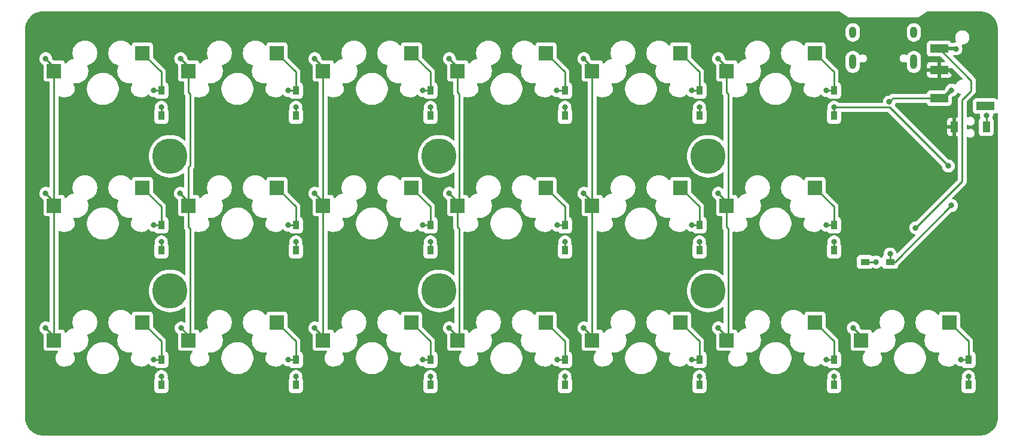
<source format=gbr>
%TF.GenerationSoftware,KiCad,Pcbnew,8.0.7*%
%TF.CreationDate,2024-12-30T11:09:25+09:00*%
%TF.ProjectId,pisces,70697363-6573-42e6-9b69-6361645f7063,rev?*%
%TF.SameCoordinates,Original*%
%TF.FileFunction,Copper,L2,Bot*%
%TF.FilePolarity,Positive*%
%FSLAX46Y46*%
G04 Gerber Fmt 4.6, Leading zero omitted, Abs format (unit mm)*
G04 Created by KiCad (PCBNEW 8.0.7) date 2024-12-30 11:09:25*
%MOMM*%
%LPD*%
G01*
G04 APERTURE LIST*
%TA.AperFunction,WasherPad*%
%ADD10C,5.000000*%
%TD*%
%TA.AperFunction,ComponentPad*%
%ADD11O,1.000000X2.100000*%
%TD*%
%TA.AperFunction,ComponentPad*%
%ADD12O,1.000000X1.600000*%
%TD*%
%TA.AperFunction,SMDPad,CuDef*%
%ADD13R,2.000000X2.000000*%
%TD*%
%TA.AperFunction,SMDPad,CuDef*%
%ADD14R,2.500000X1.200000*%
%TD*%
%TA.AperFunction,SMDPad,CuDef*%
%ADD15R,1.300000X0.950000*%
%TD*%
%TA.AperFunction,SMDPad,CuDef*%
%ADD16R,1.100000X1.600000*%
%TD*%
%TA.AperFunction,SMDPad,CuDef*%
%ADD17R,0.950000X1.300000*%
%TD*%
%TA.AperFunction,ViaPad*%
%ADD18C,0.800000*%
%TD*%
%TA.AperFunction,Conductor*%
%ADD19C,0.250000*%
%TD*%
%TA.AperFunction,Conductor*%
%ADD20C,0.500000*%
%TD*%
G04 APERTURE END LIST*
D10*
%TO.P,HOLE1,*%
%TO.N,*%
X66657000Y-51143500D03*
%TD*%
%TO.P,HOLE2,*%
%TO.N,*%
X66657000Y-70193500D03*
%TD*%
%TO.P,HOLE7,*%
%TO.N,*%
X104757000Y-51143500D03*
%TD*%
%TO.P,HOLE8,*%
%TO.N,*%
X104757000Y-70193500D03*
%TD*%
%TO.P,HOLE13,*%
%TO.N,*%
X142857000Y-51143500D03*
%TD*%
%TO.P,HOLE14,*%
%TO.N,*%
X142857000Y-70193500D03*
%TD*%
D11*
%TO.P,J1,S1,SHIELD*%
%TO.N,unconnected-(J1-SHIELD-PadS1)*%
X171980000Y-37798500D03*
D12*
%TO.N,unconnected-(J1-SHIELD-PadS1)_2*%
X171980000Y-33618500D03*
D11*
%TO.N,unconnected-(J1-SHIELD-PadS1)_3*%
X163340000Y-37798500D03*
D12*
%TO.N,unconnected-(J1-SHIELD-PadS1)_1*%
X163340000Y-33618500D03*
%TD*%
D13*
%TO.P,SW1,1,1*%
%TO.N,col0*%
X50232000Y-39078500D03*
%TO.P,SW1,2,2*%
%TO.N,Net-(D1-A)*%
X62732000Y-36538500D03*
%TD*%
%TO.P,SW2,1,1*%
%TO.N,col0*%
X50232000Y-58128500D03*
%TO.P,SW2,2,2*%
%TO.N,Net-(D2-A)*%
X62732000Y-55588500D03*
%TD*%
%TO.P,SW3,1,1*%
%TO.N,col0*%
X50232000Y-77178500D03*
%TO.P,SW3,2,2*%
%TO.N,Net-(D3-A)*%
X62732000Y-74638500D03*
%TD*%
%TO.P,SW4,1,1*%
%TO.N,col1*%
X69282000Y-39078500D03*
%TO.P,SW4,2,2*%
%TO.N,Net-(D4-A)*%
X81782000Y-36538500D03*
%TD*%
%TO.P,SW5,1,1*%
%TO.N,col1*%
X69282000Y-58128500D03*
%TO.P,SW5,2,2*%
%TO.N,Net-(D5-A)*%
X81782000Y-55588500D03*
%TD*%
%TO.P,SW6,1,1*%
%TO.N,col1*%
X69282000Y-77178500D03*
%TO.P,SW6,2,2*%
%TO.N,Net-(D6-A)*%
X81782000Y-74638500D03*
%TD*%
%TO.P,SW7,1,1*%
%TO.N,col2*%
X88332000Y-39078500D03*
%TO.P,SW7,2,2*%
%TO.N,Net-(D7-A)*%
X100832000Y-36538500D03*
%TD*%
%TO.P,SW8,1,1*%
%TO.N,col2*%
X88332000Y-58128500D03*
%TO.P,SW8,2,2*%
%TO.N,Net-(D8-A)*%
X100832000Y-55588500D03*
%TD*%
%TO.P,SW9,1,1*%
%TO.N,col2*%
X88332000Y-77178500D03*
%TO.P,SW9,2,2*%
%TO.N,Net-(D9-A)*%
X100832000Y-74638500D03*
%TD*%
%TO.P,SW10,1,1*%
%TO.N,col3*%
X107382000Y-39078500D03*
%TO.P,SW10,2,2*%
%TO.N,Net-(D10-A)*%
X119882000Y-36538500D03*
%TD*%
%TO.P,SW11,1,1*%
%TO.N,col3*%
X107382000Y-58128500D03*
%TO.P,SW11,2,2*%
%TO.N,Net-(D11-A)*%
X119882000Y-55588500D03*
%TD*%
%TO.P,SW12,1,1*%
%TO.N,col3*%
X107382000Y-77178500D03*
%TO.P,SW12,2,2*%
%TO.N,Net-(D12-A)*%
X119882000Y-74638500D03*
%TD*%
%TO.P,SW13,1,1*%
%TO.N,col4*%
X126432000Y-39078500D03*
%TO.P,SW13,2,2*%
%TO.N,Net-(D13-A)*%
X138932000Y-36538500D03*
%TD*%
%TO.P,SW14,1,1*%
%TO.N,col4*%
X126432000Y-58128500D03*
%TO.P,SW14,2,2*%
%TO.N,Net-(D14-A)*%
X138932000Y-55588500D03*
%TD*%
%TO.P,SW15,1,1*%
%TO.N,col4*%
X126432000Y-77178500D03*
%TO.P,SW15,2,2*%
%TO.N,Net-(D15-A)*%
X138932000Y-74638500D03*
%TD*%
%TO.P,SW16,1,1*%
%TO.N,col5*%
X145482000Y-39078500D03*
%TO.P,SW16,2,2*%
%TO.N,Net-(D16-A)*%
X157982000Y-36538500D03*
%TD*%
%TO.P,SW17,1,1*%
%TO.N,col5*%
X145482000Y-58128500D03*
%TO.P,SW17,2,2*%
%TO.N,Net-(D17-A)*%
X157982000Y-55588500D03*
%TD*%
%TO.P,SW18,1,1*%
%TO.N,col5*%
X145482000Y-77178500D03*
%TO.P,SW18,2,2*%
%TO.N,Net-(D18-A)*%
X157982000Y-74638500D03*
%TD*%
%TO.P,SW19,1,1*%
%TO.N,col6*%
X164532000Y-77178500D03*
%TO.P,SW19,2,2*%
%TO.N,Net-(D19-A)*%
X177032000Y-74638500D03*
%TD*%
D14*
%TO.P,J2,R1*%
%TO.N,GND*%
X175586000Y-38931500D03*
%TO.P,J2,R2*%
%TO.N,data*%
X175586000Y-35931500D03*
%TO.P,J2,S*%
%TO.N,unconnected-(J2-PadS)*%
X182086000Y-44031500D03*
%TO.P,J2,T*%
%TO.N,VCC*%
X175586000Y-42931500D03*
%TD*%
D15*
%TO.P,D_H1,1,K*%
%TO.N,row1*%
X165059500Y-66104000D03*
%TO.P,D_H1,2,A*%
%TO.N,col6*%
X168609500Y-66104000D03*
%TD*%
D16*
%TO.P,RSTSW1,1,1*%
%TO.N,GND*%
X177729000Y-46990500D03*
%TO.P,RSTSW1,2,2*%
%TO.N,reset*%
X182229000Y-46990500D03*
%TD*%
D17*
%TO.P,D1,1,K*%
%TO.N,row0*%
X65425000Y-45400000D03*
%TO.P,D1,2,A*%
%TO.N,Net-(D1-A)*%
X65425000Y-41850000D03*
%TD*%
%TO.P,D2,1,K*%
%TO.N,row1*%
X65425000Y-64450000D03*
%TO.P,D2,2,A*%
%TO.N,Net-(D2-A)*%
X65425000Y-60900000D03*
%TD*%
%TO.P,D3,1,K*%
%TO.N,row2*%
X65425000Y-83500000D03*
%TO.P,D3,2,A*%
%TO.N,Net-(D3-A)*%
X65425000Y-79950000D03*
%TD*%
%TO.P,D7,1,K*%
%TO.N,row0*%
X103525000Y-45400000D03*
%TO.P,D7,2,A*%
%TO.N,Net-(D7-A)*%
X103525000Y-41850000D03*
%TD*%
%TO.P,D8,1,K*%
%TO.N,row1*%
X103525000Y-64450000D03*
%TO.P,D8,2,A*%
%TO.N,Net-(D8-A)*%
X103525000Y-60900000D03*
%TD*%
%TO.P,D10,1,K*%
%TO.N,row0*%
X122575000Y-45400000D03*
%TO.P,D10,2,A*%
%TO.N,Net-(D10-A)*%
X122575000Y-41850000D03*
%TD*%
%TO.P,D11,1,K*%
%TO.N,row1*%
X122575000Y-64450000D03*
%TO.P,D11,2,A*%
%TO.N,Net-(D11-A)*%
X122575000Y-60900000D03*
%TD*%
%TO.P,D12,1,K*%
%TO.N,row2*%
X122575000Y-83500000D03*
%TO.P,D12,2,A*%
%TO.N,Net-(D12-A)*%
X122575000Y-79950000D03*
%TD*%
%TO.P,D14,1,K*%
%TO.N,row1*%
X141625000Y-64450000D03*
%TO.P,D14,2,A*%
%TO.N,Net-(D14-A)*%
X141625000Y-60900000D03*
%TD*%
%TO.P,D15,1,K*%
%TO.N,row2*%
X141625000Y-83500000D03*
%TO.P,D15,2,A*%
%TO.N,Net-(D15-A)*%
X141625000Y-79950000D03*
%TD*%
%TO.P,D17,1,K*%
%TO.N,row1*%
X160675000Y-64450000D03*
%TO.P,D17,2,A*%
%TO.N,Net-(D17-A)*%
X160675000Y-60900000D03*
%TD*%
%TO.P,D18,1,K*%
%TO.N,row2*%
X160675000Y-83500000D03*
%TO.P,D18,2,A*%
%TO.N,Net-(D18-A)*%
X160675000Y-79950000D03*
%TD*%
%TO.P,D4,1,K*%
%TO.N,row0*%
X84474999Y-45400000D03*
%TO.P,D4,2,A*%
%TO.N,Net-(D4-A)*%
X84474999Y-41850000D03*
%TD*%
%TO.P,D5,1,K*%
%TO.N,row1*%
X84474999Y-64450000D03*
%TO.P,D5,2,A*%
%TO.N,Net-(D5-A)*%
X84474999Y-60900000D03*
%TD*%
%TO.P,D6,1,K*%
%TO.N,row2*%
X84474999Y-83500000D03*
%TO.P,D6,2,A*%
%TO.N,Net-(D6-A)*%
X84474999Y-79950000D03*
%TD*%
%TO.P,D9,1,K*%
%TO.N,row2*%
X103525000Y-83500000D03*
%TO.P,D9,2,A*%
%TO.N,Net-(D9-A)*%
X103525000Y-79950000D03*
%TD*%
%TO.P,D13,1,K*%
%TO.N,row0*%
X141625000Y-45400000D03*
%TO.P,D13,2,A*%
%TO.N,Net-(D13-A)*%
X141625000Y-41850000D03*
%TD*%
%TO.P,D16,1,K*%
%TO.N,row0*%
X160675000Y-45400000D03*
%TO.P,D16,2,A*%
%TO.N,Net-(D16-A)*%
X160675000Y-41850000D03*
%TD*%
%TO.P,D19,1,K*%
%TO.N,row2*%
X179725000Y-83500000D03*
%TO.P,D19,2,A*%
%TO.N,Net-(D19-A)*%
X179725000Y-79950000D03*
%TD*%
D18*
%TO.N,row0*%
X176867500Y-52515000D03*
X141625000Y-44196500D03*
X160675000Y-44196500D03*
X103525000Y-44196500D03*
X84475000Y-44196500D03*
X122575000Y-44196500D03*
X65425000Y-44196500D03*
%TO.N,row1*%
X84475000Y-63246500D03*
X103525000Y-63246500D03*
X160675000Y-63246500D03*
X122575000Y-63246500D03*
X141625000Y-63246500D03*
X166644000Y-66104000D03*
X65425000Y-63246500D03*
%TO.N,row2*%
X122575000Y-82296500D03*
X103525000Y-82296500D03*
X141625000Y-82296500D03*
X65425000Y-82296500D03*
X160675000Y-82296500D03*
X84475000Y-82296500D03*
X179725000Y-82296500D03*
%TO.N,Net-(D1-A)*%
X64345500Y-41847000D03*
%TO.N,Net-(D2-A)*%
X64345500Y-60897000D03*
%TO.N,Net-(D3-A)*%
X64345500Y-79947000D03*
%TO.N,Net-(D4-A)*%
X83395500Y-41847000D03*
%TO.N,Net-(D5-A)*%
X83395500Y-60897000D03*
%TO.N,Net-(D6-A)*%
X83395500Y-79947000D03*
%TO.N,Net-(D7-A)*%
X102445500Y-41847000D03*
%TO.N,Net-(D8-A)*%
X102445500Y-60897000D03*
%TO.N,Net-(D9-A)*%
X102445500Y-79947000D03*
%TO.N,Net-(D10-A)*%
X121432000Y-41847000D03*
%TO.N,Net-(D11-A)*%
X121495500Y-60897000D03*
%TO.N,Net-(D12-A)*%
X121495500Y-79947000D03*
%TO.N,Net-(D13-A)*%
X140545500Y-41847000D03*
%TO.N,Net-(D14-A)*%
X140545500Y-60897000D03*
%TO.N,Net-(D15-A)*%
X140545500Y-79947000D03*
%TO.N,Net-(D16-A)*%
X159595500Y-41847000D03*
%TO.N,GND*%
X177947000Y-39878500D03*
X176296000Y-46990500D03*
X160675000Y-33338000D03*
%TO.N,VCC*%
X177312000Y-41783500D03*
X168500000Y-43471500D03*
%TO.N,reset*%
X182265000Y-45403000D03*
%TO.N,col0*%
X49042000Y-75438500D03*
X49042000Y-56388500D03*
X49042000Y-37338500D03*
%TO.N,col1*%
X68092000Y-56388500D03*
X68219000Y-75438500D03*
X68155500Y-37338500D03*
%TO.N,col2*%
X87142000Y-56388500D03*
X87142000Y-75438500D03*
X87142000Y-37338500D03*
%TO.N,col3*%
X106192000Y-37338500D03*
X106192000Y-75438500D03*
X106192000Y-56388500D03*
%TO.N,col4*%
X125242000Y-56388500D03*
X125242000Y-75438500D03*
X125242000Y-37338500D03*
%TO.N,col5*%
X144292000Y-56388500D03*
X144292000Y-37338500D03*
X144292000Y-75438500D03*
%TO.N,col6*%
X163405500Y-75438500D03*
X177312000Y-58103000D03*
X168612500Y-64961000D03*
%TO.N,Net-(D17-A)*%
X159595500Y-60897000D03*
%TO.N,data*%
X172232000Y-61278000D03*
X177947000Y-35941500D03*
%TO.N,Net-(D18-A)*%
X159595500Y-79947000D03*
%TO.N,Net-(D19-A)*%
X178645500Y-79947000D03*
%TD*%
D19*
%TO.N,row0*%
X84475000Y-44196500D02*
X84475000Y-45399999D01*
X103525000Y-45400000D02*
X103525000Y-44196500D01*
X122575000Y-44196500D02*
X122575000Y-45400000D01*
X160675000Y-44196500D02*
X168549000Y-44196500D01*
X160675000Y-44196500D02*
X160675000Y-45400000D01*
X84475000Y-45399999D02*
X84474999Y-45400000D01*
X168549000Y-44196500D02*
X176867500Y-52515000D01*
X65425000Y-45400000D02*
X65425000Y-44196500D01*
X141625000Y-45400000D02*
X141625000Y-44196500D01*
%TO.N,row1*%
X166644000Y-66104000D02*
X165059500Y-66104000D01*
X141625000Y-64450000D02*
X141625000Y-63246500D01*
X84475000Y-64449999D02*
X84474999Y-64450000D01*
X160675000Y-63246500D02*
X160675000Y-64450000D01*
X103525000Y-64450000D02*
X103525000Y-63246500D01*
X84475000Y-63246500D02*
X84475000Y-64449999D01*
X122575000Y-63246500D02*
X122575000Y-64450000D01*
X65425000Y-64450000D02*
X65425000Y-63246500D01*
%TO.N,row2*%
X84474999Y-83500000D02*
X84474999Y-82296501D01*
X179725000Y-82296500D02*
X179725000Y-83500000D01*
X84474999Y-82296501D02*
X84475000Y-82296500D01*
X122575000Y-83500000D02*
X122575000Y-82296500D01*
X65425000Y-82296500D02*
X65425000Y-83500000D01*
X103525000Y-82296500D02*
X103525000Y-83500000D01*
X160675000Y-83500000D02*
X160675000Y-82296500D01*
X141625000Y-82296500D02*
X141625000Y-83500000D01*
%TO.N,Net-(D1-A)*%
X65422000Y-41847000D02*
X65425000Y-41850000D01*
X64345500Y-41847000D02*
X65422000Y-41847000D01*
X65425000Y-39231500D02*
X62732000Y-36538500D01*
X65425000Y-41850000D02*
X65425000Y-39231500D01*
%TO.N,Net-(D2-A)*%
X65425000Y-58281500D02*
X62732000Y-55588500D01*
X65422000Y-60897000D02*
X65425000Y-60900000D01*
X65425000Y-60900000D02*
X65425000Y-58281500D01*
X64345500Y-60897000D02*
X65422000Y-60897000D01*
%TO.N,Net-(D3-A)*%
X65425000Y-79950000D02*
X65425000Y-77331500D01*
X64345500Y-79947000D02*
X65422000Y-79947000D01*
X65425000Y-77331500D02*
X62732000Y-74638500D01*
X65422000Y-79947000D02*
X65425000Y-79950000D01*
%TO.N,Net-(D4-A)*%
X84474999Y-41850000D02*
X84474999Y-39231499D01*
X84474999Y-41850000D02*
X83398500Y-41850000D01*
X83398500Y-41850000D02*
X83395500Y-41847000D01*
X84474999Y-39231499D02*
X81782000Y-36538500D01*
%TO.N,Net-(D5-A)*%
X84474999Y-60900000D02*
X84474999Y-58281499D01*
X84474999Y-58281499D02*
X81782000Y-55588500D01*
X83398500Y-60900000D02*
X83395500Y-60897000D01*
X84474999Y-60900000D02*
X83398500Y-60900000D01*
%TO.N,Net-(D6-A)*%
X83398500Y-79950000D02*
X83395500Y-79947000D01*
X84474999Y-79950000D02*
X84474999Y-77331499D01*
X84474999Y-77331499D02*
X81782000Y-74638500D01*
X84474999Y-79950000D02*
X83398500Y-79950000D01*
%TO.N,Net-(D7-A)*%
X102445500Y-41847000D02*
X103522000Y-41847000D01*
X103522000Y-41847000D02*
X103525000Y-41850000D01*
X103525000Y-41850000D02*
X103525000Y-39231500D01*
X103525000Y-39231500D02*
X100832000Y-36538500D01*
%TO.N,Net-(D8-A)*%
X102445500Y-60897000D02*
X103522000Y-60897000D01*
X103525000Y-60900000D02*
X103525000Y-58281500D01*
X103522000Y-60897000D02*
X103525000Y-60900000D01*
X103525000Y-58281500D02*
X100832000Y-55588500D01*
%TO.N,Net-(D9-A)*%
X102445500Y-79947000D02*
X103522000Y-79947000D01*
X103525000Y-79950000D02*
X103525000Y-77331500D01*
X103525000Y-77331500D02*
X100832000Y-74638500D01*
X103522000Y-79947000D02*
X103525000Y-79950000D01*
%TO.N,Net-(D10-A)*%
X121435000Y-41850000D02*
X121432000Y-41847000D01*
X122575000Y-41850000D02*
X121435000Y-41850000D01*
X122575000Y-41850000D02*
X122575000Y-39231500D01*
X122575000Y-39231500D02*
X119882000Y-36538500D01*
%TO.N,Net-(D11-A)*%
X122575000Y-58281500D02*
X119882000Y-55588500D01*
X122575000Y-60900000D02*
X122575000Y-58281500D01*
X122575000Y-60900000D02*
X121498500Y-60900000D01*
X121498500Y-60900000D02*
X121495500Y-60897000D01*
%TO.N,Net-(D12-A)*%
X122575000Y-79950000D02*
X121498500Y-79950000D01*
X122575000Y-79950000D02*
X122575000Y-77331500D01*
X122575000Y-77331500D02*
X119882000Y-74638500D01*
X121498500Y-79950000D02*
X121495500Y-79947000D01*
%TO.N,Net-(D13-A)*%
X141625000Y-39231500D02*
X138932000Y-36538500D01*
X141625000Y-41850000D02*
X141625000Y-39231500D01*
X141622000Y-41847000D02*
X141625000Y-41850000D01*
X140545500Y-41847000D02*
X141622000Y-41847000D01*
%TO.N,Net-(D14-A)*%
X141625000Y-58281500D02*
X138932000Y-55588500D01*
X140545500Y-60897000D02*
X141622000Y-60897000D01*
X141622000Y-60897000D02*
X141625000Y-60900000D01*
X141625000Y-60900000D02*
X141625000Y-58281500D01*
%TO.N,Net-(D15-A)*%
X141625000Y-77331500D02*
X138932000Y-74638500D01*
X141625000Y-79950000D02*
X141625000Y-77331500D01*
X140545500Y-79947000D02*
X141622000Y-79947000D01*
X141622000Y-79947000D02*
X141625000Y-79950000D01*
%TO.N,Net-(D16-A)*%
X160675000Y-41850000D02*
X159598500Y-41850000D01*
X160675000Y-41850000D02*
X160675000Y-39231500D01*
X159598500Y-41850000D02*
X159595500Y-41847000D01*
X160675000Y-39231500D02*
X157982000Y-36538500D01*
D20*
%TO.N,GND*%
X174639000Y-38926000D02*
X174633500Y-38931500D01*
X177000000Y-38931500D02*
X177947000Y-39878500D01*
X175586000Y-38931500D02*
X177000000Y-38931500D01*
D19*
X176296000Y-46990500D02*
X177729000Y-46990500D01*
D20*
%TO.N,VCC*%
X176164000Y-42931500D02*
X177312000Y-41783500D01*
D19*
X169040000Y-42931500D02*
X175586000Y-42931500D01*
D20*
X175586000Y-42931500D02*
X176164000Y-42931500D01*
D19*
X168500000Y-43471500D02*
X169040000Y-42931500D01*
%TO.N,reset*%
X182229000Y-45439000D02*
X182265000Y-45403000D01*
X182229000Y-46990500D02*
X182229000Y-45439000D01*
%TO.N,col0*%
X50232000Y-77178500D02*
X50232000Y-58128500D01*
X50232000Y-38528500D02*
X49042000Y-37338500D01*
X50232000Y-76628500D02*
X49042000Y-75438500D01*
X50232000Y-39078500D02*
X50232000Y-38528500D01*
X50232000Y-58128500D02*
X50232000Y-39078500D01*
X50232000Y-58128500D02*
X50232000Y-57578500D01*
X50232000Y-57578500D02*
X49042000Y-56388500D01*
X50232000Y-77178500D02*
X50232000Y-76628500D01*
%TO.N,col1*%
X69482001Y-52499501D02*
X69482001Y-42305503D01*
X69282000Y-38465000D02*
X68155500Y-37338500D01*
X69282000Y-39078500D02*
X69282000Y-38465000D01*
X69282000Y-58128500D02*
X69282000Y-52699502D01*
X69482001Y-42305503D02*
X69282000Y-42105502D01*
X69282000Y-76501500D02*
X68219000Y-75438500D01*
X69282000Y-58128500D02*
X69282000Y-57578500D01*
X69282000Y-42105502D02*
X69282000Y-39078500D01*
X69282000Y-77178500D02*
X69482001Y-76978499D01*
X69282000Y-57578500D02*
X68092000Y-56388500D01*
X69482001Y-76978499D02*
X69482001Y-61355503D01*
X69282000Y-77178500D02*
X69282000Y-76501500D01*
X69282000Y-61155502D02*
X69282000Y-58128500D01*
X69482001Y-61355503D02*
X69282000Y-61155502D01*
X69282000Y-52699502D02*
X69482001Y-52499501D01*
%TO.N,col2*%
X88332000Y-39078500D02*
X88332000Y-38528500D01*
X88332000Y-58128500D02*
X88332000Y-57578500D01*
X88332000Y-38528500D02*
X87142000Y-37338500D01*
X88332000Y-57578500D02*
X87142000Y-56388500D01*
X88332000Y-77178500D02*
X88332000Y-60181498D01*
X88332000Y-60181498D02*
X88332000Y-58128500D01*
X88332000Y-76628500D02*
X87142000Y-75438500D01*
X88332000Y-58128500D02*
X88332000Y-39078500D01*
X88332000Y-77178500D02*
X88332000Y-76628500D01*
%TO.N,col3*%
X107382000Y-39078500D02*
X107382000Y-38528500D01*
X107582001Y-57928499D02*
X107582001Y-42305503D01*
X107382000Y-58128500D02*
X107382000Y-57578500D01*
X107382000Y-61155502D02*
X107382000Y-58128500D01*
X107382000Y-42105502D02*
X107382000Y-39078500D01*
X107582001Y-42305503D02*
X107382000Y-42105502D01*
X107382000Y-77178500D02*
X107382000Y-76628500D01*
X107382000Y-38528500D02*
X106192000Y-37338500D01*
X107382000Y-77178500D02*
X107582001Y-76978499D01*
X107382000Y-57578500D02*
X106192000Y-56388500D01*
X107382000Y-58128500D02*
X107582001Y-57928499D01*
X107582001Y-76978499D02*
X107582001Y-61355503D01*
X107582001Y-61355503D02*
X107382000Y-61155502D01*
X107382000Y-76628500D02*
X106192000Y-75438500D01*
%TO.N,col4*%
X126432000Y-76628500D02*
X125242000Y-75438500D01*
X126432000Y-58128500D02*
X126432000Y-57578500D01*
X126432000Y-77178500D02*
X126432000Y-58128500D01*
X126432000Y-39078500D02*
X126432000Y-38528500D01*
X126432000Y-38528500D02*
X125242000Y-37338500D01*
X126432000Y-58128500D02*
X126432000Y-41131498D01*
X126432000Y-77178500D02*
X126432000Y-76628500D01*
X126432000Y-57578500D02*
X125242000Y-56388500D01*
X126432000Y-41131498D02*
X126432000Y-39078500D01*
%TO.N,col5*%
X145482000Y-77178500D02*
X145682001Y-76978499D01*
X145482000Y-58128500D02*
X145482000Y-57578500D01*
X145682001Y-61355503D02*
X145482000Y-61155502D01*
X145482000Y-76628500D02*
X144292000Y-75438500D01*
X145482000Y-38528500D02*
X144292000Y-37338500D01*
X145482000Y-57578500D02*
X144292000Y-56388500D01*
X145682001Y-76978499D02*
X145682001Y-61355503D01*
X145482000Y-58128500D02*
X145682001Y-57928499D01*
X145482000Y-42105502D02*
X145482000Y-39078500D01*
X145482000Y-61155502D02*
X145482000Y-58128500D01*
X145482000Y-39078500D02*
X145482000Y-38528500D01*
X145482000Y-77178500D02*
X145482000Y-76628500D01*
X145682001Y-57928499D02*
X145682001Y-42305503D01*
X145682001Y-42305503D02*
X145482000Y-42105502D01*
%TO.N,col6*%
X168609500Y-66104000D02*
X169311000Y-66104000D01*
X169311000Y-66104000D02*
X177312000Y-58103000D01*
X164532000Y-77178500D02*
X164532000Y-76565000D01*
X168612500Y-64961000D02*
X168612500Y-66101000D01*
X164532000Y-76565000D02*
X163405500Y-75438500D01*
X168612500Y-66101000D02*
X168609500Y-66104000D01*
%TO.N,Net-(D17-A)*%
X159598500Y-60900000D02*
X159595500Y-60897000D01*
X160675000Y-58281500D02*
X157982000Y-55588500D01*
X160675000Y-60900000D02*
X160675000Y-58281500D01*
X160675000Y-60900000D02*
X159598500Y-60900000D01*
%TO.N,unconnected-(J2-PadS)*%
X182048000Y-44069500D02*
X182086000Y-44031500D01*
D20*
%TO.N,data*%
X175586000Y-35931500D02*
X177937000Y-35931500D01*
D19*
X180106000Y-40451500D02*
X175586000Y-35931500D01*
X178836000Y-54674000D02*
X178836000Y-43151751D01*
X178836000Y-43151751D02*
X180106000Y-41881751D01*
D20*
X177937000Y-35931500D02*
X177947000Y-35941500D01*
D19*
X180106000Y-41881751D02*
X180106000Y-40451500D01*
X172232000Y-61278000D02*
X178836000Y-54674000D01*
%TO.N,Net-(D18-A)*%
X160675000Y-79950000D02*
X159598500Y-79950000D01*
X160675000Y-79950000D02*
X160675000Y-77331500D01*
X159598500Y-79950000D02*
X159595500Y-79947000D01*
X160675000Y-77331500D02*
X157982000Y-74638500D01*
%TO.N,Net-(D19-A)*%
X178645500Y-79947000D02*
X179722000Y-79947000D01*
X179725000Y-77331500D02*
X177032000Y-74638500D01*
X179722000Y-79947000D02*
X179725000Y-79950000D01*
X179725000Y-79950000D02*
X179725000Y-77331500D01*
%TD*%
%TA.AperFunction,Conductor*%
%TO.N,GND*%
G36*
X161458797Y-30653002D02*
G01*
X161461132Y-30654540D01*
X162733654Y-31512987D01*
X162749653Y-31526177D01*
X162751664Y-31527258D01*
X162753939Y-31527487D01*
X162774581Y-31525500D01*
X172545419Y-31525500D01*
X172566069Y-31527486D01*
X172568331Y-31527259D01*
X172570353Y-31526172D01*
X172586345Y-31512986D01*
X173858858Y-30654545D01*
X173926516Y-30633031D01*
X173929323Y-30633000D01*
X181367715Y-30633000D01*
X181372194Y-30633000D01*
X181379802Y-30633230D01*
X181671493Y-30650874D01*
X181686573Y-30652705D01*
X181970272Y-30704694D01*
X181985018Y-30708329D01*
X182260390Y-30794138D01*
X182274602Y-30799529D01*
X182537595Y-30917892D01*
X182551060Y-30924959D01*
X182797884Y-31074168D01*
X182810391Y-31082801D01*
X183000243Y-31231541D01*
X183037427Y-31260673D01*
X183048815Y-31270763D01*
X183252736Y-31474684D01*
X183262826Y-31486072D01*
X183294242Y-31526172D01*
X183440692Y-31713100D01*
X183449336Y-31725623D01*
X183598538Y-31972435D01*
X183605608Y-31985907D01*
X183723968Y-32248892D01*
X183729364Y-32263118D01*
X183814132Y-32535149D01*
X183815166Y-32538465D01*
X183818807Y-32553239D01*
X183870792Y-32836914D01*
X183872626Y-32852018D01*
X183890270Y-33143697D01*
X183890500Y-33151305D01*
X183890500Y-42959682D01*
X183870498Y-43027803D01*
X183816842Y-43074296D01*
X183746568Y-43084400D01*
X183688991Y-43060550D01*
X183582207Y-42980612D01*
X183582202Y-42980610D01*
X183445204Y-42929511D01*
X183445196Y-42929509D01*
X183384649Y-42923000D01*
X183384638Y-42923000D01*
X180787362Y-42923000D01*
X180787350Y-42923000D01*
X180726803Y-42929509D01*
X180726795Y-42929511D01*
X180589797Y-42980610D01*
X180589792Y-42980612D01*
X180472738Y-43068238D01*
X180385112Y-43185292D01*
X180385110Y-43185297D01*
X180334011Y-43322295D01*
X180334009Y-43322303D01*
X180327500Y-43382850D01*
X180327500Y-44680149D01*
X180334009Y-44740696D01*
X180334011Y-44740704D01*
X180385110Y-44877702D01*
X180385112Y-44877707D01*
X180472738Y-44994761D01*
X180589792Y-45082387D01*
X180589794Y-45082388D01*
X180589796Y-45082389D01*
X180645906Y-45103317D01*
X180726795Y-45133488D01*
X180726803Y-45133490D01*
X180787350Y-45139999D01*
X180787355Y-45139999D01*
X180787362Y-45140000D01*
X181239201Y-45140000D01*
X181307322Y-45160002D01*
X181353815Y-45213658D01*
X181364511Y-45279170D01*
X181351496Y-45403000D01*
X181371457Y-45592929D01*
X181393927Y-45662083D01*
X181395954Y-45733051D01*
X181359292Y-45793849D01*
X181349606Y-45801885D01*
X181315738Y-45827239D01*
X181228112Y-45944292D01*
X181228110Y-45944297D01*
X181177011Y-46081295D01*
X181177009Y-46081303D01*
X181170500Y-46141850D01*
X181170500Y-47839149D01*
X181177009Y-47899696D01*
X181177011Y-47899704D01*
X181228110Y-48036702D01*
X181228112Y-48036707D01*
X181315738Y-48153761D01*
X181432792Y-48241387D01*
X181432794Y-48241388D01*
X181432796Y-48241389D01*
X181473323Y-48256505D01*
X181569795Y-48292488D01*
X181569803Y-48292490D01*
X181630350Y-48298999D01*
X181630355Y-48298999D01*
X181630362Y-48299000D01*
X181630368Y-48299000D01*
X182827632Y-48299000D01*
X182827638Y-48299000D01*
X182827645Y-48298999D01*
X182827649Y-48298999D01*
X182888196Y-48292490D01*
X182888199Y-48292489D01*
X182888201Y-48292489D01*
X183025204Y-48241389D01*
X183025799Y-48240944D01*
X183142261Y-48153761D01*
X183229887Y-48036707D01*
X183229887Y-48036706D01*
X183229889Y-48036704D01*
X183280989Y-47899701D01*
X183287500Y-47839138D01*
X183287500Y-46141862D01*
X183286106Y-46128894D01*
X183280990Y-46081303D01*
X183280988Y-46081295D01*
X183229978Y-45944535D01*
X183229889Y-45944296D01*
X183229888Y-45944294D01*
X183229887Y-45944292D01*
X183139680Y-45823791D01*
X183114869Y-45757271D01*
X183120714Y-45709347D01*
X183158542Y-45592928D01*
X183178504Y-45403000D01*
X183165489Y-45279169D01*
X183178261Y-45209332D01*
X183226763Y-45157485D01*
X183290799Y-45140000D01*
X183384632Y-45140000D01*
X183384638Y-45140000D01*
X183384645Y-45139999D01*
X183384649Y-45139999D01*
X183445196Y-45133490D01*
X183445199Y-45133489D01*
X183445201Y-45133489D01*
X183582204Y-45082389D01*
X183688992Y-45002448D01*
X183755511Y-44977638D01*
X183824885Y-44992729D01*
X183875087Y-45042931D01*
X183890500Y-45103317D01*
X183890500Y-88134694D01*
X183890270Y-88142302D01*
X183872626Y-88433981D01*
X183870792Y-88449085D01*
X183818807Y-88732760D01*
X183815166Y-88747534D01*
X183729364Y-89022881D01*
X183723968Y-89037107D01*
X183605608Y-89300092D01*
X183598538Y-89313564D01*
X183449336Y-89560376D01*
X183440692Y-89572899D01*
X183262826Y-89799927D01*
X183252736Y-89811315D01*
X183048815Y-90015236D01*
X183037427Y-90025326D01*
X182810399Y-90203192D01*
X182797876Y-90211836D01*
X182551064Y-90361038D01*
X182537592Y-90368108D01*
X182274607Y-90486468D01*
X182260381Y-90491864D01*
X181985034Y-90577666D01*
X181970260Y-90581307D01*
X181686585Y-90633292D01*
X181671481Y-90635126D01*
X181379802Y-90652770D01*
X181372194Y-90653000D01*
X48664806Y-90653000D01*
X48657198Y-90652770D01*
X48365518Y-90635126D01*
X48350414Y-90633292D01*
X48066739Y-90581307D01*
X48051969Y-90577667D01*
X47776618Y-90491864D01*
X47762392Y-90486468D01*
X47499407Y-90368108D01*
X47485935Y-90361038D01*
X47411324Y-90315934D01*
X47239119Y-90211833D01*
X47226605Y-90203195D01*
X46999572Y-90025326D01*
X46988184Y-90015236D01*
X46784263Y-89811315D01*
X46774173Y-89799927D01*
X46637455Y-89625420D01*
X46596301Y-89572891D01*
X46587668Y-89560384D01*
X46438459Y-89313560D01*
X46431391Y-89300092D01*
X46313031Y-89037107D01*
X46307638Y-89022890D01*
X46221829Y-88747518D01*
X46218194Y-88732772D01*
X46166205Y-88449073D01*
X46164374Y-88433993D01*
X46146730Y-88142302D01*
X46146500Y-88134694D01*
X46146500Y-82801350D01*
X64441500Y-82801350D01*
X64441500Y-84198649D01*
X64448009Y-84259196D01*
X64448011Y-84259204D01*
X64499110Y-84396202D01*
X64499112Y-84396207D01*
X64586738Y-84513261D01*
X64703792Y-84600887D01*
X64703794Y-84600888D01*
X64703796Y-84600889D01*
X64762875Y-84622924D01*
X64840795Y-84651988D01*
X64840803Y-84651990D01*
X64901350Y-84658499D01*
X64901355Y-84658499D01*
X64901362Y-84658500D01*
X64901368Y-84658500D01*
X65948632Y-84658500D01*
X65948638Y-84658500D01*
X65948645Y-84658499D01*
X65948649Y-84658499D01*
X66009196Y-84651990D01*
X66009199Y-84651989D01*
X66009201Y-84651989D01*
X66146204Y-84600889D01*
X66263261Y-84513261D01*
X66350889Y-84396204D01*
X66401989Y-84259201D01*
X66408500Y-84198638D01*
X66408500Y-82801362D01*
X66408499Y-82801350D01*
X83491499Y-82801350D01*
X83491499Y-84198649D01*
X83498008Y-84259196D01*
X83498010Y-84259204D01*
X83549109Y-84396202D01*
X83549111Y-84396207D01*
X83636737Y-84513261D01*
X83753791Y-84600887D01*
X83753793Y-84600888D01*
X83753795Y-84600889D01*
X83812874Y-84622924D01*
X83890794Y-84651988D01*
X83890802Y-84651990D01*
X83951349Y-84658499D01*
X83951354Y-84658499D01*
X83951361Y-84658500D01*
X83951367Y-84658500D01*
X84998631Y-84658500D01*
X84998637Y-84658500D01*
X84998644Y-84658499D01*
X84998648Y-84658499D01*
X85059195Y-84651990D01*
X85059198Y-84651989D01*
X85059200Y-84651989D01*
X85196203Y-84600889D01*
X85313260Y-84513261D01*
X85400888Y-84396204D01*
X85451988Y-84259201D01*
X85458499Y-84198638D01*
X85458499Y-82801362D01*
X85458498Y-82801350D01*
X102541500Y-82801350D01*
X102541500Y-84198649D01*
X102548009Y-84259196D01*
X102548011Y-84259204D01*
X102599110Y-84396202D01*
X102599112Y-84396207D01*
X102686738Y-84513261D01*
X102803792Y-84600887D01*
X102803794Y-84600888D01*
X102803796Y-84600889D01*
X102862875Y-84622924D01*
X102940795Y-84651988D01*
X102940803Y-84651990D01*
X103001350Y-84658499D01*
X103001355Y-84658499D01*
X103001362Y-84658500D01*
X103001368Y-84658500D01*
X104048632Y-84658500D01*
X104048638Y-84658500D01*
X104048645Y-84658499D01*
X104048649Y-84658499D01*
X104109196Y-84651990D01*
X104109199Y-84651989D01*
X104109201Y-84651989D01*
X104246204Y-84600889D01*
X104363261Y-84513261D01*
X104450889Y-84396204D01*
X104501989Y-84259201D01*
X104508500Y-84198638D01*
X104508500Y-82801362D01*
X104508499Y-82801350D01*
X121591500Y-82801350D01*
X121591500Y-84198649D01*
X121598009Y-84259196D01*
X121598011Y-84259204D01*
X121649110Y-84396202D01*
X121649112Y-84396207D01*
X121736738Y-84513261D01*
X121853792Y-84600887D01*
X121853794Y-84600888D01*
X121853796Y-84600889D01*
X121912875Y-84622924D01*
X121990795Y-84651988D01*
X121990803Y-84651990D01*
X122051350Y-84658499D01*
X122051355Y-84658499D01*
X122051362Y-84658500D01*
X122051368Y-84658500D01*
X123098632Y-84658500D01*
X123098638Y-84658500D01*
X123098645Y-84658499D01*
X123098649Y-84658499D01*
X123159196Y-84651990D01*
X123159199Y-84651989D01*
X123159201Y-84651989D01*
X123296204Y-84600889D01*
X123413261Y-84513261D01*
X123500889Y-84396204D01*
X123551989Y-84259201D01*
X123558500Y-84198638D01*
X123558500Y-82801362D01*
X123558499Y-82801350D01*
X140641500Y-82801350D01*
X140641500Y-84198649D01*
X140648009Y-84259196D01*
X140648011Y-84259204D01*
X140699110Y-84396202D01*
X140699112Y-84396207D01*
X140786738Y-84513261D01*
X140903792Y-84600887D01*
X140903794Y-84600888D01*
X140903796Y-84600889D01*
X140962875Y-84622924D01*
X141040795Y-84651988D01*
X141040803Y-84651990D01*
X141101350Y-84658499D01*
X141101355Y-84658499D01*
X141101362Y-84658500D01*
X141101368Y-84658500D01*
X142148632Y-84658500D01*
X142148638Y-84658500D01*
X142148645Y-84658499D01*
X142148649Y-84658499D01*
X142209196Y-84651990D01*
X142209199Y-84651989D01*
X142209201Y-84651989D01*
X142346204Y-84600889D01*
X142463261Y-84513261D01*
X142550889Y-84396204D01*
X142601989Y-84259201D01*
X142608500Y-84198638D01*
X142608500Y-82801362D01*
X142608499Y-82801350D01*
X159691500Y-82801350D01*
X159691500Y-84198649D01*
X159698009Y-84259196D01*
X159698011Y-84259204D01*
X159749110Y-84396202D01*
X159749112Y-84396207D01*
X159836738Y-84513261D01*
X159953792Y-84600887D01*
X159953794Y-84600888D01*
X159953796Y-84600889D01*
X160012875Y-84622924D01*
X160090795Y-84651988D01*
X160090803Y-84651990D01*
X160151350Y-84658499D01*
X160151355Y-84658499D01*
X160151362Y-84658500D01*
X160151368Y-84658500D01*
X161198632Y-84658500D01*
X161198638Y-84658500D01*
X161198645Y-84658499D01*
X161198649Y-84658499D01*
X161259196Y-84651990D01*
X161259199Y-84651989D01*
X161259201Y-84651989D01*
X161396204Y-84600889D01*
X161513261Y-84513261D01*
X161600889Y-84396204D01*
X161651989Y-84259201D01*
X161658500Y-84198638D01*
X161658500Y-82801362D01*
X161658499Y-82801350D01*
X178741500Y-82801350D01*
X178741500Y-84198649D01*
X178748009Y-84259196D01*
X178748011Y-84259204D01*
X178799110Y-84396202D01*
X178799112Y-84396207D01*
X178886738Y-84513261D01*
X179003792Y-84600887D01*
X179003794Y-84600888D01*
X179003796Y-84600889D01*
X179062875Y-84622924D01*
X179140795Y-84651988D01*
X179140803Y-84651990D01*
X179201350Y-84658499D01*
X179201355Y-84658499D01*
X179201362Y-84658500D01*
X179201368Y-84658500D01*
X180248632Y-84658500D01*
X180248638Y-84658500D01*
X180248645Y-84658499D01*
X180248649Y-84658499D01*
X180309196Y-84651990D01*
X180309199Y-84651989D01*
X180309201Y-84651989D01*
X180446204Y-84600889D01*
X180563261Y-84513261D01*
X180650889Y-84396204D01*
X180701989Y-84259201D01*
X180708500Y-84198638D01*
X180708500Y-82801362D01*
X180708499Y-82801350D01*
X180701990Y-82740803D01*
X180701988Y-82740795D01*
X180650890Y-82603798D01*
X180650889Y-82603796D01*
X180640531Y-82589960D01*
X180615720Y-82523440D01*
X180618155Y-82488240D01*
X180618536Y-82486445D01*
X180618542Y-82486428D01*
X180638504Y-82296500D01*
X180618542Y-82106572D01*
X180559527Y-81924944D01*
X180464040Y-81759556D01*
X180464038Y-81759554D01*
X180464034Y-81759548D01*
X180336255Y-81617635D01*
X180181752Y-81505382D01*
X180007288Y-81427706D01*
X179820487Y-81388000D01*
X179629513Y-81388000D01*
X179442711Y-81427706D01*
X179268247Y-81505382D01*
X179113744Y-81617635D01*
X178985965Y-81759548D01*
X178985958Y-81759558D01*
X178890476Y-81924938D01*
X178890473Y-81924945D01*
X178831457Y-82106572D01*
X178811496Y-82296500D01*
X178831458Y-82486435D01*
X178831846Y-82488259D01*
X178831763Y-82489338D01*
X178832148Y-82492996D01*
X178831479Y-82493066D01*
X178826442Y-82559049D01*
X178809469Y-82589958D01*
X178799112Y-82603794D01*
X178799110Y-82603796D01*
X178748011Y-82740795D01*
X178748009Y-82740803D01*
X178741500Y-82801350D01*
X161658499Y-82801350D01*
X161651990Y-82740803D01*
X161651988Y-82740795D01*
X161600890Y-82603798D01*
X161600889Y-82603796D01*
X161590531Y-82589960D01*
X161565720Y-82523440D01*
X161568155Y-82488240D01*
X161568536Y-82486445D01*
X161568542Y-82486428D01*
X161588504Y-82296500D01*
X161568542Y-82106572D01*
X161509527Y-81924944D01*
X161414040Y-81759556D01*
X161414038Y-81759554D01*
X161414034Y-81759548D01*
X161286255Y-81617635D01*
X161131752Y-81505382D01*
X160957288Y-81427706D01*
X160770487Y-81388000D01*
X160579513Y-81388000D01*
X160392711Y-81427706D01*
X160218247Y-81505382D01*
X160063744Y-81617635D01*
X159935965Y-81759548D01*
X159935958Y-81759558D01*
X159840476Y-81924938D01*
X159840473Y-81924945D01*
X159781457Y-82106572D01*
X159761496Y-82296500D01*
X159781458Y-82486435D01*
X159781846Y-82488259D01*
X159781763Y-82489338D01*
X159782148Y-82492996D01*
X159781479Y-82493066D01*
X159776442Y-82559049D01*
X159759469Y-82589958D01*
X159749112Y-82603794D01*
X159749110Y-82603796D01*
X159698011Y-82740795D01*
X159698009Y-82740803D01*
X159691500Y-82801350D01*
X142608499Y-82801350D01*
X142601990Y-82740803D01*
X142601988Y-82740795D01*
X142550890Y-82603798D01*
X142550889Y-82603796D01*
X142540531Y-82589960D01*
X142515720Y-82523440D01*
X142518155Y-82488240D01*
X142518536Y-82486445D01*
X142518542Y-82486428D01*
X142538504Y-82296500D01*
X142518542Y-82106572D01*
X142459527Y-81924944D01*
X142364040Y-81759556D01*
X142364038Y-81759554D01*
X142364034Y-81759548D01*
X142236255Y-81617635D01*
X142081752Y-81505382D01*
X141907288Y-81427706D01*
X141720487Y-81388000D01*
X141529513Y-81388000D01*
X141342711Y-81427706D01*
X141168247Y-81505382D01*
X141013744Y-81617635D01*
X140885965Y-81759548D01*
X140885958Y-81759558D01*
X140790476Y-81924938D01*
X140790473Y-81924945D01*
X140731457Y-82106572D01*
X140711496Y-82296500D01*
X140731458Y-82486435D01*
X140731846Y-82488259D01*
X140731763Y-82489338D01*
X140732148Y-82492996D01*
X140731479Y-82493066D01*
X140726442Y-82559049D01*
X140709469Y-82589958D01*
X140699112Y-82603794D01*
X140699110Y-82603796D01*
X140648011Y-82740795D01*
X140648009Y-82740803D01*
X140641500Y-82801350D01*
X123558499Y-82801350D01*
X123551990Y-82740803D01*
X123551988Y-82740795D01*
X123500890Y-82603798D01*
X123500889Y-82603796D01*
X123490531Y-82589960D01*
X123465720Y-82523440D01*
X123468155Y-82488240D01*
X123468536Y-82486445D01*
X123468542Y-82486428D01*
X123488504Y-82296500D01*
X123468542Y-82106572D01*
X123409527Y-81924944D01*
X123314040Y-81759556D01*
X123314038Y-81759554D01*
X123314034Y-81759548D01*
X123186255Y-81617635D01*
X123031752Y-81505382D01*
X122857288Y-81427706D01*
X122670487Y-81388000D01*
X122479513Y-81388000D01*
X122292711Y-81427706D01*
X122118247Y-81505382D01*
X121963744Y-81617635D01*
X121835965Y-81759548D01*
X121835958Y-81759558D01*
X121740476Y-81924938D01*
X121740473Y-81924945D01*
X121681457Y-82106572D01*
X121661496Y-82296500D01*
X121681458Y-82486435D01*
X121681846Y-82488259D01*
X121681763Y-82489338D01*
X121682148Y-82492996D01*
X121681479Y-82493066D01*
X121676442Y-82559049D01*
X121659469Y-82589958D01*
X121649112Y-82603794D01*
X121649110Y-82603796D01*
X121598011Y-82740795D01*
X121598009Y-82740803D01*
X121591500Y-82801350D01*
X104508499Y-82801350D01*
X104501990Y-82740803D01*
X104501988Y-82740795D01*
X104450890Y-82603798D01*
X104450889Y-82603796D01*
X104440531Y-82589960D01*
X104415720Y-82523440D01*
X104418155Y-82488240D01*
X104418536Y-82486445D01*
X104418542Y-82486428D01*
X104438504Y-82296500D01*
X104418542Y-82106572D01*
X104359527Y-81924944D01*
X104264040Y-81759556D01*
X104264038Y-81759554D01*
X104264034Y-81759548D01*
X104136255Y-81617635D01*
X103981752Y-81505382D01*
X103807288Y-81427706D01*
X103620487Y-81388000D01*
X103429513Y-81388000D01*
X103242711Y-81427706D01*
X103068247Y-81505382D01*
X102913744Y-81617635D01*
X102785965Y-81759548D01*
X102785958Y-81759558D01*
X102690476Y-81924938D01*
X102690473Y-81924945D01*
X102631457Y-82106572D01*
X102611496Y-82296500D01*
X102631458Y-82486435D01*
X102631846Y-82488259D01*
X102631763Y-82489338D01*
X102632148Y-82492996D01*
X102631479Y-82493066D01*
X102626442Y-82559049D01*
X102609469Y-82589958D01*
X102599112Y-82603794D01*
X102599110Y-82603796D01*
X102548011Y-82740795D01*
X102548009Y-82740803D01*
X102541500Y-82801350D01*
X85458498Y-82801350D01*
X85451989Y-82740803D01*
X85451987Y-82740795D01*
X85422923Y-82662875D01*
X85400888Y-82603796D01*
X85390532Y-82589962D01*
X85365721Y-82523444D01*
X85368155Y-82488248D01*
X85368541Y-82486430D01*
X85368542Y-82486428D01*
X85388504Y-82296500D01*
X85368542Y-82106572D01*
X85309527Y-81924944D01*
X85214040Y-81759556D01*
X85214038Y-81759554D01*
X85214034Y-81759548D01*
X85086255Y-81617635D01*
X84931752Y-81505382D01*
X84757288Y-81427706D01*
X84570487Y-81388000D01*
X84379513Y-81388000D01*
X84192711Y-81427706D01*
X84018247Y-81505382D01*
X83863744Y-81617635D01*
X83735965Y-81759548D01*
X83735958Y-81759558D01*
X83640476Y-81924938D01*
X83640473Y-81924945D01*
X83581457Y-82106572D01*
X83561496Y-82296500D01*
X83581457Y-82486430D01*
X83581845Y-82488251D01*
X83581762Y-82489329D01*
X83582148Y-82492996D01*
X83581477Y-82493066D01*
X83576445Y-82559041D01*
X83559469Y-82589957D01*
X83549111Y-82603793D01*
X83549109Y-82603797D01*
X83498010Y-82740795D01*
X83498008Y-82740803D01*
X83491499Y-82801350D01*
X66408499Y-82801350D01*
X66401990Y-82740803D01*
X66401988Y-82740795D01*
X66350890Y-82603798D01*
X66350889Y-82603796D01*
X66340531Y-82589960D01*
X66315720Y-82523440D01*
X66318155Y-82488240D01*
X66318536Y-82486445D01*
X66318542Y-82486428D01*
X66338504Y-82296500D01*
X66318542Y-82106572D01*
X66259527Y-81924944D01*
X66164040Y-81759556D01*
X66164038Y-81759554D01*
X66164034Y-81759548D01*
X66036255Y-81617635D01*
X65881752Y-81505382D01*
X65707288Y-81427706D01*
X65520487Y-81388000D01*
X65329513Y-81388000D01*
X65142711Y-81427706D01*
X64968247Y-81505382D01*
X64813744Y-81617635D01*
X64685965Y-81759548D01*
X64685958Y-81759558D01*
X64590476Y-81924938D01*
X64590473Y-81924945D01*
X64531457Y-82106572D01*
X64511496Y-82296500D01*
X64531458Y-82486435D01*
X64531846Y-82488259D01*
X64531763Y-82489338D01*
X64532148Y-82492996D01*
X64531479Y-82493066D01*
X64526442Y-82559049D01*
X64509469Y-82589958D01*
X64499112Y-82603794D01*
X64499110Y-82603796D01*
X64448011Y-82740795D01*
X64448009Y-82740803D01*
X64441500Y-82801350D01*
X46146500Y-82801350D01*
X46146500Y-37338500D01*
X48128496Y-37338500D01*
X48148457Y-37528427D01*
X48164081Y-37576511D01*
X48207473Y-37710056D01*
X48225646Y-37741532D01*
X48302958Y-37875441D01*
X48302965Y-37875451D01*
X48430744Y-38017364D01*
X48430747Y-38017366D01*
X48585248Y-38129618D01*
X48585251Y-38129619D01*
X48585252Y-38129620D01*
X48616300Y-38143443D01*
X48648747Y-38157889D01*
X48702844Y-38203868D01*
X48723494Y-38271795D01*
X48723500Y-38272996D01*
X48723500Y-40127149D01*
X48730009Y-40187696D01*
X48730011Y-40187704D01*
X48781110Y-40324702D01*
X48781112Y-40324707D01*
X48868738Y-40441761D01*
X48985792Y-40529387D01*
X48985794Y-40529388D01*
X48985796Y-40529389D01*
X49006505Y-40537113D01*
X49122795Y-40580488D01*
X49122803Y-40580490D01*
X49183350Y-40586999D01*
X49183355Y-40586999D01*
X49183362Y-40587000D01*
X49472500Y-40587000D01*
X49540621Y-40607002D01*
X49587114Y-40660658D01*
X49598500Y-40713000D01*
X49598500Y-55447769D01*
X49578498Y-55515890D01*
X49524842Y-55562383D01*
X49454568Y-55572487D01*
X49421252Y-55562876D01*
X49324290Y-55519706D01*
X49137487Y-55480000D01*
X48946513Y-55480000D01*
X48759711Y-55519706D01*
X48585247Y-55597382D01*
X48430744Y-55709635D01*
X48302965Y-55851548D01*
X48302958Y-55851558D01*
X48207476Y-56016938D01*
X48207473Y-56016945D01*
X48148457Y-56198572D01*
X48128496Y-56388500D01*
X48148457Y-56578427D01*
X48164081Y-56626511D01*
X48207473Y-56760056D01*
X48235841Y-56809191D01*
X48302958Y-56925441D01*
X48302965Y-56925451D01*
X48430744Y-57067364D01*
X48430747Y-57067366D01*
X48585248Y-57179618D01*
X48648747Y-57207889D01*
X48702844Y-57253868D01*
X48723494Y-57321795D01*
X48723500Y-57322996D01*
X48723500Y-59177149D01*
X48730009Y-59237696D01*
X48730011Y-59237704D01*
X48781110Y-59374702D01*
X48781112Y-59374707D01*
X48868738Y-59491761D01*
X48985792Y-59579387D01*
X48985794Y-59579388D01*
X48985796Y-59579389D01*
X49006505Y-59587113D01*
X49122795Y-59630488D01*
X49122803Y-59630490D01*
X49183350Y-59636999D01*
X49183355Y-59636999D01*
X49183362Y-59637000D01*
X49472500Y-59637000D01*
X49540621Y-59657002D01*
X49587114Y-59710658D01*
X49598500Y-59763000D01*
X49598500Y-74497769D01*
X49578498Y-74565890D01*
X49524842Y-74612383D01*
X49454568Y-74622487D01*
X49421252Y-74612876D01*
X49324290Y-74569706D01*
X49137487Y-74530000D01*
X48946513Y-74530000D01*
X48759711Y-74569706D01*
X48585247Y-74647382D01*
X48430744Y-74759635D01*
X48302965Y-74901548D01*
X48302958Y-74901558D01*
X48207476Y-75066938D01*
X48207473Y-75066945D01*
X48148457Y-75248572D01*
X48128496Y-75438500D01*
X48148457Y-75628427D01*
X48164081Y-75676511D01*
X48207473Y-75810056D01*
X48235841Y-75859191D01*
X48302958Y-75975441D01*
X48302965Y-75975451D01*
X48430744Y-76117364D01*
X48430747Y-76117366D01*
X48585248Y-76229618D01*
X48585251Y-76229619D01*
X48585252Y-76229620D01*
X48616300Y-76243443D01*
X48648747Y-76257889D01*
X48702844Y-76303868D01*
X48723494Y-76371795D01*
X48723500Y-76372996D01*
X48723500Y-78227149D01*
X48730009Y-78287696D01*
X48730011Y-78287704D01*
X48781110Y-78424702D01*
X48781112Y-78424707D01*
X48868738Y-78541761D01*
X48985792Y-78629387D01*
X48985794Y-78629388D01*
X48985796Y-78629389D01*
X49006505Y-78637113D01*
X49122795Y-78680488D01*
X49122803Y-78680490D01*
X49183350Y-78686999D01*
X49183355Y-78686999D01*
X49183362Y-78687000D01*
X50661546Y-78687000D01*
X50729667Y-78707002D01*
X50776160Y-78760658D01*
X50786264Y-78830932D01*
X50756770Y-78895512D01*
X50750641Y-78902095D01*
X50716314Y-78936421D01*
X50716311Y-78936424D01*
X50605242Y-79089297D01*
X50519451Y-79257671D01*
X50461061Y-79437376D01*
X50461060Y-79437381D01*
X50461060Y-79437382D01*
X50431500Y-79624019D01*
X50431500Y-79812981D01*
X50439899Y-79866008D01*
X50461061Y-79999623D01*
X50519451Y-80179328D01*
X50519452Y-80179331D01*
X50519453Y-80179332D01*
X50578535Y-80295288D01*
X50605242Y-80347702D01*
X50716311Y-80500575D01*
X50849924Y-80634188D01*
X50869813Y-80648638D01*
X51002801Y-80745260D01*
X51171168Y-80831047D01*
X51350882Y-80889440D01*
X51537519Y-80919000D01*
X51537522Y-80919000D01*
X51726478Y-80919000D01*
X51726481Y-80919000D01*
X51913118Y-80889440D01*
X52092832Y-80831047D01*
X52092837Y-80831043D01*
X52092844Y-80831042D01*
X52097414Y-80829150D01*
X52097870Y-80830251D01*
X52133776Y-80820122D01*
X52133721Y-80819774D01*
X52136660Y-80819308D01*
X52137424Y-80819093D01*
X52138596Y-80819000D01*
X52138611Y-80819000D01*
X52309701Y-80791902D01*
X52474445Y-80738373D01*
X52628788Y-80659732D01*
X52768928Y-80557914D01*
X52891414Y-80435428D01*
X52993232Y-80295288D01*
X53071873Y-80140945D01*
X53125402Y-79976201D01*
X53152500Y-79805111D01*
X53152500Y-79631889D01*
X53142855Y-79570991D01*
X54881500Y-79570991D01*
X54881500Y-79866008D01*
X54920005Y-80158485D01*
X54920006Y-80158491D01*
X54920007Y-80158493D01*
X54996361Y-80443452D01*
X55109257Y-80716007D01*
X55109258Y-80716008D01*
X55109263Y-80716019D01*
X55256759Y-80971490D01*
X55256764Y-80971497D01*
X55436346Y-81205533D01*
X55436365Y-81205554D01*
X55644945Y-81414134D01*
X55644966Y-81414153D01*
X55879002Y-81593735D01*
X55879009Y-81593740D01*
X56134480Y-81741236D01*
X56134484Y-81741237D01*
X56134493Y-81741243D01*
X56407048Y-81854139D01*
X56692007Y-81930493D01*
X56692013Y-81930493D01*
X56692014Y-81930494D01*
X56725574Y-81934912D01*
X56984494Y-81969000D01*
X56984501Y-81969000D01*
X57279499Y-81969000D01*
X57279506Y-81969000D01*
X57571993Y-81930493D01*
X57856952Y-81854139D01*
X58129507Y-81741243D01*
X58384994Y-81593738D01*
X58619042Y-81414146D01*
X58827646Y-81205542D01*
X59007238Y-80971494D01*
X59154743Y-80716007D01*
X59267639Y-80443452D01*
X59343993Y-80158493D01*
X59382500Y-79866006D01*
X59382500Y-79570994D01*
X59343993Y-79278507D01*
X59267639Y-78993548D01*
X59154743Y-78720993D01*
X59154737Y-78720984D01*
X59154736Y-78720980D01*
X59007240Y-78465509D01*
X59007235Y-78465502D01*
X58827653Y-78231466D01*
X58827634Y-78231445D01*
X58619054Y-78022865D01*
X58619033Y-78022846D01*
X58384997Y-77843264D01*
X58384990Y-77843259D01*
X58129519Y-77695763D01*
X58129511Y-77695759D01*
X58129507Y-77695757D01*
X57856952Y-77582861D01*
X57571993Y-77506507D01*
X57571991Y-77506506D01*
X57571985Y-77506505D01*
X57279508Y-77468000D01*
X57279506Y-77468000D01*
X56984494Y-77468000D01*
X56984491Y-77468000D01*
X56692014Y-77506505D01*
X56503571Y-77556998D01*
X56407048Y-77582861D01*
X56254393Y-77646093D01*
X56134491Y-77695758D01*
X56134480Y-77695763D01*
X55879009Y-77843259D01*
X55879002Y-77843264D01*
X55644966Y-78022846D01*
X55644945Y-78022865D01*
X55436365Y-78231445D01*
X55436346Y-78231466D01*
X55256764Y-78465502D01*
X55256759Y-78465509D01*
X55109263Y-78720980D01*
X55109258Y-78720991D01*
X55109257Y-78720993D01*
X55019892Y-78936739D01*
X54996361Y-78993548D01*
X54920005Y-79278514D01*
X54881500Y-79570991D01*
X53142855Y-79570991D01*
X53125402Y-79460799D01*
X53071873Y-79296055D01*
X53062935Y-79278514D01*
X52993232Y-79141712D01*
X52972084Y-79112604D01*
X52948226Y-79045737D01*
X52964307Y-78976585D01*
X53015222Y-78927105D01*
X53084804Y-78913006D01*
X53090425Y-78913617D01*
X53207266Y-78929000D01*
X53207273Y-78929000D01*
X53436727Y-78929000D01*
X53436734Y-78929000D01*
X53642345Y-78901930D01*
X53664231Y-78899049D01*
X53664231Y-78899048D01*
X53664238Y-78899048D01*
X53885887Y-78839658D01*
X54097888Y-78751844D01*
X54296612Y-78637111D01*
X54478661Y-78497419D01*
X54640919Y-78335161D01*
X54780611Y-78153112D01*
X54895344Y-77954388D01*
X54983158Y-77742387D01*
X55042548Y-77520738D01*
X55072500Y-77293234D01*
X55072500Y-77063766D01*
X55042548Y-76836262D01*
X54983158Y-76614613D01*
X54937968Y-76505516D01*
X54930380Y-76434930D01*
X54962159Y-76371442D01*
X55021765Y-76335595D01*
X55155887Y-76299658D01*
X55367888Y-76211844D01*
X55566612Y-76097111D01*
X55748661Y-75957419D01*
X55910919Y-75795161D01*
X56050611Y-75613112D01*
X56165344Y-75414388D01*
X56253158Y-75202387D01*
X56312548Y-74980738D01*
X56342500Y-74753234D01*
X56342500Y-74523766D01*
X56342500Y-74523763D01*
X57921500Y-74523763D01*
X57921500Y-74753236D01*
X57951450Y-74980731D01*
X57951452Y-74980738D01*
X58010842Y-75202387D01*
X58098656Y-75414388D01*
X58098657Y-75414389D01*
X58098662Y-75414400D01*
X58213386Y-75613108D01*
X58213391Y-75613115D01*
X58353073Y-75795152D01*
X58353092Y-75795173D01*
X58515326Y-75957407D01*
X58515347Y-75957426D01*
X58697384Y-76097108D01*
X58697391Y-76097113D01*
X58896099Y-76211837D01*
X58896103Y-76211838D01*
X58896112Y-76211844D01*
X59108113Y-76299658D01*
X59242233Y-76335595D01*
X59302855Y-76372545D01*
X59333876Y-76436406D01*
X59326030Y-76505518D01*
X59280843Y-76614610D01*
X59221450Y-76836268D01*
X59191500Y-77063763D01*
X59191500Y-77293236D01*
X59221450Y-77520731D01*
X59221452Y-77520738D01*
X59280842Y-77742387D01*
X59368656Y-77954388D01*
X59368657Y-77954389D01*
X59368662Y-77954400D01*
X59483386Y-78153108D01*
X59483391Y-78153115D01*
X59623073Y-78335152D01*
X59623092Y-78335173D01*
X59785326Y-78497407D01*
X59785347Y-78497426D01*
X59967384Y-78637108D01*
X59967391Y-78637113D01*
X60166099Y-78751837D01*
X60166103Y-78751838D01*
X60166112Y-78751844D01*
X60378113Y-78839658D01*
X60599762Y-78899048D01*
X60599766Y-78899048D01*
X60599768Y-78899049D01*
X60658398Y-78906767D01*
X60827266Y-78929000D01*
X60827273Y-78929000D01*
X61056727Y-78929000D01*
X61056734Y-78929000D01*
X61173534Y-78913622D01*
X61243680Y-78924561D01*
X61296779Y-78971689D01*
X61315969Y-79040042D01*
X61295158Y-79107920D01*
X61291916Y-79112602D01*
X61270769Y-79141709D01*
X61192130Y-79296047D01*
X61192127Y-79296056D01*
X61146207Y-79437382D01*
X61138598Y-79460799D01*
X61111500Y-79631889D01*
X61111500Y-79805111D01*
X61138598Y-79976201D01*
X61192127Y-80140945D01*
X61192128Y-80140948D01*
X61192130Y-80140952D01*
X61270768Y-80295288D01*
X61372587Y-80435430D01*
X61495069Y-80557912D01*
X61495072Y-80557914D01*
X61635212Y-80659732D01*
X61768801Y-80727798D01*
X61789054Y-80738118D01*
X61789555Y-80738373D01*
X61954299Y-80791902D01*
X62125389Y-80819000D01*
X62125402Y-80819000D01*
X62126577Y-80819093D01*
X62127342Y-80819308D01*
X62130279Y-80819774D01*
X62130223Y-80820121D01*
X62166131Y-80830247D01*
X62166586Y-80829150D01*
X62171155Y-80831042D01*
X62171163Y-80831044D01*
X62171168Y-80831047D01*
X62350882Y-80889440D01*
X62537519Y-80919000D01*
X62537522Y-80919000D01*
X62726478Y-80919000D01*
X62726481Y-80919000D01*
X62913118Y-80889440D01*
X63092832Y-80831047D01*
X63261199Y-80745260D01*
X63414073Y-80634190D01*
X63492608Y-80555654D01*
X63554918Y-80521631D01*
X63625734Y-80526695D01*
X63675336Y-80560439D01*
X63734247Y-80625866D01*
X63888748Y-80738118D01*
X64063212Y-80815794D01*
X64250013Y-80855500D01*
X64442999Y-80855500D01*
X64511120Y-80875502D01*
X64543867Y-80905991D01*
X64586738Y-80963261D01*
X64703792Y-81050887D01*
X64703794Y-81050888D01*
X64703796Y-81050889D01*
X64762875Y-81072924D01*
X64840795Y-81101988D01*
X64840803Y-81101990D01*
X64901350Y-81108499D01*
X64901355Y-81108499D01*
X64901362Y-81108500D01*
X64901368Y-81108500D01*
X65948632Y-81108500D01*
X65948638Y-81108500D01*
X65948645Y-81108499D01*
X65948649Y-81108499D01*
X66009196Y-81101990D01*
X66009199Y-81101989D01*
X66009201Y-81101989D01*
X66146204Y-81050889D01*
X66263261Y-80963261D01*
X66350887Y-80846207D01*
X66350887Y-80846206D01*
X66350889Y-80846204D01*
X66399450Y-80716008D01*
X66401988Y-80709204D01*
X66401990Y-80709196D01*
X66408499Y-80648649D01*
X66408500Y-80648632D01*
X66408500Y-79251367D01*
X66408499Y-79251350D01*
X66401990Y-79190803D01*
X66401988Y-79190795D01*
X66364130Y-79089297D01*
X66350889Y-79053796D01*
X66350888Y-79053794D01*
X66350887Y-79053792D01*
X66263261Y-78936738D01*
X66146203Y-78849110D01*
X66140462Y-78846969D01*
X66083628Y-78804419D01*
X66058821Y-78737898D01*
X66058500Y-78728915D01*
X66058500Y-77269107D01*
X66058499Y-77269103D01*
X66058499Y-77269102D01*
X66034155Y-77146715D01*
X65986400Y-77031425D01*
X65917071Y-76927667D01*
X65828833Y-76839429D01*
X65828832Y-76839428D01*
X64277404Y-75288000D01*
X64243379Y-75225689D01*
X64240500Y-75198906D01*
X64240500Y-73589867D01*
X64240499Y-73589850D01*
X64233990Y-73529303D01*
X64233988Y-73529295D01*
X64182889Y-73392297D01*
X64182887Y-73392292D01*
X64095261Y-73275238D01*
X63978207Y-73187612D01*
X63978202Y-73187610D01*
X63841204Y-73136511D01*
X63841196Y-73136509D01*
X63780649Y-73130000D01*
X63780638Y-73130000D01*
X61683362Y-73130000D01*
X61683350Y-73130000D01*
X61622803Y-73136509D01*
X61622795Y-73136511D01*
X61485797Y-73187610D01*
X61485792Y-73187612D01*
X61368738Y-73275238D01*
X61281112Y-73392292D01*
X61281111Y-73392295D01*
X61243229Y-73493859D01*
X61200682Y-73550694D01*
X61134161Y-73575504D01*
X61064788Y-73560412D01*
X61025212Y-73526530D01*
X60990925Y-73481847D01*
X60990919Y-73481839D01*
X60990913Y-73481833D01*
X60990907Y-73481826D01*
X60828673Y-73319592D01*
X60828652Y-73319573D01*
X60646615Y-73179891D01*
X60646608Y-73179886D01*
X60447900Y-73065162D01*
X60447892Y-73065158D01*
X60447888Y-73065156D01*
X60235887Y-72977342D01*
X60014238Y-72917952D01*
X60014231Y-72917950D01*
X59786736Y-72888000D01*
X59786734Y-72888000D01*
X59557266Y-72888000D01*
X59557263Y-72888000D01*
X59329768Y-72917950D01*
X59108113Y-72977342D01*
X58896110Y-73065157D01*
X58896099Y-73065162D01*
X58697391Y-73179886D01*
X58697384Y-73179891D01*
X58515347Y-73319573D01*
X58515326Y-73319592D01*
X58353092Y-73481826D01*
X58353073Y-73481847D01*
X58213391Y-73663884D01*
X58213386Y-73663891D01*
X58098662Y-73862599D01*
X58098657Y-73862610D01*
X58010842Y-74074613D01*
X57951450Y-74296268D01*
X57921500Y-74523763D01*
X56342500Y-74523763D01*
X56312548Y-74296262D01*
X56253158Y-74074613D01*
X56165344Y-73862612D01*
X56165338Y-73862603D01*
X56165337Y-73862599D01*
X56050613Y-73663891D01*
X56050608Y-73663884D01*
X55910926Y-73481847D01*
X55910907Y-73481826D01*
X55748673Y-73319592D01*
X55748652Y-73319573D01*
X55566615Y-73179891D01*
X55566608Y-73179886D01*
X55367900Y-73065162D01*
X55367892Y-73065158D01*
X55367888Y-73065156D01*
X55155887Y-72977342D01*
X54934238Y-72917952D01*
X54934231Y-72917950D01*
X54706736Y-72888000D01*
X54706734Y-72888000D01*
X54477266Y-72888000D01*
X54477263Y-72888000D01*
X54249768Y-72917950D01*
X54028113Y-72977342D01*
X53816110Y-73065157D01*
X53816099Y-73065162D01*
X53617391Y-73179886D01*
X53617384Y-73179891D01*
X53435347Y-73319573D01*
X53435326Y-73319592D01*
X53273092Y-73481826D01*
X53273073Y-73481847D01*
X53133391Y-73663884D01*
X53133386Y-73663891D01*
X53018662Y-73862599D01*
X53018657Y-73862610D01*
X52930842Y-74074613D01*
X52871450Y-74296268D01*
X52841500Y-74523763D01*
X52841500Y-74753236D01*
X52871450Y-74980731D01*
X52871452Y-74980738D01*
X52929909Y-75198906D01*
X52930842Y-75202386D01*
X52976030Y-75311480D01*
X52983619Y-75382070D01*
X52951839Y-75445557D01*
X52892232Y-75481405D01*
X52758113Y-75517342D01*
X52693756Y-75544000D01*
X52546110Y-75605157D01*
X52546099Y-75605162D01*
X52347391Y-75719886D01*
X52347384Y-75719891D01*
X52165347Y-75859573D01*
X52165326Y-75859592D01*
X52003092Y-76021826D01*
X52003079Y-76021841D01*
X51948600Y-76092839D01*
X51891261Y-76134706D01*
X51820390Y-76138927D01*
X51758488Y-76104162D01*
X51730584Y-76060170D01*
X51682889Y-75932296D01*
X51682886Y-75932292D01*
X51682886Y-75932291D01*
X51595261Y-75815238D01*
X51478207Y-75727612D01*
X51478202Y-75727610D01*
X51341204Y-75676511D01*
X51341196Y-75676509D01*
X51280649Y-75670000D01*
X51280638Y-75670000D01*
X50991500Y-75670000D01*
X50923379Y-75649998D01*
X50876886Y-75596342D01*
X50865500Y-75544000D01*
X50865500Y-63751350D01*
X64441500Y-63751350D01*
X64441500Y-65148649D01*
X64448009Y-65209196D01*
X64448011Y-65209204D01*
X64499110Y-65346202D01*
X64499112Y-65346207D01*
X64586738Y-65463261D01*
X64703792Y-65550887D01*
X64703794Y-65550888D01*
X64703796Y-65550889D01*
X64747141Y-65567056D01*
X64840795Y-65601988D01*
X64840803Y-65601990D01*
X64901350Y-65608499D01*
X64901355Y-65608499D01*
X64901362Y-65608500D01*
X64901368Y-65608500D01*
X65948632Y-65608500D01*
X65948638Y-65608500D01*
X65948645Y-65608499D01*
X65948649Y-65608499D01*
X66009196Y-65601990D01*
X66009199Y-65601989D01*
X66009201Y-65601989D01*
X66146204Y-65550889D01*
X66263261Y-65463261D01*
X66323497Y-65382795D01*
X66350887Y-65346207D01*
X66350887Y-65346206D01*
X66350889Y-65346204D01*
X66401989Y-65209201D01*
X66405332Y-65178112D01*
X66408499Y-65148649D01*
X66408500Y-65148632D01*
X66408500Y-63751367D01*
X66408499Y-63751350D01*
X66401990Y-63690803D01*
X66401988Y-63690795D01*
X66350890Y-63553798D01*
X66350889Y-63553796D01*
X66340531Y-63539960D01*
X66315720Y-63473440D01*
X66318155Y-63438240D01*
X66318536Y-63436445D01*
X66318542Y-63436428D01*
X66338504Y-63246500D01*
X66318542Y-63056572D01*
X66259527Y-62874944D01*
X66164040Y-62709556D01*
X66164038Y-62709554D01*
X66164034Y-62709548D01*
X66036255Y-62567635D01*
X65881752Y-62455382D01*
X65707288Y-62377706D01*
X65520487Y-62338000D01*
X65329513Y-62338000D01*
X65142711Y-62377706D01*
X64968247Y-62455382D01*
X64813744Y-62567635D01*
X64685965Y-62709548D01*
X64685958Y-62709558D01*
X64590476Y-62874938D01*
X64590473Y-62874945D01*
X64531457Y-63056572D01*
X64511496Y-63246500D01*
X64531458Y-63436435D01*
X64531846Y-63438259D01*
X64531763Y-63439338D01*
X64532148Y-63442996D01*
X64531479Y-63443066D01*
X64526442Y-63509049D01*
X64509469Y-63539958D01*
X64499112Y-63553794D01*
X64499110Y-63553796D01*
X64448011Y-63690795D01*
X64448009Y-63690803D01*
X64441500Y-63751350D01*
X50865500Y-63751350D01*
X50865500Y-61830914D01*
X50885502Y-61762793D01*
X50939158Y-61716300D01*
X51009432Y-61706196D01*
X51048696Y-61718645D01*
X51171168Y-61781047D01*
X51350882Y-61839440D01*
X51537519Y-61869000D01*
X51537522Y-61869000D01*
X51726478Y-61869000D01*
X51726481Y-61869000D01*
X51913118Y-61839440D01*
X52092832Y-61781047D01*
X52092837Y-61781043D01*
X52092844Y-61781042D01*
X52097414Y-61779150D01*
X52097870Y-61780251D01*
X52133776Y-61770122D01*
X52133721Y-61769774D01*
X52136660Y-61769308D01*
X52137424Y-61769093D01*
X52138596Y-61769000D01*
X52138611Y-61769000D01*
X52309701Y-61741902D01*
X52474445Y-61688373D01*
X52628788Y-61609732D01*
X52768928Y-61507914D01*
X52891414Y-61385428D01*
X52993232Y-61245288D01*
X53071873Y-61090945D01*
X53125402Y-60926201D01*
X53152500Y-60755111D01*
X53152500Y-60581889D01*
X53142855Y-60520991D01*
X54881500Y-60520991D01*
X54881500Y-60816008D01*
X54920005Y-61108485D01*
X54920006Y-61108491D01*
X54920007Y-61108493D01*
X54996361Y-61393452D01*
X55109257Y-61666007D01*
X55109258Y-61666008D01*
X55109263Y-61666019D01*
X55256759Y-61921490D01*
X55256764Y-61921497D01*
X55436346Y-62155533D01*
X55436365Y-62155554D01*
X55644945Y-62364134D01*
X55644966Y-62364153D01*
X55879002Y-62543735D01*
X55879009Y-62543740D01*
X56134480Y-62691236D01*
X56134484Y-62691237D01*
X56134493Y-62691243D01*
X56407048Y-62804139D01*
X56692007Y-62880493D01*
X56692013Y-62880493D01*
X56692014Y-62880494D01*
X56725574Y-62884912D01*
X56984494Y-62919000D01*
X56984501Y-62919000D01*
X57279499Y-62919000D01*
X57279506Y-62919000D01*
X57571993Y-62880493D01*
X57856952Y-62804139D01*
X58129507Y-62691243D01*
X58384994Y-62543738D01*
X58619042Y-62364146D01*
X58827646Y-62155542D01*
X59007238Y-61921494D01*
X59154743Y-61666007D01*
X59267639Y-61393452D01*
X59343993Y-61108493D01*
X59382500Y-60816006D01*
X59382500Y-60520994D01*
X59343993Y-60228507D01*
X59267639Y-59943548D01*
X59154743Y-59670993D01*
X59154737Y-59670984D01*
X59154736Y-59670980D01*
X59007240Y-59415509D01*
X59007235Y-59415502D01*
X58827653Y-59181466D01*
X58827634Y-59181445D01*
X58619054Y-58972865D01*
X58619033Y-58972846D01*
X58384997Y-58793264D01*
X58384990Y-58793259D01*
X58129519Y-58645763D01*
X58129511Y-58645759D01*
X58129507Y-58645757D01*
X57856952Y-58532861D01*
X57571993Y-58456507D01*
X57571991Y-58456506D01*
X57571985Y-58456505D01*
X57279508Y-58418000D01*
X57279506Y-58418000D01*
X56984494Y-58418000D01*
X56984491Y-58418000D01*
X56692014Y-58456505D01*
X56624628Y-58474561D01*
X56407048Y-58532861D01*
X56254393Y-58596093D01*
X56134491Y-58645758D01*
X56134480Y-58645763D01*
X55879009Y-58793259D01*
X55879002Y-58793264D01*
X55644966Y-58972846D01*
X55644945Y-58972865D01*
X55436365Y-59181445D01*
X55436346Y-59181466D01*
X55256764Y-59415502D01*
X55256759Y-59415509D01*
X55109263Y-59670980D01*
X55109258Y-59670991D01*
X55109257Y-59670993D01*
X55019892Y-59886739D01*
X54996361Y-59943548D01*
X54920005Y-60228514D01*
X54881500Y-60520991D01*
X53142855Y-60520991D01*
X53125402Y-60410799D01*
X53071873Y-60246055D01*
X53062935Y-60228514D01*
X52993232Y-60091712D01*
X52972084Y-60062604D01*
X52948226Y-59995737D01*
X52964307Y-59926585D01*
X53015222Y-59877105D01*
X53084804Y-59863006D01*
X53090425Y-59863617D01*
X53207266Y-59879000D01*
X53207273Y-59879000D01*
X53436727Y-59879000D01*
X53436734Y-59879000D01*
X53642345Y-59851930D01*
X53664231Y-59849049D01*
X53664231Y-59849048D01*
X53664238Y-59849048D01*
X53885887Y-59789658D01*
X54097888Y-59701844D01*
X54296612Y-59587111D01*
X54478661Y-59447419D01*
X54640919Y-59285161D01*
X54780611Y-59103112D01*
X54895344Y-58904388D01*
X54983158Y-58692387D01*
X55042548Y-58470738D01*
X55072500Y-58243234D01*
X55072500Y-58013766D01*
X55042548Y-57786262D01*
X54983158Y-57564613D01*
X54937968Y-57455516D01*
X54930380Y-57384930D01*
X54962159Y-57321442D01*
X55021765Y-57285595D01*
X55155887Y-57249658D01*
X55367888Y-57161844D01*
X55566612Y-57047111D01*
X55748661Y-56907419D01*
X55910919Y-56745161D01*
X56050611Y-56563112D01*
X56165344Y-56364388D01*
X56253158Y-56152387D01*
X56312548Y-55930738D01*
X56342500Y-55703234D01*
X56342500Y-55473766D01*
X56342500Y-55473763D01*
X57921500Y-55473763D01*
X57921500Y-55703236D01*
X57951450Y-55930731D01*
X57951452Y-55930738D01*
X58010842Y-56152387D01*
X58098656Y-56364388D01*
X58098657Y-56364389D01*
X58098662Y-56364400D01*
X58213386Y-56563108D01*
X58213391Y-56563115D01*
X58353073Y-56745152D01*
X58353092Y-56745173D01*
X58515326Y-56907407D01*
X58515347Y-56907426D01*
X58697384Y-57047108D01*
X58697391Y-57047113D01*
X58896099Y-57161837D01*
X58896103Y-57161838D01*
X58896112Y-57161844D01*
X59108113Y-57249658D01*
X59242233Y-57285595D01*
X59302855Y-57322545D01*
X59333876Y-57386406D01*
X59326030Y-57455518D01*
X59326030Y-57455519D01*
X59280842Y-57564613D01*
X59280455Y-57566058D01*
X59221450Y-57786268D01*
X59191500Y-58013763D01*
X59191500Y-58243236D01*
X59221450Y-58470731D01*
X59221452Y-58470738D01*
X59280842Y-58692387D01*
X59368656Y-58904388D01*
X59368657Y-58904389D01*
X59368662Y-58904400D01*
X59483386Y-59103108D01*
X59483391Y-59103115D01*
X59623073Y-59285152D01*
X59623092Y-59285173D01*
X59785326Y-59447407D01*
X59785347Y-59447426D01*
X59967384Y-59587108D01*
X59967391Y-59587113D01*
X60166099Y-59701837D01*
X60166103Y-59701838D01*
X60166112Y-59701844D01*
X60378113Y-59789658D01*
X60599762Y-59849048D01*
X60599766Y-59849048D01*
X60599768Y-59849049D01*
X60658398Y-59856767D01*
X60827266Y-59879000D01*
X60827273Y-59879000D01*
X61056727Y-59879000D01*
X61056734Y-59879000D01*
X61173534Y-59863622D01*
X61243680Y-59874561D01*
X61296779Y-59921689D01*
X61315969Y-59990042D01*
X61295158Y-60057920D01*
X61291916Y-60062602D01*
X61270769Y-60091709D01*
X61192130Y-60246047D01*
X61192127Y-60246056D01*
X61139116Y-60409206D01*
X61138598Y-60410799D01*
X61111500Y-60581889D01*
X61111500Y-60755111D01*
X61138598Y-60926201D01*
X61192127Y-61090945D01*
X61192128Y-61090948D01*
X61192130Y-61090952D01*
X61270768Y-61245288D01*
X61372587Y-61385430D01*
X61495069Y-61507912D01*
X61495072Y-61507914D01*
X61635212Y-61609732D01*
X61753686Y-61670097D01*
X61789054Y-61688118D01*
X61789555Y-61688373D01*
X61954299Y-61741902D01*
X62125389Y-61769000D01*
X62125402Y-61769000D01*
X62126577Y-61769093D01*
X62127342Y-61769308D01*
X62130279Y-61769774D01*
X62130223Y-61770121D01*
X62166131Y-61780247D01*
X62166586Y-61779150D01*
X62171155Y-61781042D01*
X62171163Y-61781044D01*
X62171168Y-61781047D01*
X62350882Y-61839440D01*
X62537519Y-61869000D01*
X62537522Y-61869000D01*
X62726478Y-61869000D01*
X62726481Y-61869000D01*
X62913118Y-61839440D01*
X63092832Y-61781047D01*
X63261199Y-61695260D01*
X63414073Y-61584190D01*
X63492608Y-61505654D01*
X63554918Y-61471631D01*
X63625734Y-61476695D01*
X63675336Y-61510439D01*
X63734247Y-61575866D01*
X63888748Y-61688118D01*
X64063212Y-61765794D01*
X64250013Y-61805500D01*
X64442999Y-61805500D01*
X64511120Y-61825502D01*
X64543867Y-61855991D01*
X64586738Y-61913261D01*
X64703792Y-62000887D01*
X64703794Y-62000888D01*
X64703796Y-62000889D01*
X64762875Y-62022924D01*
X64840795Y-62051988D01*
X64840803Y-62051990D01*
X64901350Y-62058499D01*
X64901355Y-62058499D01*
X64901362Y-62058500D01*
X64901368Y-62058500D01*
X65948632Y-62058500D01*
X65948638Y-62058500D01*
X65948645Y-62058499D01*
X65948649Y-62058499D01*
X66009196Y-62051990D01*
X66009199Y-62051989D01*
X66009201Y-62051989D01*
X66146204Y-62000889D01*
X66205015Y-61956864D01*
X66263261Y-61913261D01*
X66350887Y-61796207D01*
X66350887Y-61796206D01*
X66350889Y-61796204D01*
X66399450Y-61666008D01*
X66401988Y-61659204D01*
X66401990Y-61659196D01*
X66408499Y-61598649D01*
X66408500Y-61598632D01*
X66408500Y-60201367D01*
X66408499Y-60201350D01*
X66401990Y-60140803D01*
X66401988Y-60140795D01*
X66364131Y-60039300D01*
X66350889Y-60003796D01*
X66350888Y-60003794D01*
X66350887Y-60003792D01*
X66263261Y-59886738D01*
X66146203Y-59799110D01*
X66140462Y-59796969D01*
X66083628Y-59754419D01*
X66058821Y-59687898D01*
X66058500Y-59678915D01*
X66058500Y-58219107D01*
X66058499Y-58219103D01*
X66058499Y-58219102D01*
X66034155Y-58096715D01*
X65986400Y-57981425D01*
X65917071Y-57877667D01*
X65828833Y-57789429D01*
X65828832Y-57789428D01*
X64277404Y-56238000D01*
X64243379Y-56175689D01*
X64240500Y-56148906D01*
X64240500Y-54539867D01*
X64240499Y-54539850D01*
X64233990Y-54479303D01*
X64233988Y-54479295D01*
X64182889Y-54342297D01*
X64182887Y-54342292D01*
X64095261Y-54225238D01*
X63978207Y-54137612D01*
X63978202Y-54137610D01*
X63841204Y-54086511D01*
X63841196Y-54086509D01*
X63780649Y-54080000D01*
X63780638Y-54080000D01*
X61683362Y-54080000D01*
X61683350Y-54080000D01*
X61622803Y-54086509D01*
X61622795Y-54086511D01*
X61485797Y-54137610D01*
X61485792Y-54137612D01*
X61368738Y-54225238D01*
X61281112Y-54342292D01*
X61281111Y-54342295D01*
X61243229Y-54443859D01*
X61200682Y-54500694D01*
X61134161Y-54525504D01*
X61064788Y-54510412D01*
X61025212Y-54476530D01*
X60990925Y-54431847D01*
X60990919Y-54431839D01*
X60990913Y-54431833D01*
X60990907Y-54431826D01*
X60828673Y-54269592D01*
X60828652Y-54269573D01*
X60646615Y-54129891D01*
X60646608Y-54129886D01*
X60447900Y-54015162D01*
X60447892Y-54015158D01*
X60447888Y-54015156D01*
X60235887Y-53927342D01*
X60014238Y-53867952D01*
X60014231Y-53867950D01*
X59786736Y-53838000D01*
X59786734Y-53838000D01*
X59557266Y-53838000D01*
X59557263Y-53838000D01*
X59329768Y-53867950D01*
X59108113Y-53927342D01*
X58896110Y-54015157D01*
X58896099Y-54015162D01*
X58697391Y-54129886D01*
X58697384Y-54129891D01*
X58515347Y-54269573D01*
X58515326Y-54269592D01*
X58353092Y-54431826D01*
X58353073Y-54431847D01*
X58213391Y-54613884D01*
X58213386Y-54613891D01*
X58098662Y-54812599D01*
X58098657Y-54812610D01*
X58098656Y-54812612D01*
X58079530Y-54858787D01*
X58010842Y-55024613D01*
X57951450Y-55246268D01*
X57921500Y-55473763D01*
X56342500Y-55473763D01*
X56312548Y-55246262D01*
X56253158Y-55024613D01*
X56165344Y-54812612D01*
X56165338Y-54812603D01*
X56165337Y-54812599D01*
X56050613Y-54613891D01*
X56050608Y-54613884D01*
X55910926Y-54431847D01*
X55910907Y-54431826D01*
X55748673Y-54269592D01*
X55748652Y-54269573D01*
X55566615Y-54129891D01*
X55566608Y-54129886D01*
X55367900Y-54015162D01*
X55367892Y-54015158D01*
X55367888Y-54015156D01*
X55155887Y-53927342D01*
X54934238Y-53867952D01*
X54934231Y-53867950D01*
X54706736Y-53838000D01*
X54706734Y-53838000D01*
X54477266Y-53838000D01*
X54477263Y-53838000D01*
X54249768Y-53867950D01*
X54028113Y-53927342D01*
X53816110Y-54015157D01*
X53816099Y-54015162D01*
X53617391Y-54129886D01*
X53617384Y-54129891D01*
X53435347Y-54269573D01*
X53435326Y-54269592D01*
X53273092Y-54431826D01*
X53273073Y-54431847D01*
X53133391Y-54613884D01*
X53133386Y-54613891D01*
X53018662Y-54812599D01*
X53018657Y-54812610D01*
X53018656Y-54812612D01*
X52999530Y-54858787D01*
X52930842Y-55024613D01*
X52871450Y-55246268D01*
X52841500Y-55473763D01*
X52841500Y-55703236D01*
X52871450Y-55930731D01*
X52871452Y-55930738D01*
X52929909Y-56148906D01*
X52930842Y-56152386D01*
X52976030Y-56261480D01*
X52983619Y-56332070D01*
X52951839Y-56395557D01*
X52892232Y-56431405D01*
X52758113Y-56467342D01*
X52693756Y-56494000D01*
X52546110Y-56555157D01*
X52546099Y-56555162D01*
X52347391Y-56669886D01*
X52347384Y-56669891D01*
X52165347Y-56809573D01*
X52165326Y-56809592D01*
X52003092Y-56971826D01*
X52003079Y-56971841D01*
X51948600Y-57042839D01*
X51891261Y-57084706D01*
X51820390Y-57088927D01*
X51758488Y-57054162D01*
X51730584Y-57010170D01*
X51682889Y-56882296D01*
X51682886Y-56882292D01*
X51682886Y-56882291D01*
X51595261Y-56765238D01*
X51478207Y-56677612D01*
X51478202Y-56677610D01*
X51341204Y-56626511D01*
X51341196Y-56626509D01*
X51280649Y-56620000D01*
X51280638Y-56620000D01*
X50991500Y-56620000D01*
X50923379Y-56599998D01*
X50876886Y-56546342D01*
X50865500Y-56494000D01*
X50865500Y-51143500D01*
X63643401Y-51143500D01*
X63663777Y-51493346D01*
X63663777Y-51493352D01*
X63663778Y-51493357D01*
X63724633Y-51838484D01*
X63825143Y-52174212D01*
X63963950Y-52496001D01*
X64139175Y-52799500D01*
X64348449Y-53080604D01*
X64588943Y-53335512D01*
X64588948Y-53335516D01*
X64588954Y-53335522D01*
X64857396Y-53560773D01*
X64857400Y-53560776D01*
X64857403Y-53560778D01*
X65150200Y-53753353D01*
X65463374Y-53910635D01*
X65628032Y-53970565D01*
X65792681Y-54030493D01*
X65792682Y-54030493D01*
X65792690Y-54030496D01*
X66133694Y-54111316D01*
X66292617Y-54129891D01*
X66481772Y-54152000D01*
X66481775Y-54152000D01*
X66832228Y-54152000D01*
X66962755Y-54136743D01*
X67180306Y-54111316D01*
X67521310Y-54030496D01*
X67850626Y-53910635D01*
X68163800Y-53753353D01*
X68453263Y-53562970D01*
X68521167Y-53542250D01*
X68589496Y-53561531D01*
X68636554Y-53614692D01*
X68648500Y-53668243D01*
X68648500Y-55447769D01*
X68628498Y-55515890D01*
X68574842Y-55562383D01*
X68504568Y-55572487D01*
X68471252Y-55562876D01*
X68374290Y-55519706D01*
X68187487Y-55480000D01*
X67996513Y-55480000D01*
X67809711Y-55519706D01*
X67635247Y-55597382D01*
X67480744Y-55709635D01*
X67352965Y-55851548D01*
X67352958Y-55851558D01*
X67257476Y-56016938D01*
X67257473Y-56016945D01*
X67198457Y-56198572D01*
X67178496Y-56388500D01*
X67198457Y-56578427D01*
X67214081Y-56626511D01*
X67257473Y-56760056D01*
X67285841Y-56809191D01*
X67352958Y-56925441D01*
X67352965Y-56925451D01*
X67480744Y-57067364D01*
X67480747Y-57067366D01*
X67635248Y-57179618D01*
X67698747Y-57207889D01*
X67752844Y-57253868D01*
X67773494Y-57321795D01*
X67773500Y-57322996D01*
X67773500Y-59177149D01*
X67780009Y-59237696D01*
X67780011Y-59237704D01*
X67831110Y-59374702D01*
X67831112Y-59374707D01*
X67918738Y-59491761D01*
X68035792Y-59579387D01*
X68035794Y-59579388D01*
X68035796Y-59579389D01*
X68056505Y-59587113D01*
X68172795Y-59630488D01*
X68172803Y-59630490D01*
X68233350Y-59636999D01*
X68233355Y-59636999D01*
X68233362Y-59637000D01*
X68522500Y-59637000D01*
X68590621Y-59657002D01*
X68637114Y-59710658D01*
X68648500Y-59763000D01*
X68648500Y-61217898D01*
X68657287Y-61262073D01*
X68672845Y-61340287D01*
X68720600Y-61455577D01*
X68789929Y-61559335D01*
X68789931Y-61559337D01*
X68811596Y-61581002D01*
X68845622Y-61643314D01*
X68848501Y-61670097D01*
X68848501Y-67834861D01*
X68828499Y-67902982D01*
X68774843Y-67949475D01*
X68704569Y-67959579D01*
X68641510Y-67931383D01*
X68456598Y-67776223D01*
X68456597Y-67776222D01*
X68163800Y-67583647D01*
X67850626Y-67426365D01*
X67850621Y-67426363D01*
X67850616Y-67426361D01*
X67521318Y-67306506D01*
X67521313Y-67306505D01*
X67521312Y-67306504D01*
X67521310Y-67306504D01*
X67333961Y-67262101D01*
X67180307Y-67225684D01*
X67180301Y-67225683D01*
X66832228Y-67185000D01*
X66832225Y-67185000D01*
X66481775Y-67185000D01*
X66481772Y-67185000D01*
X66133698Y-67225683D01*
X66133692Y-67225684D01*
X65792686Y-67306505D01*
X65792681Y-67306506D01*
X65463383Y-67426361D01*
X65463378Y-67426363D01*
X65150198Y-67583648D01*
X64857396Y-67776226D01*
X64588954Y-68001477D01*
X64588948Y-68001483D01*
X64348450Y-68256394D01*
X64139178Y-68537495D01*
X64139168Y-68537511D01*
X63963953Y-68840993D01*
X63963944Y-68841011D01*
X63825146Y-69162780D01*
X63825144Y-69162786D01*
X63724633Y-69498515D01*
X63663777Y-69843647D01*
X63663777Y-69843653D01*
X63643401Y-70193500D01*
X63663777Y-70543346D01*
X63663777Y-70543352D01*
X63663778Y-70543357D01*
X63724633Y-70888484D01*
X63825143Y-71224212D01*
X63963950Y-71546001D01*
X64139175Y-71849500D01*
X64348449Y-72130604D01*
X64588943Y-72385512D01*
X64588948Y-72385516D01*
X64588954Y-72385522D01*
X64857396Y-72610773D01*
X64857400Y-72610776D01*
X64857403Y-72610778D01*
X65150200Y-72803353D01*
X65463374Y-72960635D01*
X65628032Y-73020565D01*
X65792681Y-73080493D01*
X65792682Y-73080493D01*
X65792690Y-73080496D01*
X66133694Y-73161316D01*
X66292617Y-73179891D01*
X66481772Y-73202000D01*
X66481775Y-73202000D01*
X66832228Y-73202000D01*
X66962755Y-73186743D01*
X67180306Y-73161316D01*
X67521310Y-73080496D01*
X67850626Y-72960635D01*
X68163800Y-72803353D01*
X68456597Y-72610778D01*
X68641510Y-72455616D01*
X68706550Y-72427152D01*
X68776655Y-72438369D01*
X68829566Y-72485707D01*
X68848501Y-72552138D01*
X68848501Y-74530271D01*
X68828499Y-74598392D01*
X68774843Y-74644885D01*
X68704569Y-74654989D01*
X68671253Y-74645378D01*
X68501290Y-74569706D01*
X68314487Y-74530000D01*
X68123513Y-74530000D01*
X67936711Y-74569706D01*
X67762247Y-74647382D01*
X67607744Y-74759635D01*
X67479965Y-74901548D01*
X67479958Y-74901558D01*
X67384476Y-75066938D01*
X67384473Y-75066945D01*
X67325457Y-75248572D01*
X67305496Y-75438500D01*
X67325457Y-75628427D01*
X67341081Y-75676511D01*
X67384473Y-75810056D01*
X67412841Y-75859191D01*
X67479958Y-75975441D01*
X67479965Y-75975451D01*
X67607743Y-76117363D01*
X67607746Y-76117365D01*
X67607747Y-76117366D01*
X67721562Y-76200057D01*
X67764915Y-76256278D01*
X67773500Y-76301992D01*
X67773500Y-78227149D01*
X67780009Y-78287696D01*
X67780011Y-78287704D01*
X67831110Y-78424702D01*
X67831112Y-78424707D01*
X67918738Y-78541761D01*
X68035792Y-78629387D01*
X68035794Y-78629388D01*
X68035796Y-78629389D01*
X68056505Y-78637113D01*
X68172795Y-78680488D01*
X68172803Y-78680490D01*
X68233350Y-78686999D01*
X68233355Y-78686999D01*
X68233362Y-78687000D01*
X69711546Y-78687000D01*
X69779667Y-78707002D01*
X69826160Y-78760658D01*
X69836264Y-78830932D01*
X69806770Y-78895512D01*
X69800641Y-78902095D01*
X69766314Y-78936421D01*
X69766311Y-78936424D01*
X69655242Y-79089297D01*
X69569451Y-79257671D01*
X69511061Y-79437376D01*
X69511060Y-79437381D01*
X69511060Y-79437382D01*
X69481500Y-79624019D01*
X69481500Y-79812981D01*
X69489899Y-79866008D01*
X69511061Y-79999623D01*
X69569451Y-80179328D01*
X69569452Y-80179331D01*
X69569453Y-80179332D01*
X69628535Y-80295288D01*
X69655242Y-80347702D01*
X69766311Y-80500575D01*
X69899924Y-80634188D01*
X69919813Y-80648638D01*
X70052801Y-80745260D01*
X70221168Y-80831047D01*
X70400882Y-80889440D01*
X70587519Y-80919000D01*
X70587522Y-80919000D01*
X70776478Y-80919000D01*
X70776481Y-80919000D01*
X70963118Y-80889440D01*
X71142832Y-80831047D01*
X71142837Y-80831043D01*
X71142844Y-80831042D01*
X71147414Y-80829150D01*
X71147870Y-80830251D01*
X71183776Y-80820122D01*
X71183721Y-80819774D01*
X71186660Y-80819308D01*
X71187424Y-80819093D01*
X71188596Y-80819000D01*
X71188611Y-80819000D01*
X71359701Y-80791902D01*
X71524445Y-80738373D01*
X71678788Y-80659732D01*
X71818928Y-80557914D01*
X71941414Y-80435428D01*
X72043232Y-80295288D01*
X72121873Y-80140945D01*
X72175402Y-79976201D01*
X72202500Y-79805111D01*
X72202500Y-79631889D01*
X72192855Y-79570991D01*
X73931500Y-79570991D01*
X73931500Y-79866008D01*
X73970005Y-80158485D01*
X73970006Y-80158491D01*
X73970007Y-80158493D01*
X74046361Y-80443452D01*
X74159257Y-80716007D01*
X74159258Y-80716008D01*
X74159263Y-80716019D01*
X74306759Y-80971490D01*
X74306764Y-80971497D01*
X74486346Y-81205533D01*
X74486365Y-81205554D01*
X74694945Y-81414134D01*
X74694966Y-81414153D01*
X74929002Y-81593735D01*
X74929009Y-81593740D01*
X75184480Y-81741236D01*
X75184484Y-81741237D01*
X75184493Y-81741243D01*
X75457048Y-81854139D01*
X75742007Y-81930493D01*
X75742013Y-81930493D01*
X75742014Y-81930494D01*
X75775574Y-81934912D01*
X76034494Y-81969000D01*
X76034501Y-81969000D01*
X76329499Y-81969000D01*
X76329506Y-81969000D01*
X76621993Y-81930493D01*
X76906952Y-81854139D01*
X77179507Y-81741243D01*
X77434994Y-81593738D01*
X77669042Y-81414146D01*
X77877646Y-81205542D01*
X78057238Y-80971494D01*
X78204743Y-80716007D01*
X78317639Y-80443452D01*
X78393993Y-80158493D01*
X78432500Y-79866006D01*
X78432500Y-79570994D01*
X78393993Y-79278507D01*
X78317639Y-78993548D01*
X78204743Y-78720993D01*
X78204737Y-78720984D01*
X78204736Y-78720980D01*
X78057240Y-78465509D01*
X78057235Y-78465502D01*
X77877653Y-78231466D01*
X77877634Y-78231445D01*
X77669054Y-78022865D01*
X77669033Y-78022846D01*
X77434997Y-77843264D01*
X77434990Y-77843259D01*
X77179519Y-77695763D01*
X77179511Y-77695759D01*
X77179507Y-77695757D01*
X76906952Y-77582861D01*
X76621993Y-77506507D01*
X76621991Y-77506506D01*
X76621985Y-77506505D01*
X76329508Y-77468000D01*
X76329506Y-77468000D01*
X76034494Y-77468000D01*
X76034491Y-77468000D01*
X75742014Y-77506505D01*
X75553571Y-77556998D01*
X75457048Y-77582861D01*
X75304393Y-77646093D01*
X75184491Y-77695758D01*
X75184480Y-77695763D01*
X74929009Y-77843259D01*
X74929002Y-77843264D01*
X74694966Y-78022846D01*
X74694945Y-78022865D01*
X74486365Y-78231445D01*
X74486346Y-78231466D01*
X74306764Y-78465502D01*
X74306759Y-78465509D01*
X74159263Y-78720980D01*
X74159258Y-78720991D01*
X74159257Y-78720993D01*
X74069892Y-78936739D01*
X74046361Y-78993548D01*
X73970005Y-79278514D01*
X73931500Y-79570991D01*
X72192855Y-79570991D01*
X72175402Y-79460799D01*
X72121873Y-79296055D01*
X72112935Y-79278514D01*
X72043232Y-79141712D01*
X72022084Y-79112604D01*
X71998226Y-79045737D01*
X72014307Y-78976585D01*
X72065222Y-78927105D01*
X72134804Y-78913006D01*
X72140425Y-78913617D01*
X72257266Y-78929000D01*
X72257273Y-78929000D01*
X72486727Y-78929000D01*
X72486734Y-78929000D01*
X72692345Y-78901930D01*
X72714231Y-78899049D01*
X72714231Y-78899048D01*
X72714238Y-78899048D01*
X72935887Y-78839658D01*
X73147888Y-78751844D01*
X73346612Y-78637111D01*
X73528661Y-78497419D01*
X73690919Y-78335161D01*
X73830611Y-78153112D01*
X73945344Y-77954388D01*
X74033158Y-77742387D01*
X74092548Y-77520738D01*
X74122500Y-77293234D01*
X74122500Y-77063766D01*
X74092548Y-76836262D01*
X74033158Y-76614613D01*
X73987968Y-76505516D01*
X73980380Y-76434930D01*
X74012159Y-76371442D01*
X74071765Y-76335595D01*
X74205887Y-76299658D01*
X74417888Y-76211844D01*
X74616612Y-76097111D01*
X74798661Y-75957419D01*
X74960919Y-75795161D01*
X75100611Y-75613112D01*
X75215344Y-75414388D01*
X75303158Y-75202387D01*
X75362548Y-74980738D01*
X75392500Y-74753234D01*
X75392500Y-74523766D01*
X75392500Y-74523763D01*
X76971500Y-74523763D01*
X76971500Y-74753236D01*
X77001450Y-74980731D01*
X77001452Y-74980738D01*
X77060842Y-75202387D01*
X77148656Y-75414388D01*
X77148657Y-75414389D01*
X77148662Y-75414400D01*
X77263386Y-75613108D01*
X77263391Y-75613115D01*
X77403073Y-75795152D01*
X77403092Y-75795173D01*
X77565326Y-75957407D01*
X77565347Y-75957426D01*
X77747384Y-76097108D01*
X77747391Y-76097113D01*
X77946099Y-76211837D01*
X77946103Y-76211838D01*
X77946112Y-76211844D01*
X78158113Y-76299658D01*
X78292233Y-76335595D01*
X78352855Y-76372545D01*
X78383876Y-76436406D01*
X78376030Y-76505518D01*
X78330843Y-76614610D01*
X78271450Y-76836268D01*
X78241500Y-77063763D01*
X78241500Y-77293236D01*
X78271450Y-77520731D01*
X78271452Y-77520738D01*
X78330842Y-77742387D01*
X78418656Y-77954388D01*
X78418657Y-77954389D01*
X78418662Y-77954400D01*
X78533386Y-78153108D01*
X78533391Y-78153115D01*
X78673073Y-78335152D01*
X78673092Y-78335173D01*
X78835326Y-78497407D01*
X78835347Y-78497426D01*
X79017384Y-78637108D01*
X79017391Y-78637113D01*
X79216099Y-78751837D01*
X79216103Y-78751838D01*
X79216112Y-78751844D01*
X79428113Y-78839658D01*
X79649762Y-78899048D01*
X79649766Y-78899048D01*
X79649768Y-78899049D01*
X79708398Y-78906767D01*
X79877266Y-78929000D01*
X79877273Y-78929000D01*
X80106727Y-78929000D01*
X80106734Y-78929000D01*
X80223534Y-78913622D01*
X80293680Y-78924561D01*
X80346779Y-78971689D01*
X80365969Y-79040042D01*
X80345158Y-79107920D01*
X80341916Y-79112602D01*
X80320769Y-79141709D01*
X80242130Y-79296047D01*
X80242127Y-79296056D01*
X80196207Y-79437382D01*
X80188598Y-79460799D01*
X80161500Y-79631889D01*
X80161500Y-79805111D01*
X80188598Y-79976201D01*
X80242127Y-80140945D01*
X80242128Y-80140948D01*
X80242130Y-80140952D01*
X80320768Y-80295288D01*
X80422587Y-80435430D01*
X80545069Y-80557912D01*
X80545072Y-80557914D01*
X80685212Y-80659732D01*
X80818801Y-80727798D01*
X80839054Y-80738118D01*
X80839555Y-80738373D01*
X81004299Y-80791902D01*
X81175389Y-80819000D01*
X81175402Y-80819000D01*
X81176577Y-80819093D01*
X81177342Y-80819308D01*
X81180279Y-80819774D01*
X81180223Y-80820121D01*
X81216131Y-80830247D01*
X81216586Y-80829150D01*
X81221155Y-80831042D01*
X81221163Y-80831044D01*
X81221168Y-80831047D01*
X81400882Y-80889440D01*
X81587519Y-80919000D01*
X81587522Y-80919000D01*
X81776478Y-80919000D01*
X81776481Y-80919000D01*
X81963118Y-80889440D01*
X82142832Y-80831047D01*
X82311199Y-80745260D01*
X82464073Y-80634190D01*
X82542608Y-80555654D01*
X82604918Y-80521631D01*
X82675734Y-80526695D01*
X82725336Y-80560439D01*
X82784247Y-80625866D01*
X82938748Y-80738118D01*
X83113212Y-80815794D01*
X83300013Y-80855500D01*
X83492998Y-80855500D01*
X83561119Y-80875502D01*
X83593866Y-80905991D01*
X83636737Y-80963261D01*
X83753791Y-81050887D01*
X83753793Y-81050888D01*
X83753795Y-81050889D01*
X83812874Y-81072924D01*
X83890794Y-81101988D01*
X83890802Y-81101990D01*
X83951349Y-81108499D01*
X83951354Y-81108499D01*
X83951361Y-81108500D01*
X83951367Y-81108500D01*
X84998631Y-81108500D01*
X84998637Y-81108500D01*
X84998644Y-81108499D01*
X84998648Y-81108499D01*
X85059195Y-81101990D01*
X85059198Y-81101989D01*
X85059200Y-81101989D01*
X85196203Y-81050889D01*
X85313260Y-80963261D01*
X85400886Y-80846207D01*
X85400886Y-80846206D01*
X85400888Y-80846204D01*
X85449449Y-80716008D01*
X85451987Y-80709204D01*
X85451989Y-80709196D01*
X85458498Y-80648649D01*
X85458499Y-80648632D01*
X85458499Y-79251367D01*
X85458498Y-79251350D01*
X85451989Y-79190803D01*
X85451987Y-79190795D01*
X85414129Y-79089297D01*
X85400888Y-79053796D01*
X85400887Y-79053794D01*
X85400886Y-79053792D01*
X85313260Y-78936738D01*
X85196202Y-78849110D01*
X85190461Y-78846969D01*
X85133627Y-78804419D01*
X85108820Y-78737898D01*
X85108499Y-78728915D01*
X85108499Y-77269106D01*
X85108499Y-77269105D01*
X85084154Y-77146714D01*
X85049437Y-77062900D01*
X85036400Y-77031424D01*
X84967071Y-76927666D01*
X83327405Y-75288000D01*
X83293379Y-75225688D01*
X83290500Y-75198905D01*
X83290500Y-73589867D01*
X83290499Y-73589850D01*
X83283990Y-73529303D01*
X83283988Y-73529295D01*
X83232889Y-73392297D01*
X83232887Y-73392292D01*
X83145261Y-73275238D01*
X83028207Y-73187612D01*
X83028202Y-73187610D01*
X82891204Y-73136511D01*
X82891196Y-73136509D01*
X82830649Y-73130000D01*
X82830638Y-73130000D01*
X80733362Y-73130000D01*
X80733350Y-73130000D01*
X80672803Y-73136509D01*
X80672795Y-73136511D01*
X80535797Y-73187610D01*
X80535792Y-73187612D01*
X80418738Y-73275238D01*
X80331112Y-73392292D01*
X80331111Y-73392295D01*
X80293229Y-73493859D01*
X80250682Y-73550694D01*
X80184161Y-73575504D01*
X80114788Y-73560412D01*
X80075212Y-73526530D01*
X80040925Y-73481847D01*
X80040919Y-73481839D01*
X80040913Y-73481833D01*
X80040907Y-73481826D01*
X79878673Y-73319592D01*
X79878652Y-73319573D01*
X79696615Y-73179891D01*
X79696608Y-73179886D01*
X79497900Y-73065162D01*
X79497892Y-73065158D01*
X79497888Y-73065156D01*
X79285887Y-72977342D01*
X79064238Y-72917952D01*
X79064231Y-72917950D01*
X78836736Y-72888000D01*
X78836734Y-72888000D01*
X78607266Y-72888000D01*
X78607263Y-72888000D01*
X78379768Y-72917950D01*
X78158113Y-72977342D01*
X77946110Y-73065157D01*
X77946099Y-73065162D01*
X77747391Y-73179886D01*
X77747384Y-73179891D01*
X77565347Y-73319573D01*
X77565326Y-73319592D01*
X77403092Y-73481826D01*
X77403073Y-73481847D01*
X77263391Y-73663884D01*
X77263386Y-73663891D01*
X77148662Y-73862599D01*
X77148657Y-73862610D01*
X77060842Y-74074613D01*
X77001450Y-74296268D01*
X76971500Y-74523763D01*
X75392500Y-74523763D01*
X75362548Y-74296262D01*
X75303158Y-74074613D01*
X75215344Y-73862612D01*
X75215338Y-73862603D01*
X75215337Y-73862599D01*
X75100613Y-73663891D01*
X75100608Y-73663884D01*
X74960926Y-73481847D01*
X74960907Y-73481826D01*
X74798673Y-73319592D01*
X74798652Y-73319573D01*
X74616615Y-73179891D01*
X74616608Y-73179886D01*
X74417900Y-73065162D01*
X74417892Y-73065158D01*
X74417888Y-73065156D01*
X74205887Y-72977342D01*
X73984238Y-72917952D01*
X73984231Y-72917950D01*
X73756736Y-72888000D01*
X73756734Y-72888000D01*
X73527266Y-72888000D01*
X73527263Y-72888000D01*
X73299768Y-72917950D01*
X73078113Y-72977342D01*
X72866110Y-73065157D01*
X72866099Y-73065162D01*
X72667391Y-73179886D01*
X72667384Y-73179891D01*
X72485347Y-73319573D01*
X72485326Y-73319592D01*
X72323092Y-73481826D01*
X72323073Y-73481847D01*
X72183391Y-73663884D01*
X72183386Y-73663891D01*
X72068662Y-73862599D01*
X72068657Y-73862610D01*
X71980842Y-74074613D01*
X71921450Y-74296268D01*
X71891500Y-74523763D01*
X71891500Y-74753236D01*
X71921450Y-74980731D01*
X71921452Y-74980738D01*
X71979909Y-75198906D01*
X71980842Y-75202386D01*
X72026030Y-75311480D01*
X72033619Y-75382070D01*
X72001839Y-75445557D01*
X71942232Y-75481405D01*
X71808113Y-75517342D01*
X71743756Y-75544000D01*
X71596110Y-75605157D01*
X71596099Y-75605162D01*
X71397391Y-75719886D01*
X71397384Y-75719891D01*
X71215347Y-75859573D01*
X71215326Y-75859592D01*
X71053092Y-76021826D01*
X71053079Y-76021841D01*
X70998600Y-76092839D01*
X70941261Y-76134706D01*
X70870390Y-76138927D01*
X70808488Y-76104162D01*
X70780584Y-76060170D01*
X70732889Y-75932296D01*
X70732886Y-75932292D01*
X70732886Y-75932291D01*
X70645261Y-75815238D01*
X70528207Y-75727612D01*
X70528202Y-75727610D01*
X70391204Y-75676511D01*
X70391196Y-75676509D01*
X70330649Y-75670000D01*
X70330638Y-75670000D01*
X70241501Y-75670000D01*
X70173380Y-75649998D01*
X70126887Y-75596342D01*
X70115501Y-75544000D01*
X70115501Y-63751350D01*
X83491499Y-63751350D01*
X83491499Y-65148649D01*
X83498008Y-65209196D01*
X83498010Y-65209204D01*
X83549109Y-65346202D01*
X83549111Y-65346207D01*
X83636737Y-65463261D01*
X83753791Y-65550887D01*
X83753793Y-65550888D01*
X83753795Y-65550889D01*
X83797140Y-65567056D01*
X83890794Y-65601988D01*
X83890802Y-65601990D01*
X83951349Y-65608499D01*
X83951354Y-65608499D01*
X83951361Y-65608500D01*
X83951367Y-65608500D01*
X84998631Y-65608500D01*
X84998637Y-65608500D01*
X84998644Y-65608499D01*
X84998648Y-65608499D01*
X85059195Y-65601990D01*
X85059198Y-65601989D01*
X85059200Y-65601989D01*
X85196203Y-65550889D01*
X85313260Y-65463261D01*
X85373496Y-65382795D01*
X85400886Y-65346207D01*
X85400886Y-65346206D01*
X85400888Y-65346204D01*
X85451988Y-65209201D01*
X85455331Y-65178112D01*
X85458498Y-65148649D01*
X85458499Y-65148632D01*
X85458499Y-63751367D01*
X85458498Y-63751350D01*
X85451989Y-63690803D01*
X85451987Y-63690795D01*
X85422923Y-63612875D01*
X85400888Y-63553796D01*
X85390532Y-63539962D01*
X85365721Y-63473444D01*
X85368155Y-63438248D01*
X85368541Y-63436430D01*
X85368542Y-63436428D01*
X85388504Y-63246500D01*
X85368542Y-63056572D01*
X85309527Y-62874944D01*
X85214040Y-62709556D01*
X85214038Y-62709554D01*
X85214034Y-62709548D01*
X85086255Y-62567635D01*
X84931752Y-62455382D01*
X84757288Y-62377706D01*
X84570487Y-62338000D01*
X84379513Y-62338000D01*
X84192711Y-62377706D01*
X84018247Y-62455382D01*
X83863744Y-62567635D01*
X83735965Y-62709548D01*
X83735958Y-62709558D01*
X83640476Y-62874938D01*
X83640473Y-62874945D01*
X83581457Y-63056572D01*
X83561496Y-63246500D01*
X83581457Y-63436430D01*
X83581845Y-63438251D01*
X83581762Y-63439329D01*
X83582148Y-63442996D01*
X83581477Y-63443066D01*
X83576445Y-63509041D01*
X83559469Y-63539957D01*
X83549111Y-63553793D01*
X83549109Y-63553797D01*
X83498010Y-63690795D01*
X83498008Y-63690803D01*
X83491499Y-63751350D01*
X70115501Y-63751350D01*
X70115501Y-61920137D01*
X70135503Y-61852016D01*
X70189159Y-61805523D01*
X70259433Y-61795419D01*
X70280425Y-61800301D01*
X70400882Y-61839440D01*
X70587519Y-61869000D01*
X70587522Y-61869000D01*
X70776478Y-61869000D01*
X70776481Y-61869000D01*
X70963118Y-61839440D01*
X71142832Y-61781047D01*
X71142837Y-61781043D01*
X71142844Y-61781042D01*
X71147414Y-61779150D01*
X71147870Y-61780251D01*
X71183776Y-61770122D01*
X71183721Y-61769774D01*
X71186660Y-61769308D01*
X71187424Y-61769093D01*
X71188596Y-61769000D01*
X71188611Y-61769000D01*
X71359701Y-61741902D01*
X71524445Y-61688373D01*
X71678788Y-61609732D01*
X71818928Y-61507914D01*
X71941414Y-61385428D01*
X72043232Y-61245288D01*
X72121873Y-61090945D01*
X72175402Y-60926201D01*
X72202500Y-60755111D01*
X72202500Y-60581889D01*
X72192855Y-60520991D01*
X73931500Y-60520991D01*
X73931500Y-60816008D01*
X73970005Y-61108485D01*
X73970006Y-61108491D01*
X73970007Y-61108493D01*
X74046361Y-61393452D01*
X74159257Y-61666007D01*
X74159258Y-61666008D01*
X74159263Y-61666019D01*
X74306759Y-61921490D01*
X74306764Y-61921497D01*
X74486346Y-62155533D01*
X74486365Y-62155554D01*
X74694945Y-62364134D01*
X74694966Y-62364153D01*
X74929002Y-62543735D01*
X74929009Y-62543740D01*
X75184480Y-62691236D01*
X75184484Y-62691237D01*
X75184493Y-62691243D01*
X75457048Y-62804139D01*
X75742007Y-62880493D01*
X75742013Y-62880493D01*
X75742014Y-62880494D01*
X75775574Y-62884912D01*
X76034494Y-62919000D01*
X76034501Y-62919000D01*
X76329499Y-62919000D01*
X76329506Y-62919000D01*
X76621993Y-62880493D01*
X76906952Y-62804139D01*
X77179507Y-62691243D01*
X77434994Y-62543738D01*
X77669042Y-62364146D01*
X77877646Y-62155542D01*
X78057238Y-61921494D01*
X78204743Y-61666007D01*
X78317639Y-61393452D01*
X78393993Y-61108493D01*
X78432500Y-60816006D01*
X78432500Y-60520994D01*
X78393993Y-60228507D01*
X78317639Y-59943548D01*
X78204743Y-59670993D01*
X78204737Y-59670984D01*
X78204736Y-59670980D01*
X78057240Y-59415509D01*
X78057235Y-59415502D01*
X77877653Y-59181466D01*
X77877634Y-59181445D01*
X77669054Y-58972865D01*
X77669033Y-58972846D01*
X77434997Y-58793264D01*
X77434990Y-58793259D01*
X77179519Y-58645763D01*
X77179511Y-58645759D01*
X77179507Y-58645757D01*
X76906952Y-58532861D01*
X76621993Y-58456507D01*
X76621991Y-58456506D01*
X76621985Y-58456505D01*
X76329508Y-58418000D01*
X76329506Y-58418000D01*
X76034494Y-58418000D01*
X76034491Y-58418000D01*
X75742014Y-58456505D01*
X75674628Y-58474561D01*
X75457048Y-58532861D01*
X75304393Y-58596093D01*
X75184491Y-58645758D01*
X75184480Y-58645763D01*
X74929009Y-58793259D01*
X74929002Y-58793264D01*
X74694966Y-58972846D01*
X74694945Y-58972865D01*
X74486365Y-59181445D01*
X74486346Y-59181466D01*
X74306764Y-59415502D01*
X74306759Y-59415509D01*
X74159263Y-59670980D01*
X74159258Y-59670991D01*
X74159257Y-59670993D01*
X74069892Y-59886739D01*
X74046361Y-59943548D01*
X73970005Y-60228514D01*
X73931500Y-60520991D01*
X72192855Y-60520991D01*
X72175402Y-60410799D01*
X72121873Y-60246055D01*
X72112935Y-60228514D01*
X72043232Y-60091712D01*
X72022084Y-60062604D01*
X71998226Y-59995737D01*
X72014307Y-59926585D01*
X72065222Y-59877105D01*
X72134804Y-59863006D01*
X72140425Y-59863617D01*
X72257266Y-59879000D01*
X72257273Y-59879000D01*
X72486727Y-59879000D01*
X72486734Y-59879000D01*
X72692345Y-59851930D01*
X72714231Y-59849049D01*
X72714231Y-59849048D01*
X72714238Y-59849048D01*
X72935887Y-59789658D01*
X73147888Y-59701844D01*
X73346612Y-59587111D01*
X73528661Y-59447419D01*
X73690919Y-59285161D01*
X73830611Y-59103112D01*
X73945344Y-58904388D01*
X74033158Y-58692387D01*
X74092548Y-58470738D01*
X74122500Y-58243234D01*
X74122500Y-58013766D01*
X74092548Y-57786262D01*
X74033158Y-57564613D01*
X73987968Y-57455516D01*
X73980380Y-57384930D01*
X74012159Y-57321442D01*
X74071765Y-57285595D01*
X74205887Y-57249658D01*
X74417888Y-57161844D01*
X74616612Y-57047111D01*
X74798661Y-56907419D01*
X74960919Y-56745161D01*
X75100611Y-56563112D01*
X75215344Y-56364388D01*
X75303158Y-56152387D01*
X75362548Y-55930738D01*
X75392500Y-55703234D01*
X75392500Y-55473766D01*
X75392500Y-55473763D01*
X76971500Y-55473763D01*
X76971500Y-55703236D01*
X77001450Y-55930731D01*
X77001452Y-55930738D01*
X77060842Y-56152387D01*
X77148656Y-56364388D01*
X77148657Y-56364389D01*
X77148662Y-56364400D01*
X77263386Y-56563108D01*
X77263391Y-56563115D01*
X77403073Y-56745152D01*
X77403092Y-56745173D01*
X77565326Y-56907407D01*
X77565347Y-56907426D01*
X77747384Y-57047108D01*
X77747391Y-57047113D01*
X77946099Y-57161837D01*
X77946103Y-57161838D01*
X77946112Y-57161844D01*
X78158113Y-57249658D01*
X78292233Y-57285595D01*
X78352855Y-57322545D01*
X78383876Y-57386406D01*
X78376030Y-57455518D01*
X78376030Y-57455519D01*
X78330842Y-57564613D01*
X78330455Y-57566058D01*
X78271450Y-57786268D01*
X78241500Y-58013763D01*
X78241500Y-58243236D01*
X78271450Y-58470731D01*
X78271452Y-58470738D01*
X78330842Y-58692387D01*
X78418656Y-58904388D01*
X78418657Y-58904389D01*
X78418662Y-58904400D01*
X78533386Y-59103108D01*
X78533391Y-59103115D01*
X78673073Y-59285152D01*
X78673092Y-59285173D01*
X78835326Y-59447407D01*
X78835347Y-59447426D01*
X79017384Y-59587108D01*
X79017391Y-59587113D01*
X79216099Y-59701837D01*
X79216103Y-59701838D01*
X79216112Y-59701844D01*
X79428113Y-59789658D01*
X79649762Y-59849048D01*
X79649766Y-59849048D01*
X79649768Y-59849049D01*
X79708398Y-59856767D01*
X79877266Y-59879000D01*
X79877273Y-59879000D01*
X80106727Y-59879000D01*
X80106734Y-59879000D01*
X80223534Y-59863622D01*
X80293680Y-59874561D01*
X80346779Y-59921689D01*
X80365969Y-59990042D01*
X80345158Y-60057920D01*
X80341916Y-60062602D01*
X80320769Y-60091709D01*
X80242130Y-60246047D01*
X80242127Y-60246056D01*
X80189116Y-60409206D01*
X80188598Y-60410799D01*
X80161500Y-60581889D01*
X80161500Y-60755111D01*
X80188598Y-60926201D01*
X80242127Y-61090945D01*
X80242128Y-61090948D01*
X80242130Y-61090952D01*
X80320768Y-61245288D01*
X80422587Y-61385430D01*
X80545069Y-61507912D01*
X80545072Y-61507914D01*
X80685212Y-61609732D01*
X80803686Y-61670097D01*
X80839054Y-61688118D01*
X80839555Y-61688373D01*
X81004299Y-61741902D01*
X81175389Y-61769000D01*
X81175402Y-61769000D01*
X81176577Y-61769093D01*
X81177342Y-61769308D01*
X81180279Y-61769774D01*
X81180223Y-61770121D01*
X81216131Y-61780247D01*
X81216586Y-61779150D01*
X81221155Y-61781042D01*
X81221163Y-61781044D01*
X81221168Y-61781047D01*
X81400882Y-61839440D01*
X81587519Y-61869000D01*
X81587522Y-61869000D01*
X81776478Y-61869000D01*
X81776481Y-61869000D01*
X81963118Y-61839440D01*
X82142832Y-61781047D01*
X82311199Y-61695260D01*
X82464073Y-61584190D01*
X82542608Y-61505654D01*
X82604918Y-61471631D01*
X82675734Y-61476695D01*
X82725336Y-61510439D01*
X82784247Y-61575866D01*
X82938748Y-61688118D01*
X83113212Y-61765794D01*
X83300013Y-61805500D01*
X83492998Y-61805500D01*
X83561119Y-61825502D01*
X83593866Y-61855991D01*
X83636737Y-61913261D01*
X83753791Y-62000887D01*
X83753793Y-62000888D01*
X83753795Y-62000889D01*
X83812874Y-62022924D01*
X83890794Y-62051988D01*
X83890802Y-62051990D01*
X83951349Y-62058499D01*
X83951354Y-62058499D01*
X83951361Y-62058500D01*
X83951367Y-62058500D01*
X84998631Y-62058500D01*
X84998637Y-62058500D01*
X84998644Y-62058499D01*
X84998648Y-62058499D01*
X85059195Y-62051990D01*
X85059198Y-62051989D01*
X85059200Y-62051989D01*
X85196203Y-62000889D01*
X85255014Y-61956864D01*
X85313260Y-61913261D01*
X85400886Y-61796207D01*
X85400886Y-61796206D01*
X85400888Y-61796204D01*
X85449449Y-61666008D01*
X85451987Y-61659204D01*
X85451989Y-61659196D01*
X85458498Y-61598649D01*
X85458499Y-61598632D01*
X85458499Y-60201367D01*
X85458498Y-60201350D01*
X85451989Y-60140803D01*
X85451987Y-60140795D01*
X85414130Y-60039300D01*
X85400888Y-60003796D01*
X85400887Y-60003794D01*
X85400886Y-60003792D01*
X85313260Y-59886738D01*
X85196202Y-59799110D01*
X85190461Y-59796969D01*
X85133627Y-59754419D01*
X85108820Y-59687898D01*
X85108499Y-59678915D01*
X85108499Y-58219106D01*
X85108499Y-58219105D01*
X85084154Y-58096714D01*
X85049796Y-58013766D01*
X85036400Y-57981424D01*
X84967071Y-57877666D01*
X83327405Y-56238000D01*
X83293379Y-56175688D01*
X83290500Y-56148905D01*
X83290500Y-54539867D01*
X83290499Y-54539850D01*
X83283990Y-54479303D01*
X83283988Y-54479295D01*
X83232889Y-54342297D01*
X83232887Y-54342292D01*
X83145261Y-54225238D01*
X83028207Y-54137612D01*
X83028202Y-54137610D01*
X82891204Y-54086511D01*
X82891196Y-54086509D01*
X82830649Y-54080000D01*
X82830638Y-54080000D01*
X80733362Y-54080000D01*
X80733350Y-54080000D01*
X80672803Y-54086509D01*
X80672795Y-54086511D01*
X80535797Y-54137610D01*
X80535792Y-54137612D01*
X80418738Y-54225238D01*
X80331112Y-54342292D01*
X80331111Y-54342295D01*
X80293229Y-54443859D01*
X80250682Y-54500694D01*
X80184161Y-54525504D01*
X80114788Y-54510412D01*
X80075212Y-54476530D01*
X80040925Y-54431847D01*
X80040919Y-54431839D01*
X80040913Y-54431833D01*
X80040907Y-54431826D01*
X79878673Y-54269592D01*
X79878652Y-54269573D01*
X79696615Y-54129891D01*
X79696608Y-54129886D01*
X79497900Y-54015162D01*
X79497892Y-54015158D01*
X79497888Y-54015156D01*
X79285887Y-53927342D01*
X79064238Y-53867952D01*
X79064231Y-53867950D01*
X78836736Y-53838000D01*
X78836734Y-53838000D01*
X78607266Y-53838000D01*
X78607263Y-53838000D01*
X78379768Y-53867950D01*
X78158113Y-53927342D01*
X77946110Y-54015157D01*
X77946099Y-54015162D01*
X77747391Y-54129886D01*
X77747384Y-54129891D01*
X77565347Y-54269573D01*
X77565326Y-54269592D01*
X77403092Y-54431826D01*
X77403073Y-54431847D01*
X77263391Y-54613884D01*
X77263386Y-54613891D01*
X77148662Y-54812599D01*
X77148657Y-54812610D01*
X77148656Y-54812612D01*
X77129530Y-54858787D01*
X77060842Y-55024613D01*
X77001450Y-55246268D01*
X76971500Y-55473763D01*
X75392500Y-55473763D01*
X75362548Y-55246262D01*
X75303158Y-55024613D01*
X75215344Y-54812612D01*
X75215338Y-54812603D01*
X75215337Y-54812599D01*
X75100613Y-54613891D01*
X75100608Y-54613884D01*
X74960926Y-54431847D01*
X74960907Y-54431826D01*
X74798673Y-54269592D01*
X74798652Y-54269573D01*
X74616615Y-54129891D01*
X74616608Y-54129886D01*
X74417900Y-54015162D01*
X74417892Y-54015158D01*
X74417888Y-54015156D01*
X74205887Y-53927342D01*
X73984238Y-53867952D01*
X73984231Y-53867950D01*
X73756736Y-53838000D01*
X73756734Y-53838000D01*
X73527266Y-53838000D01*
X73527263Y-53838000D01*
X73299768Y-53867950D01*
X73078113Y-53927342D01*
X72866110Y-54015157D01*
X72866099Y-54015162D01*
X72667391Y-54129886D01*
X72667384Y-54129891D01*
X72485347Y-54269573D01*
X72485326Y-54269592D01*
X72323092Y-54431826D01*
X72323073Y-54431847D01*
X72183391Y-54613884D01*
X72183386Y-54613891D01*
X72068662Y-54812599D01*
X72068657Y-54812610D01*
X72068656Y-54812612D01*
X72049530Y-54858787D01*
X71980842Y-55024613D01*
X71921450Y-55246268D01*
X71891500Y-55473763D01*
X71891500Y-55703236D01*
X71921450Y-55930731D01*
X71921452Y-55930738D01*
X71979909Y-56148906D01*
X71980842Y-56152386D01*
X72026030Y-56261480D01*
X72033619Y-56332070D01*
X72001839Y-56395557D01*
X71942232Y-56431405D01*
X71808113Y-56467342D01*
X71743756Y-56494000D01*
X71596110Y-56555157D01*
X71596099Y-56555162D01*
X71397391Y-56669886D01*
X71397384Y-56669891D01*
X71215347Y-56809573D01*
X71215326Y-56809592D01*
X71053092Y-56971826D01*
X71053079Y-56971841D01*
X70998600Y-57042839D01*
X70941261Y-57084706D01*
X70870390Y-57088927D01*
X70808488Y-57054162D01*
X70780584Y-57010170D01*
X70732889Y-56882296D01*
X70732886Y-56882292D01*
X70732886Y-56882291D01*
X70645261Y-56765238D01*
X70528207Y-56677612D01*
X70528202Y-56677610D01*
X70391204Y-56626511D01*
X70391196Y-56626509D01*
X70330649Y-56620000D01*
X70330638Y-56620000D01*
X70041500Y-56620000D01*
X69973379Y-56599998D01*
X69926886Y-56546342D01*
X69915500Y-56494000D01*
X69915500Y-53014096D01*
X69935502Y-52945975D01*
X69952405Y-52925001D01*
X69974072Y-52903334D01*
X70043401Y-52799576D01*
X70091156Y-52684286D01*
X70115501Y-52561895D01*
X70115501Y-52437107D01*
X70115501Y-44701350D01*
X83491499Y-44701350D01*
X83491499Y-46098649D01*
X83498008Y-46159196D01*
X83498010Y-46159204D01*
X83549109Y-46296202D01*
X83549111Y-46296207D01*
X83636737Y-46413261D01*
X83753791Y-46500887D01*
X83753793Y-46500888D01*
X83753795Y-46500889D01*
X83812874Y-46522924D01*
X83890794Y-46551988D01*
X83890802Y-46551990D01*
X83951349Y-46558499D01*
X83951354Y-46558499D01*
X83951361Y-46558500D01*
X83951367Y-46558500D01*
X84998631Y-46558500D01*
X84998637Y-46558500D01*
X84998644Y-46558499D01*
X84998648Y-46558499D01*
X85059195Y-46551990D01*
X85059198Y-46551989D01*
X85059200Y-46551989D01*
X85196203Y-46500889D01*
X85215043Y-46486786D01*
X85313260Y-46413261D01*
X85400886Y-46296207D01*
X85400886Y-46296206D01*
X85400888Y-46296204D01*
X85451988Y-46159201D01*
X85453854Y-46141850D01*
X85458498Y-46098649D01*
X85458499Y-46098632D01*
X85458499Y-44701367D01*
X85458498Y-44701350D01*
X85451989Y-44640803D01*
X85451987Y-44640795D01*
X85422923Y-44562875D01*
X85400888Y-44503796D01*
X85390532Y-44489962D01*
X85365721Y-44423444D01*
X85368155Y-44388248D01*
X85368541Y-44386430D01*
X85368542Y-44386428D01*
X85388504Y-44196500D01*
X85368542Y-44006572D01*
X85309527Y-43824944D01*
X85214040Y-43659556D01*
X85214038Y-43659554D01*
X85214034Y-43659548D01*
X85086255Y-43517635D01*
X84931752Y-43405382D01*
X84757288Y-43327706D01*
X84570487Y-43288000D01*
X84379513Y-43288000D01*
X84192711Y-43327706D01*
X84018247Y-43405382D01*
X83863744Y-43517635D01*
X83735965Y-43659548D01*
X83735958Y-43659558D01*
X83640476Y-43824938D01*
X83640473Y-43824945D01*
X83581457Y-44006572D01*
X83561496Y-44196500D01*
X83581457Y-44386430D01*
X83581845Y-44388251D01*
X83581762Y-44389329D01*
X83582148Y-44392996D01*
X83581477Y-44393066D01*
X83576445Y-44459041D01*
X83559469Y-44489957D01*
X83549111Y-44503793D01*
X83549109Y-44503797D01*
X83498010Y-44640795D01*
X83498008Y-44640803D01*
X83491499Y-44701350D01*
X70115501Y-44701350D01*
X70115501Y-42870137D01*
X70135503Y-42802016D01*
X70189159Y-42755523D01*
X70259433Y-42745419D01*
X70280425Y-42750301D01*
X70400882Y-42789440D01*
X70587519Y-42819000D01*
X70587522Y-42819000D01*
X70776478Y-42819000D01*
X70776481Y-42819000D01*
X70963118Y-42789440D01*
X71142832Y-42731047D01*
X71142837Y-42731043D01*
X71142844Y-42731042D01*
X71147414Y-42729150D01*
X71147870Y-42730251D01*
X71183776Y-42720122D01*
X71183721Y-42719774D01*
X71186660Y-42719308D01*
X71187424Y-42719093D01*
X71188596Y-42719000D01*
X71188611Y-42719000D01*
X71359701Y-42691902D01*
X71524445Y-42638373D01*
X71678788Y-42559732D01*
X71818928Y-42457914D01*
X71941414Y-42335428D01*
X72043232Y-42195288D01*
X72121873Y-42040945D01*
X72175402Y-41876201D01*
X72202500Y-41705111D01*
X72202500Y-41531889D01*
X72192855Y-41470991D01*
X73931500Y-41470991D01*
X73931500Y-41766008D01*
X73970005Y-42058485D01*
X73970006Y-42058491D01*
X73970007Y-42058493D01*
X74046361Y-42343452D01*
X74159257Y-42616007D01*
X74159258Y-42616008D01*
X74159263Y-42616019D01*
X74306759Y-42871490D01*
X74306764Y-42871497D01*
X74486346Y-43105533D01*
X74486365Y-43105554D01*
X74694945Y-43314134D01*
X74694966Y-43314153D01*
X74929002Y-43493735D01*
X74929009Y-43493740D01*
X75184480Y-43641236D01*
X75184484Y-43641237D01*
X75184493Y-43641243D01*
X75457048Y-43754139D01*
X75742007Y-43830493D01*
X75742013Y-43830493D01*
X75742014Y-43830494D01*
X75775574Y-43834912D01*
X76034494Y-43869000D01*
X76034501Y-43869000D01*
X76329499Y-43869000D01*
X76329506Y-43869000D01*
X76621993Y-43830493D01*
X76906952Y-43754139D01*
X77179507Y-43641243D01*
X77434994Y-43493738D01*
X77669042Y-43314146D01*
X77877646Y-43105542D01*
X78057238Y-42871494D01*
X78204743Y-42616007D01*
X78317639Y-42343452D01*
X78393993Y-42058493D01*
X78432500Y-41766006D01*
X78432500Y-41470994D01*
X78393993Y-41178507D01*
X78317639Y-40893548D01*
X78204743Y-40620993D01*
X78204737Y-40620984D01*
X78204736Y-40620980D01*
X78057240Y-40365509D01*
X78057235Y-40365502D01*
X77877653Y-40131466D01*
X77877634Y-40131445D01*
X77669054Y-39922865D01*
X77669033Y-39922846D01*
X77434997Y-39743264D01*
X77434990Y-39743259D01*
X77179519Y-39595763D01*
X77179511Y-39595759D01*
X77179507Y-39595757D01*
X76906952Y-39482861D01*
X76621993Y-39406507D01*
X76621991Y-39406506D01*
X76621985Y-39406505D01*
X76329508Y-39368000D01*
X76329506Y-39368000D01*
X76034494Y-39368000D01*
X76034491Y-39368000D01*
X75742014Y-39406505D01*
X75553571Y-39456998D01*
X75457048Y-39482861D01*
X75304393Y-39546093D01*
X75184491Y-39595758D01*
X75184480Y-39595763D01*
X74929009Y-39743259D01*
X74929002Y-39743264D01*
X74694966Y-39922846D01*
X74694945Y-39922865D01*
X74486365Y-40131445D01*
X74486346Y-40131466D01*
X74306764Y-40365502D01*
X74306759Y-40365509D01*
X74159263Y-40620980D01*
X74159258Y-40620991D01*
X74159257Y-40620993D01*
X74069892Y-40836739D01*
X74046361Y-40893548D01*
X73970005Y-41178514D01*
X73931500Y-41470991D01*
X72192855Y-41470991D01*
X72175402Y-41360799D01*
X72121873Y-41196055D01*
X72112935Y-41178514D01*
X72043232Y-41041712D01*
X72022084Y-41012604D01*
X71998226Y-40945737D01*
X72014307Y-40876585D01*
X72065222Y-40827105D01*
X72134804Y-40813006D01*
X72140425Y-40813617D01*
X72257266Y-40829000D01*
X72257273Y-40829000D01*
X72486727Y-40829000D01*
X72486734Y-40829000D01*
X72692345Y-40801930D01*
X72714231Y-40799049D01*
X72714231Y-40799048D01*
X72714238Y-40799048D01*
X72935887Y-40739658D01*
X73147888Y-40651844D01*
X73346612Y-40537111D01*
X73528661Y-40397419D01*
X73690919Y-40235161D01*
X73830611Y-40053112D01*
X73945344Y-39854388D01*
X74033158Y-39642387D01*
X74092548Y-39420738D01*
X74122500Y-39193234D01*
X74122500Y-38963766D01*
X74092548Y-38736262D01*
X74033158Y-38514613D01*
X73987968Y-38405516D01*
X73980380Y-38334930D01*
X74012159Y-38271442D01*
X74071765Y-38235595D01*
X74205887Y-38199658D01*
X74417888Y-38111844D01*
X74616612Y-37997111D01*
X74798661Y-37857419D01*
X74960919Y-37695161D01*
X75100611Y-37513112D01*
X75215344Y-37314388D01*
X75303158Y-37102387D01*
X75362548Y-36880738D01*
X75392500Y-36653234D01*
X75392500Y-36423766D01*
X75392500Y-36423763D01*
X76971500Y-36423763D01*
X76971500Y-36653236D01*
X77001450Y-36880731D01*
X77001452Y-36880738D01*
X77060842Y-37102387D01*
X77148656Y-37314388D01*
X77148657Y-37314389D01*
X77148662Y-37314400D01*
X77263386Y-37513108D01*
X77263391Y-37513115D01*
X77403073Y-37695152D01*
X77403092Y-37695173D01*
X77565326Y-37857407D01*
X77565347Y-37857426D01*
X77747384Y-37997108D01*
X77747391Y-37997113D01*
X77946099Y-38111837D01*
X77946103Y-38111838D01*
X77946112Y-38111844D01*
X78158113Y-38199658D01*
X78292233Y-38235595D01*
X78352855Y-38272545D01*
X78383876Y-38336406D01*
X78376030Y-38405518D01*
X78330843Y-38514610D01*
X78271450Y-38736268D01*
X78241500Y-38963763D01*
X78241500Y-39193236D01*
X78271450Y-39420731D01*
X78271452Y-39420738D01*
X78330842Y-39642387D01*
X78418656Y-39854388D01*
X78418657Y-39854389D01*
X78418662Y-39854400D01*
X78533386Y-40053108D01*
X78533391Y-40053115D01*
X78673073Y-40235152D01*
X78673092Y-40235173D01*
X78835326Y-40397407D01*
X78835347Y-40397426D01*
X79017384Y-40537108D01*
X79017391Y-40537113D01*
X79216099Y-40651837D01*
X79216103Y-40651838D01*
X79216112Y-40651844D01*
X79428113Y-40739658D01*
X79649762Y-40799048D01*
X79649766Y-40799048D01*
X79649768Y-40799049D01*
X79708398Y-40806767D01*
X79877266Y-40829000D01*
X79877273Y-40829000D01*
X80106727Y-40829000D01*
X80106734Y-40829000D01*
X80223534Y-40813622D01*
X80293680Y-40824561D01*
X80346779Y-40871689D01*
X80365969Y-40940042D01*
X80345158Y-41007920D01*
X80341916Y-41012602D01*
X80320769Y-41041709D01*
X80242130Y-41196047D01*
X80242127Y-41196053D01*
X80242127Y-41196055D01*
X80188598Y-41360799D01*
X80161500Y-41531889D01*
X80161500Y-41705111D01*
X80188598Y-41876201D01*
X80242127Y-42040945D01*
X80242128Y-42040948D01*
X80242130Y-42040952D01*
X80320768Y-42195288D01*
X80422587Y-42335430D01*
X80545069Y-42457912D01*
X80580419Y-42483595D01*
X80685212Y-42559732D01*
X80803686Y-42620097D01*
X80839054Y-42638118D01*
X80839555Y-42638373D01*
X81004299Y-42691902D01*
X81175389Y-42719000D01*
X81175402Y-42719000D01*
X81176577Y-42719093D01*
X81177342Y-42719308D01*
X81180279Y-42719774D01*
X81180223Y-42720121D01*
X81216131Y-42730247D01*
X81216586Y-42729150D01*
X81221155Y-42731042D01*
X81221163Y-42731044D01*
X81221168Y-42731047D01*
X81400882Y-42789440D01*
X81587519Y-42819000D01*
X81587522Y-42819000D01*
X81776478Y-42819000D01*
X81776481Y-42819000D01*
X81963118Y-42789440D01*
X82142832Y-42731047D01*
X82311199Y-42645260D01*
X82464073Y-42534190D01*
X82542608Y-42455654D01*
X82604918Y-42421631D01*
X82675734Y-42426695D01*
X82725336Y-42460439D01*
X82784247Y-42525866D01*
X82938748Y-42638118D01*
X83113212Y-42715794D01*
X83300013Y-42755500D01*
X83492998Y-42755500D01*
X83561119Y-42775502D01*
X83593866Y-42805991D01*
X83636737Y-42863261D01*
X83753791Y-42950887D01*
X83753793Y-42950888D01*
X83753795Y-42950889D01*
X83777370Y-42959682D01*
X83890794Y-43001988D01*
X83890802Y-43001990D01*
X83951349Y-43008499D01*
X83951354Y-43008499D01*
X83951361Y-43008500D01*
X83951367Y-43008500D01*
X84998631Y-43008500D01*
X84998637Y-43008500D01*
X84998644Y-43008499D01*
X84998648Y-43008499D01*
X85059195Y-43001990D01*
X85059198Y-43001989D01*
X85059200Y-43001989D01*
X85196203Y-42950889D01*
X85218022Y-42934556D01*
X85313260Y-42863261D01*
X85400886Y-42746207D01*
X85400886Y-42746206D01*
X85400888Y-42746204D01*
X85449449Y-42616008D01*
X85451987Y-42609204D01*
X85451989Y-42609196D01*
X85458498Y-42548649D01*
X85458499Y-42548632D01*
X85458499Y-41151367D01*
X85458498Y-41151350D01*
X85451989Y-41090803D01*
X85451987Y-41090795D01*
X85413734Y-40988237D01*
X85400888Y-40953796D01*
X85400887Y-40953794D01*
X85400886Y-40953792D01*
X85313260Y-40836738D01*
X85196202Y-40749110D01*
X85190461Y-40746969D01*
X85133627Y-40704419D01*
X85108820Y-40637898D01*
X85108499Y-40628915D01*
X85108499Y-39169106D01*
X85108499Y-39169105D01*
X85084154Y-39046714D01*
X85084152Y-39046709D01*
X85061234Y-38991379D01*
X85036402Y-38931427D01*
X84967074Y-38827671D01*
X84967071Y-38827666D01*
X83477905Y-37338500D01*
X86228496Y-37338500D01*
X86248457Y-37528427D01*
X86264081Y-37576511D01*
X86307473Y-37710056D01*
X86325646Y-37741532D01*
X86402958Y-37875441D01*
X86402965Y-37875451D01*
X86530744Y-38017364D01*
X86530747Y-38017366D01*
X86685248Y-38129618D01*
X86685251Y-38129619D01*
X86685252Y-38129620D01*
X86716300Y-38143443D01*
X86748747Y-38157889D01*
X86802844Y-38203868D01*
X86823494Y-38271795D01*
X86823500Y-38272996D01*
X86823500Y-40127149D01*
X86830009Y-40187696D01*
X86830011Y-40187704D01*
X86881110Y-40324702D01*
X86881112Y-40324707D01*
X86968738Y-40441761D01*
X87085792Y-40529387D01*
X87085794Y-40529388D01*
X87085796Y-40529389D01*
X87106505Y-40537113D01*
X87222795Y-40580488D01*
X87222803Y-40580490D01*
X87283350Y-40586999D01*
X87283355Y-40586999D01*
X87283362Y-40587000D01*
X87572500Y-40587000D01*
X87640621Y-40607002D01*
X87687114Y-40660658D01*
X87698500Y-40713000D01*
X87698500Y-55447769D01*
X87678498Y-55515890D01*
X87624842Y-55562383D01*
X87554568Y-55572487D01*
X87521252Y-55562876D01*
X87424290Y-55519706D01*
X87237487Y-55480000D01*
X87046513Y-55480000D01*
X86859711Y-55519706D01*
X86685247Y-55597382D01*
X86530744Y-55709635D01*
X86402965Y-55851548D01*
X86402958Y-55851558D01*
X86307476Y-56016938D01*
X86307473Y-56016945D01*
X86248457Y-56198572D01*
X86228496Y-56388500D01*
X86248457Y-56578427D01*
X86264081Y-56626511D01*
X86307473Y-56760056D01*
X86335841Y-56809191D01*
X86402958Y-56925441D01*
X86402965Y-56925451D01*
X86530744Y-57067364D01*
X86530747Y-57067366D01*
X86685248Y-57179618D01*
X86748747Y-57207889D01*
X86802844Y-57253868D01*
X86823494Y-57321795D01*
X86823500Y-57322996D01*
X86823500Y-59177149D01*
X86830009Y-59237696D01*
X86830011Y-59237704D01*
X86881110Y-59374702D01*
X86881112Y-59374707D01*
X86968738Y-59491761D01*
X87085792Y-59579387D01*
X87085794Y-59579388D01*
X87085796Y-59579389D01*
X87106505Y-59587113D01*
X87222795Y-59630488D01*
X87222803Y-59630490D01*
X87283350Y-59636999D01*
X87283355Y-59636999D01*
X87283362Y-59637000D01*
X87572500Y-59637000D01*
X87640621Y-59657002D01*
X87687114Y-59710658D01*
X87698500Y-59763000D01*
X87698500Y-74497769D01*
X87678498Y-74565890D01*
X87624842Y-74612383D01*
X87554568Y-74622487D01*
X87521252Y-74612876D01*
X87424290Y-74569706D01*
X87237487Y-74530000D01*
X87046513Y-74530000D01*
X86859711Y-74569706D01*
X86685247Y-74647382D01*
X86530744Y-74759635D01*
X86402965Y-74901548D01*
X86402958Y-74901558D01*
X86307476Y-75066938D01*
X86307473Y-75066945D01*
X86248457Y-75248572D01*
X86228496Y-75438500D01*
X86248457Y-75628427D01*
X86264081Y-75676511D01*
X86307473Y-75810056D01*
X86335841Y-75859191D01*
X86402958Y-75975441D01*
X86402965Y-75975451D01*
X86530744Y-76117364D01*
X86530747Y-76117366D01*
X86685248Y-76229618D01*
X86685251Y-76229619D01*
X86685252Y-76229620D01*
X86716300Y-76243443D01*
X86748747Y-76257889D01*
X86802844Y-76303868D01*
X86823494Y-76371795D01*
X86823500Y-76372996D01*
X86823500Y-78227149D01*
X86830009Y-78287696D01*
X86830011Y-78287704D01*
X86881110Y-78424702D01*
X86881112Y-78424707D01*
X86968738Y-78541761D01*
X87085792Y-78629387D01*
X87085794Y-78629388D01*
X87085796Y-78629389D01*
X87106505Y-78637113D01*
X87222795Y-78680488D01*
X87222803Y-78680490D01*
X87283350Y-78686999D01*
X87283355Y-78686999D01*
X87283362Y-78687000D01*
X88761546Y-78687000D01*
X88829667Y-78707002D01*
X88876160Y-78760658D01*
X88886264Y-78830932D01*
X88856770Y-78895512D01*
X88850641Y-78902095D01*
X88816314Y-78936421D01*
X88816311Y-78936424D01*
X88705242Y-79089297D01*
X88619451Y-79257671D01*
X88561061Y-79437376D01*
X88561060Y-79437381D01*
X88561060Y-79437382D01*
X88531500Y-79624019D01*
X88531500Y-79812981D01*
X88539899Y-79866008D01*
X88561061Y-79999623D01*
X88619451Y-80179328D01*
X88619452Y-80179331D01*
X88619453Y-80179332D01*
X88678535Y-80295288D01*
X88705242Y-80347702D01*
X88816311Y-80500575D01*
X88949924Y-80634188D01*
X88969813Y-80648638D01*
X89102801Y-80745260D01*
X89271168Y-80831047D01*
X89450882Y-80889440D01*
X89637519Y-80919000D01*
X89637522Y-80919000D01*
X89826478Y-80919000D01*
X89826481Y-80919000D01*
X90013118Y-80889440D01*
X90192832Y-80831047D01*
X90192837Y-80831043D01*
X90192844Y-80831042D01*
X90197414Y-80829150D01*
X90197870Y-80830251D01*
X90233776Y-80820122D01*
X90233721Y-80819774D01*
X90236660Y-80819308D01*
X90237424Y-80819093D01*
X90238596Y-80819000D01*
X90238611Y-80819000D01*
X90409701Y-80791902D01*
X90574445Y-80738373D01*
X90728788Y-80659732D01*
X90868928Y-80557914D01*
X90991414Y-80435428D01*
X91093232Y-80295288D01*
X91171873Y-80140945D01*
X91225402Y-79976201D01*
X91252500Y-79805111D01*
X91252500Y-79631889D01*
X91242855Y-79570991D01*
X92981500Y-79570991D01*
X92981500Y-79866008D01*
X93020005Y-80158485D01*
X93020006Y-80158491D01*
X93020007Y-80158493D01*
X93096361Y-80443452D01*
X93209257Y-80716007D01*
X93209258Y-80716008D01*
X93209263Y-80716019D01*
X93356759Y-80971490D01*
X93356764Y-80971497D01*
X93536346Y-81205533D01*
X93536365Y-81205554D01*
X93744945Y-81414134D01*
X93744966Y-81414153D01*
X93979002Y-81593735D01*
X93979009Y-81593740D01*
X94234480Y-81741236D01*
X94234484Y-81741237D01*
X94234493Y-81741243D01*
X94507048Y-81854139D01*
X94792007Y-81930493D01*
X94792013Y-81930493D01*
X94792014Y-81930494D01*
X94825574Y-81934912D01*
X95084494Y-81969000D01*
X95084501Y-81969000D01*
X95379499Y-81969000D01*
X95379506Y-81969000D01*
X95671993Y-81930493D01*
X95956952Y-81854139D01*
X96229507Y-81741243D01*
X96484994Y-81593738D01*
X96719042Y-81414146D01*
X96927646Y-81205542D01*
X97107238Y-80971494D01*
X97254743Y-80716007D01*
X97367639Y-80443452D01*
X97443993Y-80158493D01*
X97482500Y-79866006D01*
X97482500Y-79570994D01*
X97443993Y-79278507D01*
X97367639Y-78993548D01*
X97254743Y-78720993D01*
X97254737Y-78720984D01*
X97254736Y-78720980D01*
X97107240Y-78465509D01*
X97107235Y-78465502D01*
X96927653Y-78231466D01*
X96927634Y-78231445D01*
X96719054Y-78022865D01*
X96719033Y-78022846D01*
X96484997Y-77843264D01*
X96484990Y-77843259D01*
X96229519Y-77695763D01*
X96229511Y-77695759D01*
X96229507Y-77695757D01*
X95956952Y-77582861D01*
X95671993Y-77506507D01*
X95671991Y-77506506D01*
X95671985Y-77506505D01*
X95379508Y-77468000D01*
X95379506Y-77468000D01*
X95084494Y-77468000D01*
X95084491Y-77468000D01*
X94792014Y-77506505D01*
X94603571Y-77556998D01*
X94507048Y-77582861D01*
X94354393Y-77646093D01*
X94234491Y-77695758D01*
X94234480Y-77695763D01*
X93979009Y-77843259D01*
X93979002Y-77843264D01*
X93744966Y-78022846D01*
X93744945Y-78022865D01*
X93536365Y-78231445D01*
X93536346Y-78231466D01*
X93356764Y-78465502D01*
X93356759Y-78465509D01*
X93209263Y-78720980D01*
X93209258Y-78720991D01*
X93209257Y-78720993D01*
X93119892Y-78936739D01*
X93096361Y-78993548D01*
X93020005Y-79278514D01*
X92981500Y-79570991D01*
X91242855Y-79570991D01*
X91225402Y-79460799D01*
X91171873Y-79296055D01*
X91162935Y-79278514D01*
X91093232Y-79141712D01*
X91072084Y-79112604D01*
X91048226Y-79045737D01*
X91064307Y-78976585D01*
X91115222Y-78927105D01*
X91184804Y-78913006D01*
X91190425Y-78913617D01*
X91307266Y-78929000D01*
X91307273Y-78929000D01*
X91536727Y-78929000D01*
X91536734Y-78929000D01*
X91742345Y-78901930D01*
X91764231Y-78899049D01*
X91764231Y-78899048D01*
X91764238Y-78899048D01*
X91985887Y-78839658D01*
X92197888Y-78751844D01*
X92396612Y-78637111D01*
X92578661Y-78497419D01*
X92740919Y-78335161D01*
X92880611Y-78153112D01*
X92995344Y-77954388D01*
X93083158Y-77742387D01*
X93142548Y-77520738D01*
X93172500Y-77293234D01*
X93172500Y-77063766D01*
X93142548Y-76836262D01*
X93083158Y-76614613D01*
X93037968Y-76505516D01*
X93030380Y-76434930D01*
X93062159Y-76371442D01*
X93121765Y-76335595D01*
X93255887Y-76299658D01*
X93467888Y-76211844D01*
X93666612Y-76097111D01*
X93848661Y-75957419D01*
X94010919Y-75795161D01*
X94150611Y-75613112D01*
X94265344Y-75414388D01*
X94353158Y-75202387D01*
X94412548Y-74980738D01*
X94442500Y-74753234D01*
X94442500Y-74523766D01*
X94442500Y-74523763D01*
X96021500Y-74523763D01*
X96021500Y-74753236D01*
X96051450Y-74980731D01*
X96051452Y-74980738D01*
X96110842Y-75202387D01*
X96198656Y-75414388D01*
X96198657Y-75414389D01*
X96198662Y-75414400D01*
X96313386Y-75613108D01*
X96313391Y-75613115D01*
X96453073Y-75795152D01*
X96453092Y-75795173D01*
X96615326Y-75957407D01*
X96615347Y-75957426D01*
X96797384Y-76097108D01*
X96797391Y-76097113D01*
X96996099Y-76211837D01*
X96996103Y-76211838D01*
X96996112Y-76211844D01*
X97208113Y-76299658D01*
X97342233Y-76335595D01*
X97402855Y-76372545D01*
X97433876Y-76436406D01*
X97426030Y-76505518D01*
X97380843Y-76614610D01*
X97321450Y-76836268D01*
X97291500Y-77063763D01*
X97291500Y-77293236D01*
X97321450Y-77520731D01*
X97321452Y-77520738D01*
X97380842Y-77742387D01*
X97468656Y-77954388D01*
X97468657Y-77954389D01*
X97468662Y-77954400D01*
X97583386Y-78153108D01*
X97583391Y-78153115D01*
X97723073Y-78335152D01*
X97723092Y-78335173D01*
X97885326Y-78497407D01*
X97885347Y-78497426D01*
X98067384Y-78637108D01*
X98067391Y-78637113D01*
X98266099Y-78751837D01*
X98266103Y-78751838D01*
X98266112Y-78751844D01*
X98478113Y-78839658D01*
X98699762Y-78899048D01*
X98699766Y-78899048D01*
X98699768Y-78899049D01*
X98758398Y-78906767D01*
X98927266Y-78929000D01*
X98927273Y-78929000D01*
X99156727Y-78929000D01*
X99156734Y-78929000D01*
X99273534Y-78913622D01*
X99343680Y-78924561D01*
X99396779Y-78971689D01*
X99415969Y-79040042D01*
X99395158Y-79107920D01*
X99391916Y-79112602D01*
X99370769Y-79141709D01*
X99292130Y-79296047D01*
X99292127Y-79296056D01*
X99246207Y-79437382D01*
X99238598Y-79460799D01*
X99211500Y-79631889D01*
X99211500Y-79805111D01*
X99238598Y-79976201D01*
X99292127Y-80140945D01*
X99292128Y-80140948D01*
X99292130Y-80140952D01*
X99370768Y-80295288D01*
X99472587Y-80435430D01*
X99595069Y-80557912D01*
X99595072Y-80557914D01*
X99735212Y-80659732D01*
X99868801Y-80727798D01*
X99889054Y-80738118D01*
X99889555Y-80738373D01*
X100054299Y-80791902D01*
X100225389Y-80819000D01*
X100225402Y-80819000D01*
X100226577Y-80819093D01*
X100227342Y-80819308D01*
X100230279Y-80819774D01*
X100230223Y-80820121D01*
X100266131Y-80830247D01*
X100266586Y-80829150D01*
X100271155Y-80831042D01*
X100271163Y-80831044D01*
X100271168Y-80831047D01*
X100450882Y-80889440D01*
X100637519Y-80919000D01*
X100637522Y-80919000D01*
X100826478Y-80919000D01*
X100826481Y-80919000D01*
X101013118Y-80889440D01*
X101192832Y-80831047D01*
X101361199Y-80745260D01*
X101514073Y-80634190D01*
X101592608Y-80555654D01*
X101654918Y-80521631D01*
X101725734Y-80526695D01*
X101775336Y-80560439D01*
X101834247Y-80625866D01*
X101988748Y-80738118D01*
X102163212Y-80815794D01*
X102350013Y-80855500D01*
X102542999Y-80855500D01*
X102611120Y-80875502D01*
X102643867Y-80905991D01*
X102686738Y-80963261D01*
X102803792Y-81050887D01*
X102803794Y-81050888D01*
X102803796Y-81050889D01*
X102862875Y-81072924D01*
X102940795Y-81101988D01*
X102940803Y-81101990D01*
X103001350Y-81108499D01*
X103001355Y-81108499D01*
X103001362Y-81108500D01*
X103001368Y-81108500D01*
X104048632Y-81108500D01*
X104048638Y-81108500D01*
X104048645Y-81108499D01*
X104048649Y-81108499D01*
X104109196Y-81101990D01*
X104109199Y-81101989D01*
X104109201Y-81101989D01*
X104246204Y-81050889D01*
X104363261Y-80963261D01*
X104450887Y-80846207D01*
X104450887Y-80846206D01*
X104450889Y-80846204D01*
X104499450Y-80716008D01*
X104501988Y-80709204D01*
X104501990Y-80709196D01*
X104508499Y-80648649D01*
X104508500Y-80648632D01*
X104508500Y-79251367D01*
X104508499Y-79251350D01*
X104501990Y-79190803D01*
X104501988Y-79190795D01*
X104464130Y-79089297D01*
X104450889Y-79053796D01*
X104450888Y-79053794D01*
X104450887Y-79053792D01*
X104363261Y-78936738D01*
X104246203Y-78849110D01*
X104240462Y-78846969D01*
X104183628Y-78804419D01*
X104158821Y-78737898D01*
X104158500Y-78728915D01*
X104158500Y-77269107D01*
X104158499Y-77269103D01*
X104158499Y-77269102D01*
X104134155Y-77146715D01*
X104086400Y-77031425D01*
X104017071Y-76927667D01*
X103928833Y-76839429D01*
X103928832Y-76839428D01*
X102377404Y-75288000D01*
X102343379Y-75225689D01*
X102340500Y-75198906D01*
X102340500Y-73589867D01*
X102340499Y-73589850D01*
X102333990Y-73529303D01*
X102333988Y-73529295D01*
X102282889Y-73392297D01*
X102282887Y-73392292D01*
X102195261Y-73275238D01*
X102078207Y-73187612D01*
X102078202Y-73187610D01*
X101941204Y-73136511D01*
X101941196Y-73136509D01*
X101880649Y-73130000D01*
X101880638Y-73130000D01*
X99783362Y-73130000D01*
X99783350Y-73130000D01*
X99722803Y-73136509D01*
X99722795Y-73136511D01*
X99585797Y-73187610D01*
X99585792Y-73187612D01*
X99468738Y-73275238D01*
X99381112Y-73392292D01*
X99381111Y-73392295D01*
X99343229Y-73493859D01*
X99300682Y-73550694D01*
X99234161Y-73575504D01*
X99164788Y-73560412D01*
X99125212Y-73526530D01*
X99090925Y-73481847D01*
X99090919Y-73481839D01*
X99090913Y-73481833D01*
X99090907Y-73481826D01*
X98928673Y-73319592D01*
X98928652Y-73319573D01*
X98746615Y-73179891D01*
X98746608Y-73179886D01*
X98547900Y-73065162D01*
X98547892Y-73065158D01*
X98547888Y-73065156D01*
X98335887Y-72977342D01*
X98114238Y-72917952D01*
X98114231Y-72917950D01*
X97886736Y-72888000D01*
X97886734Y-72888000D01*
X97657266Y-72888000D01*
X97657263Y-72888000D01*
X97429768Y-72917950D01*
X97208113Y-72977342D01*
X96996110Y-73065157D01*
X96996099Y-73065162D01*
X96797391Y-73179886D01*
X96797384Y-73179891D01*
X96615347Y-73319573D01*
X96615326Y-73319592D01*
X96453092Y-73481826D01*
X96453073Y-73481847D01*
X96313391Y-73663884D01*
X96313386Y-73663891D01*
X96198662Y-73862599D01*
X96198657Y-73862610D01*
X96110842Y-74074613D01*
X96051450Y-74296268D01*
X96021500Y-74523763D01*
X94442500Y-74523763D01*
X94412548Y-74296262D01*
X94353158Y-74074613D01*
X94265344Y-73862612D01*
X94265338Y-73862603D01*
X94265337Y-73862599D01*
X94150613Y-73663891D01*
X94150608Y-73663884D01*
X94010926Y-73481847D01*
X94010907Y-73481826D01*
X93848673Y-73319592D01*
X93848652Y-73319573D01*
X93666615Y-73179891D01*
X93666608Y-73179886D01*
X93467900Y-73065162D01*
X93467892Y-73065158D01*
X93467888Y-73065156D01*
X93255887Y-72977342D01*
X93034238Y-72917952D01*
X93034231Y-72917950D01*
X92806736Y-72888000D01*
X92806734Y-72888000D01*
X92577266Y-72888000D01*
X92577263Y-72888000D01*
X92349768Y-72917950D01*
X92128113Y-72977342D01*
X91916110Y-73065157D01*
X91916099Y-73065162D01*
X91717391Y-73179886D01*
X91717384Y-73179891D01*
X91535347Y-73319573D01*
X91535326Y-73319592D01*
X91373092Y-73481826D01*
X91373073Y-73481847D01*
X91233391Y-73663884D01*
X91233386Y-73663891D01*
X91118662Y-73862599D01*
X91118657Y-73862610D01*
X91030842Y-74074613D01*
X90971450Y-74296268D01*
X90941500Y-74523763D01*
X90941500Y-74753236D01*
X90971450Y-74980731D01*
X90971452Y-74980738D01*
X91029909Y-75198906D01*
X91030842Y-75202386D01*
X91076030Y-75311480D01*
X91083619Y-75382070D01*
X91051839Y-75445557D01*
X90992232Y-75481405D01*
X90858113Y-75517342D01*
X90793756Y-75544000D01*
X90646110Y-75605157D01*
X90646099Y-75605162D01*
X90447391Y-75719886D01*
X90447384Y-75719891D01*
X90265347Y-75859573D01*
X90265326Y-75859592D01*
X90103092Y-76021826D01*
X90103079Y-76021841D01*
X90048600Y-76092839D01*
X89991261Y-76134706D01*
X89920390Y-76138927D01*
X89858488Y-76104162D01*
X89830584Y-76060170D01*
X89782889Y-75932296D01*
X89782886Y-75932292D01*
X89782886Y-75932291D01*
X89695261Y-75815238D01*
X89578207Y-75727612D01*
X89578202Y-75727610D01*
X89441204Y-75676511D01*
X89441196Y-75676509D01*
X89380649Y-75670000D01*
X89380638Y-75670000D01*
X89091500Y-75670000D01*
X89023379Y-75649998D01*
X88976886Y-75596342D01*
X88965500Y-75544000D01*
X88965500Y-63751350D01*
X102541500Y-63751350D01*
X102541500Y-65148649D01*
X102548009Y-65209196D01*
X102548011Y-65209204D01*
X102599110Y-65346202D01*
X102599112Y-65346207D01*
X102686738Y-65463261D01*
X102803792Y-65550887D01*
X102803794Y-65550888D01*
X102803796Y-65550889D01*
X102847141Y-65567056D01*
X102940795Y-65601988D01*
X102940803Y-65601990D01*
X103001350Y-65608499D01*
X103001355Y-65608499D01*
X103001362Y-65608500D01*
X103001368Y-65608500D01*
X104048632Y-65608500D01*
X104048638Y-65608500D01*
X104048645Y-65608499D01*
X104048649Y-65608499D01*
X104109196Y-65601990D01*
X104109199Y-65601989D01*
X104109201Y-65601989D01*
X104246204Y-65550889D01*
X104363261Y-65463261D01*
X104423497Y-65382795D01*
X104450887Y-65346207D01*
X104450887Y-65346206D01*
X104450889Y-65346204D01*
X104501989Y-65209201D01*
X104505332Y-65178112D01*
X104508499Y-65148649D01*
X104508500Y-65148632D01*
X104508500Y-63751367D01*
X104508499Y-63751350D01*
X104501990Y-63690803D01*
X104501988Y-63690795D01*
X104450890Y-63553798D01*
X104450889Y-63553796D01*
X104440531Y-63539960D01*
X104415720Y-63473440D01*
X104418155Y-63438240D01*
X104418536Y-63436445D01*
X104418542Y-63436428D01*
X104438504Y-63246500D01*
X104418542Y-63056572D01*
X104359527Y-62874944D01*
X104264040Y-62709556D01*
X104264038Y-62709554D01*
X104264034Y-62709548D01*
X104136255Y-62567635D01*
X103981752Y-62455382D01*
X103807288Y-62377706D01*
X103620487Y-62338000D01*
X103429513Y-62338000D01*
X103242711Y-62377706D01*
X103068247Y-62455382D01*
X102913744Y-62567635D01*
X102785965Y-62709548D01*
X102785958Y-62709558D01*
X102690476Y-62874938D01*
X102690473Y-62874945D01*
X102631457Y-63056572D01*
X102611496Y-63246500D01*
X102631458Y-63436435D01*
X102631846Y-63438259D01*
X102631763Y-63439338D01*
X102632148Y-63442996D01*
X102631479Y-63443066D01*
X102626442Y-63509049D01*
X102609469Y-63539958D01*
X102599112Y-63553794D01*
X102599110Y-63553796D01*
X102548011Y-63690795D01*
X102548009Y-63690803D01*
X102541500Y-63751350D01*
X88965500Y-63751350D01*
X88965500Y-61830914D01*
X88985502Y-61762793D01*
X89039158Y-61716300D01*
X89109432Y-61706196D01*
X89148696Y-61718645D01*
X89271168Y-61781047D01*
X89450882Y-61839440D01*
X89637519Y-61869000D01*
X89637522Y-61869000D01*
X89826478Y-61869000D01*
X89826481Y-61869000D01*
X90013118Y-61839440D01*
X90192832Y-61781047D01*
X90192837Y-61781043D01*
X90192844Y-61781042D01*
X90197414Y-61779150D01*
X90197870Y-61780251D01*
X90233776Y-61770122D01*
X90233721Y-61769774D01*
X90236660Y-61769308D01*
X90237424Y-61769093D01*
X90238596Y-61769000D01*
X90238611Y-61769000D01*
X90409701Y-61741902D01*
X90574445Y-61688373D01*
X90728788Y-61609732D01*
X90868928Y-61507914D01*
X90991414Y-61385428D01*
X91093232Y-61245288D01*
X91171873Y-61090945D01*
X91225402Y-60926201D01*
X91252500Y-60755111D01*
X91252500Y-60581889D01*
X91242855Y-60520991D01*
X92981500Y-60520991D01*
X92981500Y-60816008D01*
X93020005Y-61108485D01*
X93020006Y-61108491D01*
X93020007Y-61108493D01*
X93096361Y-61393452D01*
X93209257Y-61666007D01*
X93209258Y-61666008D01*
X93209263Y-61666019D01*
X93356759Y-61921490D01*
X93356764Y-61921497D01*
X93536346Y-62155533D01*
X93536365Y-62155554D01*
X93744945Y-62364134D01*
X93744966Y-62364153D01*
X93979002Y-62543735D01*
X93979009Y-62543740D01*
X94234480Y-62691236D01*
X94234484Y-62691237D01*
X94234493Y-62691243D01*
X94507048Y-62804139D01*
X94792007Y-62880493D01*
X94792013Y-62880493D01*
X94792014Y-62880494D01*
X94825574Y-62884912D01*
X95084494Y-62919000D01*
X95084501Y-62919000D01*
X95379499Y-62919000D01*
X95379506Y-62919000D01*
X95671993Y-62880493D01*
X95956952Y-62804139D01*
X96229507Y-62691243D01*
X96484994Y-62543738D01*
X96719042Y-62364146D01*
X96927646Y-62155542D01*
X97107238Y-61921494D01*
X97254743Y-61666007D01*
X97367639Y-61393452D01*
X97443993Y-61108493D01*
X97482500Y-60816006D01*
X97482500Y-60520994D01*
X97443993Y-60228507D01*
X97367639Y-59943548D01*
X97254743Y-59670993D01*
X97254737Y-59670984D01*
X97254736Y-59670980D01*
X97107240Y-59415509D01*
X97107235Y-59415502D01*
X96927653Y-59181466D01*
X96927634Y-59181445D01*
X96719054Y-58972865D01*
X96719033Y-58972846D01*
X96484997Y-58793264D01*
X96484990Y-58793259D01*
X96229519Y-58645763D01*
X96229511Y-58645759D01*
X96229507Y-58645757D01*
X95956952Y-58532861D01*
X95671993Y-58456507D01*
X95671991Y-58456506D01*
X95671985Y-58456505D01*
X95379508Y-58418000D01*
X95379506Y-58418000D01*
X95084494Y-58418000D01*
X95084491Y-58418000D01*
X94792014Y-58456505D01*
X94724628Y-58474561D01*
X94507048Y-58532861D01*
X94354393Y-58596093D01*
X94234491Y-58645758D01*
X94234480Y-58645763D01*
X93979009Y-58793259D01*
X93979002Y-58793264D01*
X93744966Y-58972846D01*
X93744945Y-58972865D01*
X93536365Y-59181445D01*
X93536346Y-59181466D01*
X93356764Y-59415502D01*
X93356759Y-59415509D01*
X93209263Y-59670980D01*
X93209258Y-59670991D01*
X93209257Y-59670993D01*
X93119892Y-59886739D01*
X93096361Y-59943548D01*
X93020005Y-60228514D01*
X92981500Y-60520991D01*
X91242855Y-60520991D01*
X91225402Y-60410799D01*
X91171873Y-60246055D01*
X91162935Y-60228514D01*
X91093232Y-60091712D01*
X91072084Y-60062604D01*
X91048226Y-59995737D01*
X91064307Y-59926585D01*
X91115222Y-59877105D01*
X91184804Y-59863006D01*
X91190425Y-59863617D01*
X91307266Y-59879000D01*
X91307273Y-59879000D01*
X91536727Y-59879000D01*
X91536734Y-59879000D01*
X91742345Y-59851930D01*
X91764231Y-59849049D01*
X91764231Y-59849048D01*
X91764238Y-59849048D01*
X91985887Y-59789658D01*
X92197888Y-59701844D01*
X92396612Y-59587111D01*
X92578661Y-59447419D01*
X92740919Y-59285161D01*
X92880611Y-59103112D01*
X92995344Y-58904388D01*
X93083158Y-58692387D01*
X93142548Y-58470738D01*
X93172500Y-58243234D01*
X93172500Y-58013766D01*
X93142548Y-57786262D01*
X93083158Y-57564613D01*
X93037968Y-57455516D01*
X93030380Y-57384930D01*
X93062159Y-57321442D01*
X93121765Y-57285595D01*
X93255887Y-57249658D01*
X93467888Y-57161844D01*
X93666612Y-57047111D01*
X93848661Y-56907419D01*
X94010919Y-56745161D01*
X94150611Y-56563112D01*
X94265344Y-56364388D01*
X94353158Y-56152387D01*
X94412548Y-55930738D01*
X94442500Y-55703234D01*
X94442500Y-55473766D01*
X94442500Y-55473763D01*
X96021500Y-55473763D01*
X96021500Y-55703236D01*
X96051450Y-55930731D01*
X96051452Y-55930738D01*
X96110842Y-56152387D01*
X96198656Y-56364388D01*
X96198657Y-56364389D01*
X96198662Y-56364400D01*
X96313386Y-56563108D01*
X96313391Y-56563115D01*
X96453073Y-56745152D01*
X96453092Y-56745173D01*
X96615326Y-56907407D01*
X96615347Y-56907426D01*
X96797384Y-57047108D01*
X96797391Y-57047113D01*
X96996099Y-57161837D01*
X96996103Y-57161838D01*
X96996112Y-57161844D01*
X97208113Y-57249658D01*
X97342233Y-57285595D01*
X97402855Y-57322545D01*
X97433876Y-57386406D01*
X97426030Y-57455518D01*
X97426030Y-57455519D01*
X97380842Y-57564613D01*
X97380455Y-57566058D01*
X97321450Y-57786268D01*
X97291500Y-58013763D01*
X97291500Y-58243236D01*
X97321450Y-58470731D01*
X97321452Y-58470738D01*
X97380842Y-58692387D01*
X97468656Y-58904388D01*
X97468657Y-58904389D01*
X97468662Y-58904400D01*
X97583386Y-59103108D01*
X97583391Y-59103115D01*
X97723073Y-59285152D01*
X97723092Y-59285173D01*
X97885326Y-59447407D01*
X97885347Y-59447426D01*
X98067384Y-59587108D01*
X98067391Y-59587113D01*
X98266099Y-59701837D01*
X98266103Y-59701838D01*
X98266112Y-59701844D01*
X98478113Y-59789658D01*
X98699762Y-59849048D01*
X98699766Y-59849048D01*
X98699768Y-59849049D01*
X98758398Y-59856767D01*
X98927266Y-59879000D01*
X98927273Y-59879000D01*
X99156727Y-59879000D01*
X99156734Y-59879000D01*
X99273534Y-59863622D01*
X99343680Y-59874561D01*
X99396779Y-59921689D01*
X99415969Y-59990042D01*
X99395158Y-60057920D01*
X99391916Y-60062602D01*
X99370769Y-60091709D01*
X99292130Y-60246047D01*
X99292127Y-60246056D01*
X99239116Y-60409206D01*
X99238598Y-60410799D01*
X99211500Y-60581889D01*
X99211500Y-60755111D01*
X99238598Y-60926201D01*
X99292127Y-61090945D01*
X99292128Y-61090948D01*
X99292130Y-61090952D01*
X99370768Y-61245288D01*
X99472587Y-61385430D01*
X99595069Y-61507912D01*
X99595072Y-61507914D01*
X99735212Y-61609732D01*
X99853686Y-61670097D01*
X99889054Y-61688118D01*
X99889555Y-61688373D01*
X100054299Y-61741902D01*
X100225389Y-61769000D01*
X100225402Y-61769000D01*
X100226577Y-61769093D01*
X100227342Y-61769308D01*
X100230279Y-61769774D01*
X100230223Y-61770121D01*
X100266131Y-61780247D01*
X100266586Y-61779150D01*
X100271155Y-61781042D01*
X100271163Y-61781044D01*
X100271168Y-61781047D01*
X100450882Y-61839440D01*
X100637519Y-61869000D01*
X100637522Y-61869000D01*
X100826478Y-61869000D01*
X100826481Y-61869000D01*
X101013118Y-61839440D01*
X101192832Y-61781047D01*
X101361199Y-61695260D01*
X101514073Y-61584190D01*
X101592608Y-61505654D01*
X101654918Y-61471631D01*
X101725734Y-61476695D01*
X101775336Y-61510439D01*
X101834247Y-61575866D01*
X101988748Y-61688118D01*
X102163212Y-61765794D01*
X102350013Y-61805500D01*
X102542999Y-61805500D01*
X102611120Y-61825502D01*
X102643867Y-61855991D01*
X102686738Y-61913261D01*
X102803792Y-62000887D01*
X102803794Y-62000888D01*
X102803796Y-62000889D01*
X102862875Y-62022924D01*
X102940795Y-62051988D01*
X102940803Y-62051990D01*
X103001350Y-62058499D01*
X103001355Y-62058499D01*
X103001362Y-62058500D01*
X103001368Y-62058500D01*
X104048632Y-62058500D01*
X104048638Y-62058500D01*
X104048645Y-62058499D01*
X104048649Y-62058499D01*
X104109196Y-62051990D01*
X104109199Y-62051989D01*
X104109201Y-62051989D01*
X104246204Y-62000889D01*
X104305015Y-61956864D01*
X104363261Y-61913261D01*
X104450887Y-61796207D01*
X104450887Y-61796206D01*
X104450889Y-61796204D01*
X104499450Y-61666008D01*
X104501988Y-61659204D01*
X104501990Y-61659196D01*
X104508499Y-61598649D01*
X104508500Y-61598632D01*
X104508500Y-60201367D01*
X104508499Y-60201350D01*
X104501990Y-60140803D01*
X104501988Y-60140795D01*
X104464131Y-60039300D01*
X104450889Y-60003796D01*
X104450888Y-60003794D01*
X104450887Y-60003792D01*
X104363261Y-59886738D01*
X104246203Y-59799110D01*
X104240462Y-59796969D01*
X104183628Y-59754419D01*
X104158821Y-59687898D01*
X104158500Y-59678915D01*
X104158500Y-58219107D01*
X104158499Y-58219103D01*
X104158499Y-58219102D01*
X104134155Y-58096715D01*
X104086400Y-57981425D01*
X104017071Y-57877667D01*
X103928833Y-57789429D01*
X103928832Y-57789428D01*
X102377404Y-56238000D01*
X102343379Y-56175689D01*
X102340500Y-56148906D01*
X102340500Y-54539867D01*
X102340499Y-54539850D01*
X102333990Y-54479303D01*
X102333988Y-54479295D01*
X102282889Y-54342297D01*
X102282887Y-54342292D01*
X102195261Y-54225238D01*
X102078207Y-54137612D01*
X102078202Y-54137610D01*
X101941204Y-54086511D01*
X101941196Y-54086509D01*
X101880649Y-54080000D01*
X101880638Y-54080000D01*
X99783362Y-54080000D01*
X99783350Y-54080000D01*
X99722803Y-54086509D01*
X99722795Y-54086511D01*
X99585797Y-54137610D01*
X99585792Y-54137612D01*
X99468738Y-54225238D01*
X99381112Y-54342292D01*
X99381111Y-54342295D01*
X99343229Y-54443859D01*
X99300682Y-54500694D01*
X99234161Y-54525504D01*
X99164788Y-54510412D01*
X99125212Y-54476530D01*
X99090925Y-54431847D01*
X99090919Y-54431839D01*
X99090913Y-54431833D01*
X99090907Y-54431826D01*
X98928673Y-54269592D01*
X98928652Y-54269573D01*
X98746615Y-54129891D01*
X98746608Y-54129886D01*
X98547900Y-54015162D01*
X98547892Y-54015158D01*
X98547888Y-54015156D01*
X98335887Y-53927342D01*
X98114238Y-53867952D01*
X98114231Y-53867950D01*
X97886736Y-53838000D01*
X97886734Y-53838000D01*
X97657266Y-53838000D01*
X97657263Y-53838000D01*
X97429768Y-53867950D01*
X97208113Y-53927342D01*
X96996110Y-54015157D01*
X96996099Y-54015162D01*
X96797391Y-54129886D01*
X96797384Y-54129891D01*
X96615347Y-54269573D01*
X96615326Y-54269592D01*
X96453092Y-54431826D01*
X96453073Y-54431847D01*
X96313391Y-54613884D01*
X96313386Y-54613891D01*
X96198662Y-54812599D01*
X96198657Y-54812610D01*
X96198656Y-54812612D01*
X96179530Y-54858787D01*
X96110842Y-55024613D01*
X96051450Y-55246268D01*
X96021500Y-55473763D01*
X94442500Y-55473763D01*
X94412548Y-55246262D01*
X94353158Y-55024613D01*
X94265344Y-54812612D01*
X94265338Y-54812603D01*
X94265337Y-54812599D01*
X94150613Y-54613891D01*
X94150608Y-54613884D01*
X94010926Y-54431847D01*
X94010907Y-54431826D01*
X93848673Y-54269592D01*
X93848652Y-54269573D01*
X93666615Y-54129891D01*
X93666608Y-54129886D01*
X93467900Y-54015162D01*
X93467892Y-54015158D01*
X93467888Y-54015156D01*
X93255887Y-53927342D01*
X93034238Y-53867952D01*
X93034231Y-53867950D01*
X92806736Y-53838000D01*
X92806734Y-53838000D01*
X92577266Y-53838000D01*
X92577263Y-53838000D01*
X92349768Y-53867950D01*
X92128113Y-53927342D01*
X91916110Y-54015157D01*
X91916099Y-54015162D01*
X91717391Y-54129886D01*
X91717384Y-54129891D01*
X91535347Y-54269573D01*
X91535326Y-54269592D01*
X91373092Y-54431826D01*
X91373073Y-54431847D01*
X91233391Y-54613884D01*
X91233386Y-54613891D01*
X91118662Y-54812599D01*
X91118657Y-54812610D01*
X91118656Y-54812612D01*
X91099530Y-54858787D01*
X91030842Y-55024613D01*
X90971450Y-55246268D01*
X90941500Y-55473763D01*
X90941500Y-55703236D01*
X90971450Y-55930731D01*
X90971452Y-55930738D01*
X91029909Y-56148906D01*
X91030842Y-56152386D01*
X91076030Y-56261480D01*
X91083619Y-56332070D01*
X91051839Y-56395557D01*
X90992232Y-56431405D01*
X90858113Y-56467342D01*
X90793756Y-56494000D01*
X90646110Y-56555157D01*
X90646099Y-56555162D01*
X90447391Y-56669886D01*
X90447384Y-56669891D01*
X90265347Y-56809573D01*
X90265326Y-56809592D01*
X90103092Y-56971826D01*
X90103079Y-56971841D01*
X90048600Y-57042839D01*
X89991261Y-57084706D01*
X89920390Y-57088927D01*
X89858488Y-57054162D01*
X89830584Y-57010170D01*
X89782889Y-56882296D01*
X89782886Y-56882292D01*
X89782886Y-56882291D01*
X89695261Y-56765238D01*
X89578207Y-56677612D01*
X89578202Y-56677610D01*
X89441204Y-56626511D01*
X89441196Y-56626509D01*
X89380649Y-56620000D01*
X89380638Y-56620000D01*
X89091500Y-56620000D01*
X89023379Y-56599998D01*
X88976886Y-56546342D01*
X88965500Y-56494000D01*
X88965500Y-51143500D01*
X101743401Y-51143500D01*
X101763777Y-51493346D01*
X101763777Y-51493352D01*
X101763778Y-51493357D01*
X101824633Y-51838484D01*
X101925143Y-52174212D01*
X102063950Y-52496001D01*
X102239175Y-52799500D01*
X102448449Y-53080604D01*
X102688943Y-53335512D01*
X102688948Y-53335516D01*
X102688954Y-53335522D01*
X102957396Y-53560773D01*
X102957400Y-53560776D01*
X102957403Y-53560778D01*
X103250200Y-53753353D01*
X103563374Y-53910635D01*
X103728032Y-53970565D01*
X103892681Y-54030493D01*
X103892682Y-54030493D01*
X103892690Y-54030496D01*
X104233694Y-54111316D01*
X104392617Y-54129891D01*
X104581772Y-54152000D01*
X104581775Y-54152000D01*
X104932228Y-54152000D01*
X105062755Y-54136743D01*
X105280306Y-54111316D01*
X105621310Y-54030496D01*
X105950626Y-53910635D01*
X106263800Y-53753353D01*
X106556597Y-53560778D01*
X106741510Y-53405616D01*
X106806550Y-53377152D01*
X106876655Y-53388369D01*
X106929566Y-53435707D01*
X106948501Y-53502138D01*
X106948501Y-55567873D01*
X106928499Y-55635994D01*
X106874843Y-55682487D01*
X106804569Y-55692591D01*
X106748441Y-55669809D01*
X106648756Y-55597384D01*
X106648753Y-55597383D01*
X106648752Y-55597382D01*
X106474288Y-55519706D01*
X106287487Y-55480000D01*
X106096513Y-55480000D01*
X105909711Y-55519706D01*
X105735247Y-55597382D01*
X105580744Y-55709635D01*
X105452965Y-55851548D01*
X105452958Y-55851558D01*
X105357476Y-56016938D01*
X105357473Y-56016945D01*
X105298457Y-56198572D01*
X105278496Y-56388500D01*
X105298457Y-56578427D01*
X105314081Y-56626511D01*
X105357473Y-56760056D01*
X105385841Y-56809191D01*
X105452958Y-56925441D01*
X105452965Y-56925451D01*
X105580744Y-57067364D01*
X105580747Y-57067366D01*
X105735248Y-57179618D01*
X105798747Y-57207889D01*
X105852844Y-57253868D01*
X105873494Y-57321795D01*
X105873500Y-57322996D01*
X105873500Y-59177149D01*
X105880009Y-59237696D01*
X105880011Y-59237704D01*
X105931110Y-59374702D01*
X105931112Y-59374707D01*
X106018738Y-59491761D01*
X106135792Y-59579387D01*
X106135794Y-59579388D01*
X106135796Y-59579389D01*
X106156505Y-59587113D01*
X106272795Y-59630488D01*
X106272803Y-59630490D01*
X106333350Y-59636999D01*
X106333355Y-59636999D01*
X106333362Y-59637000D01*
X106622500Y-59637000D01*
X106690621Y-59657002D01*
X106737114Y-59710658D01*
X106748500Y-59763000D01*
X106748500Y-61217898D01*
X106757287Y-61262073D01*
X106772845Y-61340287D01*
X106820600Y-61455577D01*
X106889929Y-61559335D01*
X106889931Y-61559337D01*
X106911596Y-61581002D01*
X106945622Y-61643314D01*
X106948501Y-61670097D01*
X106948501Y-67834861D01*
X106928499Y-67902982D01*
X106874843Y-67949475D01*
X106804569Y-67959579D01*
X106741510Y-67931383D01*
X106556598Y-67776223D01*
X106556597Y-67776222D01*
X106263800Y-67583647D01*
X105950626Y-67426365D01*
X105950621Y-67426363D01*
X105950616Y-67426361D01*
X105621318Y-67306506D01*
X105621313Y-67306505D01*
X105621312Y-67306504D01*
X105621310Y-67306504D01*
X105433961Y-67262101D01*
X105280307Y-67225684D01*
X105280301Y-67225683D01*
X104932228Y-67185000D01*
X104932225Y-67185000D01*
X104581775Y-67185000D01*
X104581772Y-67185000D01*
X104233698Y-67225683D01*
X104233692Y-67225684D01*
X103892686Y-67306505D01*
X103892681Y-67306506D01*
X103563383Y-67426361D01*
X103563378Y-67426363D01*
X103250198Y-67583648D01*
X102957396Y-67776226D01*
X102688954Y-68001477D01*
X102688948Y-68001483D01*
X102448450Y-68256394D01*
X102239178Y-68537495D01*
X102239168Y-68537511D01*
X102063953Y-68840993D01*
X102063944Y-68841011D01*
X101925146Y-69162780D01*
X101925144Y-69162786D01*
X101824633Y-69498515D01*
X101763777Y-69843647D01*
X101763777Y-69843653D01*
X101743401Y-70193500D01*
X101763777Y-70543346D01*
X101763777Y-70543352D01*
X101763778Y-70543357D01*
X101824633Y-70888484D01*
X101925143Y-71224212D01*
X102063950Y-71546001D01*
X102239175Y-71849500D01*
X102448449Y-72130604D01*
X102688943Y-72385512D01*
X102688948Y-72385516D01*
X102688954Y-72385522D01*
X102957396Y-72610773D01*
X102957400Y-72610776D01*
X102957403Y-72610778D01*
X103250200Y-72803353D01*
X103563374Y-72960635D01*
X103728032Y-73020565D01*
X103892681Y-73080493D01*
X103892682Y-73080493D01*
X103892690Y-73080496D01*
X104233694Y-73161316D01*
X104392617Y-73179891D01*
X104581772Y-73202000D01*
X104581775Y-73202000D01*
X104932228Y-73202000D01*
X105062755Y-73186743D01*
X105280306Y-73161316D01*
X105621310Y-73080496D01*
X105950626Y-72960635D01*
X106263800Y-72803353D01*
X106556597Y-72610778D01*
X106741510Y-72455616D01*
X106806550Y-72427152D01*
X106876655Y-72438369D01*
X106929566Y-72485707D01*
X106948501Y-72552138D01*
X106948501Y-74617873D01*
X106928499Y-74685994D01*
X106874843Y-74732487D01*
X106804569Y-74742591D01*
X106748441Y-74719809D01*
X106648756Y-74647384D01*
X106648753Y-74647383D01*
X106648752Y-74647382D01*
X106474288Y-74569706D01*
X106287487Y-74530000D01*
X106096513Y-74530000D01*
X105909711Y-74569706D01*
X105735247Y-74647382D01*
X105580744Y-74759635D01*
X105452965Y-74901548D01*
X105452958Y-74901558D01*
X105357476Y-75066938D01*
X105357473Y-75066945D01*
X105298457Y-75248572D01*
X105278496Y-75438500D01*
X105298457Y-75628427D01*
X105314081Y-75676511D01*
X105357473Y-75810056D01*
X105385841Y-75859191D01*
X105452958Y-75975441D01*
X105452965Y-75975451D01*
X105580744Y-76117364D01*
X105580747Y-76117366D01*
X105735248Y-76229618D01*
X105735251Y-76229619D01*
X105735252Y-76229620D01*
X105766300Y-76243443D01*
X105798747Y-76257889D01*
X105852844Y-76303868D01*
X105873494Y-76371795D01*
X105873500Y-76372996D01*
X105873500Y-78227149D01*
X105880009Y-78287696D01*
X105880011Y-78287704D01*
X105931110Y-78424702D01*
X105931112Y-78424707D01*
X106018738Y-78541761D01*
X106135792Y-78629387D01*
X106135794Y-78629388D01*
X106135796Y-78629389D01*
X106156505Y-78637113D01*
X106272795Y-78680488D01*
X106272803Y-78680490D01*
X106333350Y-78686999D01*
X106333355Y-78686999D01*
X106333362Y-78687000D01*
X107811546Y-78687000D01*
X107879667Y-78707002D01*
X107926160Y-78760658D01*
X107936264Y-78830932D01*
X107906770Y-78895512D01*
X107900641Y-78902095D01*
X107866314Y-78936421D01*
X107866311Y-78936424D01*
X107755242Y-79089297D01*
X107669451Y-79257671D01*
X107611061Y-79437376D01*
X107611060Y-79437381D01*
X107611060Y-79437382D01*
X107581500Y-79624019D01*
X107581500Y-79812981D01*
X107589899Y-79866008D01*
X107611061Y-79999623D01*
X107669451Y-80179328D01*
X107669452Y-80179331D01*
X107669453Y-80179332D01*
X107728535Y-80295288D01*
X107755242Y-80347702D01*
X107866311Y-80500575D01*
X107999924Y-80634188D01*
X108019813Y-80648638D01*
X108152801Y-80745260D01*
X108321168Y-80831047D01*
X108500882Y-80889440D01*
X108687519Y-80919000D01*
X108687522Y-80919000D01*
X108876478Y-80919000D01*
X108876481Y-80919000D01*
X109063118Y-80889440D01*
X109242832Y-80831047D01*
X109242837Y-80831043D01*
X109242844Y-80831042D01*
X109247414Y-80829150D01*
X109247870Y-80830251D01*
X109283776Y-80820122D01*
X109283721Y-80819774D01*
X109286660Y-80819308D01*
X109287424Y-80819093D01*
X109288596Y-80819000D01*
X109288611Y-80819000D01*
X109459701Y-80791902D01*
X109624445Y-80738373D01*
X109778788Y-80659732D01*
X109918928Y-80557914D01*
X110041414Y-80435428D01*
X110143232Y-80295288D01*
X110221873Y-80140945D01*
X110275402Y-79976201D01*
X110302500Y-79805111D01*
X110302500Y-79631889D01*
X110292855Y-79570991D01*
X112031500Y-79570991D01*
X112031500Y-79866008D01*
X112070005Y-80158485D01*
X112070006Y-80158491D01*
X112070007Y-80158493D01*
X112146361Y-80443452D01*
X112259257Y-80716007D01*
X112259258Y-80716008D01*
X112259263Y-80716019D01*
X112406759Y-80971490D01*
X112406764Y-80971497D01*
X112586346Y-81205533D01*
X112586365Y-81205554D01*
X112794945Y-81414134D01*
X112794966Y-81414153D01*
X113029002Y-81593735D01*
X113029009Y-81593740D01*
X113284480Y-81741236D01*
X113284484Y-81741237D01*
X113284493Y-81741243D01*
X113557048Y-81854139D01*
X113842007Y-81930493D01*
X113842013Y-81930493D01*
X113842014Y-81930494D01*
X113875574Y-81934912D01*
X114134494Y-81969000D01*
X114134501Y-81969000D01*
X114429499Y-81969000D01*
X114429506Y-81969000D01*
X114721993Y-81930493D01*
X115006952Y-81854139D01*
X115279507Y-81741243D01*
X115534994Y-81593738D01*
X115769042Y-81414146D01*
X115977646Y-81205542D01*
X116157238Y-80971494D01*
X116304743Y-80716007D01*
X116417639Y-80443452D01*
X116493993Y-80158493D01*
X116532500Y-79866006D01*
X116532500Y-79570994D01*
X116493993Y-79278507D01*
X116417639Y-78993548D01*
X116304743Y-78720993D01*
X116304737Y-78720984D01*
X116304736Y-78720980D01*
X116157240Y-78465509D01*
X116157235Y-78465502D01*
X115977653Y-78231466D01*
X115977634Y-78231445D01*
X115769054Y-78022865D01*
X115769033Y-78022846D01*
X115534997Y-77843264D01*
X115534990Y-77843259D01*
X115279519Y-77695763D01*
X115279511Y-77695759D01*
X115279507Y-77695757D01*
X115006952Y-77582861D01*
X114721993Y-77506507D01*
X114721991Y-77506506D01*
X114721985Y-77506505D01*
X114429508Y-77468000D01*
X114429506Y-77468000D01*
X114134494Y-77468000D01*
X114134491Y-77468000D01*
X113842014Y-77506505D01*
X113653571Y-77556998D01*
X113557048Y-77582861D01*
X113404393Y-77646093D01*
X113284491Y-77695758D01*
X113284480Y-77695763D01*
X113029009Y-77843259D01*
X113029002Y-77843264D01*
X112794966Y-78022846D01*
X112794945Y-78022865D01*
X112586365Y-78231445D01*
X112586346Y-78231466D01*
X112406764Y-78465502D01*
X112406759Y-78465509D01*
X112259263Y-78720980D01*
X112259258Y-78720991D01*
X112259257Y-78720993D01*
X112169892Y-78936739D01*
X112146361Y-78993548D01*
X112070005Y-79278514D01*
X112031500Y-79570991D01*
X110292855Y-79570991D01*
X110275402Y-79460799D01*
X110221873Y-79296055D01*
X110212935Y-79278514D01*
X110143232Y-79141712D01*
X110122084Y-79112604D01*
X110098226Y-79045737D01*
X110114307Y-78976585D01*
X110165222Y-78927105D01*
X110234804Y-78913006D01*
X110240425Y-78913617D01*
X110357266Y-78929000D01*
X110357273Y-78929000D01*
X110586727Y-78929000D01*
X110586734Y-78929000D01*
X110792345Y-78901930D01*
X110814231Y-78899049D01*
X110814231Y-78899048D01*
X110814238Y-78899048D01*
X111035887Y-78839658D01*
X111247888Y-78751844D01*
X111446612Y-78637111D01*
X111628661Y-78497419D01*
X111790919Y-78335161D01*
X111930611Y-78153112D01*
X112045344Y-77954388D01*
X112133158Y-77742387D01*
X112192548Y-77520738D01*
X112222500Y-77293234D01*
X112222500Y-77063766D01*
X112192548Y-76836262D01*
X112133158Y-76614613D01*
X112087968Y-76505516D01*
X112080380Y-76434930D01*
X112112159Y-76371442D01*
X112171765Y-76335595D01*
X112305887Y-76299658D01*
X112517888Y-76211844D01*
X112716612Y-76097111D01*
X112898661Y-75957419D01*
X113060919Y-75795161D01*
X113200611Y-75613112D01*
X113315344Y-75414388D01*
X113403158Y-75202387D01*
X113462548Y-74980738D01*
X113492500Y-74753234D01*
X113492500Y-74523766D01*
X113492500Y-74523763D01*
X115071500Y-74523763D01*
X115071500Y-74753236D01*
X115101450Y-74980731D01*
X115101452Y-74980738D01*
X115160842Y-75202387D01*
X115248656Y-75414388D01*
X115248657Y-75414389D01*
X115248662Y-75414400D01*
X115363386Y-75613108D01*
X115363391Y-75613115D01*
X115503073Y-75795152D01*
X115503092Y-75795173D01*
X115665326Y-75957407D01*
X115665347Y-75957426D01*
X115847384Y-76097108D01*
X115847391Y-76097113D01*
X116046099Y-76211837D01*
X116046103Y-76211838D01*
X116046112Y-76211844D01*
X116258113Y-76299658D01*
X116392233Y-76335595D01*
X116452855Y-76372545D01*
X116483876Y-76436406D01*
X116476030Y-76505518D01*
X116430843Y-76614610D01*
X116371450Y-76836268D01*
X116341500Y-77063763D01*
X116341500Y-77293236D01*
X116371450Y-77520731D01*
X116371452Y-77520738D01*
X116430842Y-77742387D01*
X116518656Y-77954388D01*
X116518657Y-77954389D01*
X116518662Y-77954400D01*
X116633386Y-78153108D01*
X116633391Y-78153115D01*
X116773073Y-78335152D01*
X116773092Y-78335173D01*
X116935326Y-78497407D01*
X116935347Y-78497426D01*
X117117384Y-78637108D01*
X117117391Y-78637113D01*
X117316099Y-78751837D01*
X117316103Y-78751838D01*
X117316112Y-78751844D01*
X117528113Y-78839658D01*
X117749762Y-78899048D01*
X117749766Y-78899048D01*
X117749768Y-78899049D01*
X117808398Y-78906767D01*
X117977266Y-78929000D01*
X117977273Y-78929000D01*
X118206727Y-78929000D01*
X118206734Y-78929000D01*
X118323534Y-78913622D01*
X118393680Y-78924561D01*
X118446779Y-78971689D01*
X118465969Y-79040042D01*
X118445158Y-79107920D01*
X118441916Y-79112602D01*
X118420769Y-79141709D01*
X118342130Y-79296047D01*
X118342127Y-79296056D01*
X118296207Y-79437382D01*
X118288598Y-79460799D01*
X118261500Y-79631889D01*
X118261500Y-79805111D01*
X118288598Y-79976201D01*
X118342127Y-80140945D01*
X118342128Y-80140948D01*
X118342130Y-80140952D01*
X118420768Y-80295288D01*
X118522587Y-80435430D01*
X118645069Y-80557912D01*
X118645072Y-80557914D01*
X118785212Y-80659732D01*
X118918801Y-80727798D01*
X118939054Y-80738118D01*
X118939555Y-80738373D01*
X119104299Y-80791902D01*
X119275389Y-80819000D01*
X119275402Y-80819000D01*
X119276577Y-80819093D01*
X119277342Y-80819308D01*
X119280279Y-80819774D01*
X119280223Y-80820121D01*
X119316131Y-80830247D01*
X119316586Y-80829150D01*
X119321155Y-80831042D01*
X119321163Y-80831044D01*
X119321168Y-80831047D01*
X119500882Y-80889440D01*
X119687519Y-80919000D01*
X119687522Y-80919000D01*
X119876478Y-80919000D01*
X119876481Y-80919000D01*
X120063118Y-80889440D01*
X120242832Y-80831047D01*
X120411199Y-80745260D01*
X120564073Y-80634190D01*
X120642608Y-80555654D01*
X120704918Y-80521631D01*
X120775734Y-80526695D01*
X120825336Y-80560439D01*
X120884247Y-80625866D01*
X121038748Y-80738118D01*
X121213212Y-80815794D01*
X121400013Y-80855500D01*
X121592999Y-80855500D01*
X121661120Y-80875502D01*
X121693867Y-80905991D01*
X121736738Y-80963261D01*
X121853792Y-81050887D01*
X121853794Y-81050888D01*
X121853796Y-81050889D01*
X121912875Y-81072924D01*
X121990795Y-81101988D01*
X121990803Y-81101990D01*
X122051350Y-81108499D01*
X122051355Y-81108499D01*
X122051362Y-81108500D01*
X122051368Y-81108500D01*
X123098632Y-81108500D01*
X123098638Y-81108500D01*
X123098645Y-81108499D01*
X123098649Y-81108499D01*
X123159196Y-81101990D01*
X123159199Y-81101989D01*
X123159201Y-81101989D01*
X123296204Y-81050889D01*
X123413261Y-80963261D01*
X123500887Y-80846207D01*
X123500887Y-80846206D01*
X123500889Y-80846204D01*
X123549450Y-80716008D01*
X123551988Y-80709204D01*
X123551990Y-80709196D01*
X123558499Y-80648649D01*
X123558500Y-80648632D01*
X123558500Y-79251367D01*
X123558499Y-79251350D01*
X123551990Y-79190803D01*
X123551988Y-79190795D01*
X123514130Y-79089297D01*
X123500889Y-79053796D01*
X123500888Y-79053794D01*
X123500887Y-79053792D01*
X123413261Y-78936738D01*
X123296203Y-78849110D01*
X123290462Y-78846969D01*
X123233628Y-78804419D01*
X123208821Y-78737898D01*
X123208500Y-78728915D01*
X123208500Y-77269107D01*
X123208499Y-77269103D01*
X123208499Y-77269102D01*
X123184155Y-77146715D01*
X123136400Y-77031425D01*
X123067071Y-76927667D01*
X122978833Y-76839429D01*
X122978832Y-76839428D01*
X121427404Y-75288000D01*
X121393379Y-75225689D01*
X121390500Y-75198906D01*
X121390500Y-73589867D01*
X121390499Y-73589850D01*
X121383990Y-73529303D01*
X121383988Y-73529295D01*
X121332889Y-73392297D01*
X121332887Y-73392292D01*
X121245261Y-73275238D01*
X121128207Y-73187612D01*
X121128202Y-73187610D01*
X120991204Y-73136511D01*
X120991196Y-73136509D01*
X120930649Y-73130000D01*
X120930638Y-73130000D01*
X118833362Y-73130000D01*
X118833350Y-73130000D01*
X118772803Y-73136509D01*
X118772795Y-73136511D01*
X118635797Y-73187610D01*
X118635792Y-73187612D01*
X118518738Y-73275238D01*
X118431112Y-73392292D01*
X118431111Y-73392295D01*
X118393229Y-73493859D01*
X118350682Y-73550694D01*
X118284161Y-73575504D01*
X118214788Y-73560412D01*
X118175212Y-73526530D01*
X118140925Y-73481847D01*
X118140919Y-73481839D01*
X118140913Y-73481833D01*
X118140907Y-73481826D01*
X117978673Y-73319592D01*
X117978652Y-73319573D01*
X117796615Y-73179891D01*
X117796608Y-73179886D01*
X117597900Y-73065162D01*
X117597892Y-73065158D01*
X117597888Y-73065156D01*
X117385887Y-72977342D01*
X117164238Y-72917952D01*
X117164231Y-72917950D01*
X116936736Y-72888000D01*
X116936734Y-72888000D01*
X116707266Y-72888000D01*
X116707263Y-72888000D01*
X116479768Y-72917950D01*
X116258113Y-72977342D01*
X116046110Y-73065157D01*
X116046099Y-73065162D01*
X115847391Y-73179886D01*
X115847384Y-73179891D01*
X115665347Y-73319573D01*
X115665326Y-73319592D01*
X115503092Y-73481826D01*
X115503073Y-73481847D01*
X115363391Y-73663884D01*
X115363386Y-73663891D01*
X115248662Y-73862599D01*
X115248657Y-73862610D01*
X115160842Y-74074613D01*
X115101450Y-74296268D01*
X115071500Y-74523763D01*
X113492500Y-74523763D01*
X113462548Y-74296262D01*
X113403158Y-74074613D01*
X113315344Y-73862612D01*
X113315338Y-73862603D01*
X113315337Y-73862599D01*
X113200613Y-73663891D01*
X113200608Y-73663884D01*
X113060926Y-73481847D01*
X113060907Y-73481826D01*
X112898673Y-73319592D01*
X112898652Y-73319573D01*
X112716615Y-73179891D01*
X112716608Y-73179886D01*
X112517900Y-73065162D01*
X112517892Y-73065158D01*
X112517888Y-73065156D01*
X112305887Y-72977342D01*
X112084238Y-72917952D01*
X112084231Y-72917950D01*
X111856736Y-72888000D01*
X111856734Y-72888000D01*
X111627266Y-72888000D01*
X111627263Y-72888000D01*
X111399768Y-72917950D01*
X111178113Y-72977342D01*
X110966110Y-73065157D01*
X110966099Y-73065162D01*
X110767391Y-73179886D01*
X110767384Y-73179891D01*
X110585347Y-73319573D01*
X110585326Y-73319592D01*
X110423092Y-73481826D01*
X110423073Y-73481847D01*
X110283391Y-73663884D01*
X110283386Y-73663891D01*
X110168662Y-73862599D01*
X110168657Y-73862610D01*
X110080842Y-74074613D01*
X110021450Y-74296268D01*
X109991500Y-74523763D01*
X109991500Y-74753236D01*
X110021450Y-74980731D01*
X110021452Y-74980738D01*
X110079909Y-75198906D01*
X110080842Y-75202386D01*
X110126030Y-75311480D01*
X110133619Y-75382070D01*
X110101839Y-75445557D01*
X110042232Y-75481405D01*
X109908113Y-75517342D01*
X109843756Y-75544000D01*
X109696110Y-75605157D01*
X109696099Y-75605162D01*
X109497391Y-75719886D01*
X109497384Y-75719891D01*
X109315347Y-75859573D01*
X109315326Y-75859592D01*
X109153092Y-76021826D01*
X109153079Y-76021841D01*
X109098600Y-76092839D01*
X109041261Y-76134706D01*
X108970390Y-76138927D01*
X108908488Y-76104162D01*
X108880584Y-76060170D01*
X108832889Y-75932296D01*
X108832886Y-75932292D01*
X108832886Y-75932291D01*
X108745261Y-75815238D01*
X108628207Y-75727612D01*
X108628202Y-75727610D01*
X108491204Y-75676511D01*
X108491196Y-75676509D01*
X108430649Y-75670000D01*
X108430638Y-75670000D01*
X108341501Y-75670000D01*
X108273380Y-75649998D01*
X108226887Y-75596342D01*
X108215501Y-75544000D01*
X108215501Y-63751350D01*
X121591500Y-63751350D01*
X121591500Y-65148649D01*
X121598009Y-65209196D01*
X121598011Y-65209204D01*
X121649110Y-65346202D01*
X121649112Y-65346207D01*
X121736738Y-65463261D01*
X121853792Y-65550887D01*
X121853794Y-65550888D01*
X121853796Y-65550889D01*
X121897141Y-65567056D01*
X121990795Y-65601988D01*
X121990803Y-65601990D01*
X122051350Y-65608499D01*
X122051355Y-65608499D01*
X122051362Y-65608500D01*
X122051368Y-65608500D01*
X123098632Y-65608500D01*
X123098638Y-65608500D01*
X123098645Y-65608499D01*
X123098649Y-65608499D01*
X123159196Y-65601990D01*
X123159199Y-65601989D01*
X123159201Y-65601989D01*
X123296204Y-65550889D01*
X123413261Y-65463261D01*
X123473497Y-65382795D01*
X123500887Y-65346207D01*
X123500887Y-65346206D01*
X123500889Y-65346204D01*
X123551989Y-65209201D01*
X123555332Y-65178112D01*
X123558499Y-65148649D01*
X123558500Y-65148632D01*
X123558500Y-63751367D01*
X123558499Y-63751350D01*
X123551990Y-63690803D01*
X123551988Y-63690795D01*
X123500890Y-63553798D01*
X123500889Y-63553796D01*
X123490531Y-63539960D01*
X123465720Y-63473440D01*
X123468155Y-63438240D01*
X123468536Y-63436445D01*
X123468542Y-63436428D01*
X123488504Y-63246500D01*
X123468542Y-63056572D01*
X123409527Y-62874944D01*
X123314040Y-62709556D01*
X123314038Y-62709554D01*
X123314034Y-62709548D01*
X123186255Y-62567635D01*
X123031752Y-62455382D01*
X122857288Y-62377706D01*
X122670487Y-62338000D01*
X122479513Y-62338000D01*
X122292711Y-62377706D01*
X122118247Y-62455382D01*
X121963744Y-62567635D01*
X121835965Y-62709548D01*
X121835958Y-62709558D01*
X121740476Y-62874938D01*
X121740473Y-62874945D01*
X121681457Y-63056572D01*
X121661496Y-63246500D01*
X121681458Y-63436435D01*
X121681846Y-63438259D01*
X121681763Y-63439338D01*
X121682148Y-63442996D01*
X121681479Y-63443066D01*
X121676442Y-63509049D01*
X121659469Y-63539958D01*
X121649112Y-63553794D01*
X121649110Y-63553796D01*
X121598011Y-63690795D01*
X121598009Y-63690803D01*
X121591500Y-63751350D01*
X108215501Y-63751350D01*
X108215501Y-61920137D01*
X108235503Y-61852016D01*
X108289159Y-61805523D01*
X108359433Y-61795419D01*
X108380425Y-61800301D01*
X108500882Y-61839440D01*
X108687519Y-61869000D01*
X108687522Y-61869000D01*
X108876478Y-61869000D01*
X108876481Y-61869000D01*
X109063118Y-61839440D01*
X109242832Y-61781047D01*
X109242837Y-61781043D01*
X109242844Y-61781042D01*
X109247414Y-61779150D01*
X109247870Y-61780251D01*
X109283776Y-61770122D01*
X109283721Y-61769774D01*
X109286660Y-61769308D01*
X109287424Y-61769093D01*
X109288596Y-61769000D01*
X109288611Y-61769000D01*
X109459701Y-61741902D01*
X109624445Y-61688373D01*
X109778788Y-61609732D01*
X109918928Y-61507914D01*
X110041414Y-61385428D01*
X110143232Y-61245288D01*
X110221873Y-61090945D01*
X110275402Y-60926201D01*
X110302500Y-60755111D01*
X110302500Y-60581889D01*
X110292855Y-60520991D01*
X112031500Y-60520991D01*
X112031500Y-60816008D01*
X112070005Y-61108485D01*
X112070006Y-61108491D01*
X112070007Y-61108493D01*
X112146361Y-61393452D01*
X112259257Y-61666007D01*
X112259258Y-61666008D01*
X112259263Y-61666019D01*
X112406759Y-61921490D01*
X112406764Y-61921497D01*
X112586346Y-62155533D01*
X112586365Y-62155554D01*
X112794945Y-62364134D01*
X112794966Y-62364153D01*
X113029002Y-62543735D01*
X113029009Y-62543740D01*
X113284480Y-62691236D01*
X113284484Y-62691237D01*
X113284493Y-62691243D01*
X113557048Y-62804139D01*
X113842007Y-62880493D01*
X113842013Y-62880493D01*
X113842014Y-62880494D01*
X113875574Y-62884912D01*
X114134494Y-62919000D01*
X114134501Y-62919000D01*
X114429499Y-62919000D01*
X114429506Y-62919000D01*
X114721993Y-62880493D01*
X115006952Y-62804139D01*
X115279507Y-62691243D01*
X115534994Y-62543738D01*
X115769042Y-62364146D01*
X115977646Y-62155542D01*
X116157238Y-61921494D01*
X116304743Y-61666007D01*
X116417639Y-61393452D01*
X116493993Y-61108493D01*
X116532500Y-60816006D01*
X116532500Y-60520994D01*
X116493993Y-60228507D01*
X116417639Y-59943548D01*
X116304743Y-59670993D01*
X116304737Y-59670984D01*
X116304736Y-59670980D01*
X116157240Y-59415509D01*
X116157235Y-59415502D01*
X115977653Y-59181466D01*
X115977634Y-59181445D01*
X115769054Y-58972865D01*
X115769033Y-58972846D01*
X115534997Y-58793264D01*
X115534990Y-58793259D01*
X115279519Y-58645763D01*
X115279511Y-58645759D01*
X115279507Y-58645757D01*
X115006952Y-58532861D01*
X114721993Y-58456507D01*
X114721991Y-58456506D01*
X114721985Y-58456505D01*
X114429508Y-58418000D01*
X114429506Y-58418000D01*
X114134494Y-58418000D01*
X114134491Y-58418000D01*
X113842014Y-58456505D01*
X113774628Y-58474561D01*
X113557048Y-58532861D01*
X113404393Y-58596093D01*
X113284491Y-58645758D01*
X113284480Y-58645763D01*
X113029009Y-58793259D01*
X113029002Y-58793264D01*
X112794966Y-58972846D01*
X112794945Y-58972865D01*
X112586365Y-59181445D01*
X112586346Y-59181466D01*
X112406764Y-59415502D01*
X112406759Y-59415509D01*
X112259263Y-59670980D01*
X112259258Y-59670991D01*
X112259257Y-59670993D01*
X112169892Y-59886739D01*
X112146361Y-59943548D01*
X112070005Y-60228514D01*
X112031500Y-60520991D01*
X110292855Y-60520991D01*
X110275402Y-60410799D01*
X110221873Y-60246055D01*
X110212935Y-60228514D01*
X110143232Y-60091712D01*
X110122084Y-60062604D01*
X110098226Y-59995737D01*
X110114307Y-59926585D01*
X110165222Y-59877105D01*
X110234804Y-59863006D01*
X110240425Y-59863617D01*
X110357266Y-59879000D01*
X110357273Y-59879000D01*
X110586727Y-59879000D01*
X110586734Y-59879000D01*
X110792345Y-59851930D01*
X110814231Y-59849049D01*
X110814231Y-59849048D01*
X110814238Y-59849048D01*
X111035887Y-59789658D01*
X111247888Y-59701844D01*
X111446612Y-59587111D01*
X111628661Y-59447419D01*
X111790919Y-59285161D01*
X111930611Y-59103112D01*
X112045344Y-58904388D01*
X112133158Y-58692387D01*
X112192548Y-58470738D01*
X112222500Y-58243234D01*
X112222500Y-58013766D01*
X112192548Y-57786262D01*
X112133158Y-57564613D01*
X112087968Y-57455516D01*
X112080380Y-57384930D01*
X112112159Y-57321442D01*
X112171765Y-57285595D01*
X112305887Y-57249658D01*
X112517888Y-57161844D01*
X112716612Y-57047111D01*
X112898661Y-56907419D01*
X113060919Y-56745161D01*
X113200611Y-56563112D01*
X113315344Y-56364388D01*
X113403158Y-56152387D01*
X113462548Y-55930738D01*
X113492500Y-55703234D01*
X113492500Y-55473766D01*
X113492500Y-55473763D01*
X115071500Y-55473763D01*
X115071500Y-55703236D01*
X115101450Y-55930731D01*
X115101452Y-55930738D01*
X115160842Y-56152387D01*
X115248656Y-56364388D01*
X115248657Y-56364389D01*
X115248662Y-56364400D01*
X115363386Y-56563108D01*
X115363391Y-56563115D01*
X115503073Y-56745152D01*
X115503092Y-56745173D01*
X115665326Y-56907407D01*
X115665347Y-56907426D01*
X115847384Y-57047108D01*
X115847391Y-57047113D01*
X116046099Y-57161837D01*
X116046103Y-57161838D01*
X116046112Y-57161844D01*
X116258113Y-57249658D01*
X116392233Y-57285595D01*
X116452855Y-57322545D01*
X116483876Y-57386406D01*
X116476030Y-57455518D01*
X116476030Y-57455519D01*
X116430842Y-57564613D01*
X116430455Y-57566058D01*
X116371450Y-57786268D01*
X116341500Y-58013763D01*
X116341500Y-58243236D01*
X116371450Y-58470731D01*
X116371452Y-58470738D01*
X116430842Y-58692387D01*
X116518656Y-58904388D01*
X116518657Y-58904389D01*
X116518662Y-58904400D01*
X116633386Y-59103108D01*
X116633391Y-59103115D01*
X116773073Y-59285152D01*
X116773092Y-59285173D01*
X116935326Y-59447407D01*
X116935347Y-59447426D01*
X117117384Y-59587108D01*
X117117391Y-59587113D01*
X117316099Y-59701837D01*
X117316103Y-59701838D01*
X117316112Y-59701844D01*
X117528113Y-59789658D01*
X117749762Y-59849048D01*
X117749766Y-59849048D01*
X117749768Y-59849049D01*
X117808398Y-59856767D01*
X117977266Y-59879000D01*
X117977273Y-59879000D01*
X118206727Y-59879000D01*
X118206734Y-59879000D01*
X118323534Y-59863622D01*
X118393680Y-59874561D01*
X118446779Y-59921689D01*
X118465969Y-59990042D01*
X118445158Y-60057920D01*
X118441916Y-60062602D01*
X118420769Y-60091709D01*
X118342130Y-60246047D01*
X118342127Y-60246056D01*
X118289116Y-60409206D01*
X118288598Y-60410799D01*
X118261500Y-60581889D01*
X118261500Y-60755111D01*
X118288598Y-60926201D01*
X118342127Y-61090945D01*
X118342128Y-61090948D01*
X118342130Y-61090952D01*
X118420768Y-61245288D01*
X118522587Y-61385430D01*
X118645069Y-61507912D01*
X118645072Y-61507914D01*
X118785212Y-61609732D01*
X118903686Y-61670097D01*
X118939054Y-61688118D01*
X118939555Y-61688373D01*
X119104299Y-61741902D01*
X119275389Y-61769000D01*
X119275402Y-61769000D01*
X119276577Y-61769093D01*
X119277342Y-61769308D01*
X119280279Y-61769774D01*
X119280223Y-61770121D01*
X119316131Y-61780247D01*
X119316586Y-61779150D01*
X119321155Y-61781042D01*
X119321163Y-61781044D01*
X119321168Y-61781047D01*
X119500882Y-61839440D01*
X119687519Y-61869000D01*
X119687522Y-61869000D01*
X119876478Y-61869000D01*
X119876481Y-61869000D01*
X120063118Y-61839440D01*
X120242832Y-61781047D01*
X120411199Y-61695260D01*
X120564073Y-61584190D01*
X120642608Y-61505654D01*
X120704918Y-61471631D01*
X120775734Y-61476695D01*
X120825336Y-61510439D01*
X120884247Y-61575866D01*
X121038748Y-61688118D01*
X121213212Y-61765794D01*
X121400013Y-61805500D01*
X121592999Y-61805500D01*
X121661120Y-61825502D01*
X121693867Y-61855991D01*
X121736738Y-61913261D01*
X121853792Y-62000887D01*
X121853794Y-62000888D01*
X121853796Y-62000889D01*
X121912875Y-62022924D01*
X121990795Y-62051988D01*
X121990803Y-62051990D01*
X122051350Y-62058499D01*
X122051355Y-62058499D01*
X122051362Y-62058500D01*
X122051368Y-62058500D01*
X123098632Y-62058500D01*
X123098638Y-62058500D01*
X123098645Y-62058499D01*
X123098649Y-62058499D01*
X123159196Y-62051990D01*
X123159199Y-62051989D01*
X123159201Y-62051989D01*
X123296204Y-62000889D01*
X123355015Y-61956864D01*
X123413261Y-61913261D01*
X123500887Y-61796207D01*
X123500887Y-61796206D01*
X123500889Y-61796204D01*
X123549450Y-61666008D01*
X123551988Y-61659204D01*
X123551990Y-61659196D01*
X123558499Y-61598649D01*
X123558500Y-61598632D01*
X123558500Y-60201367D01*
X123558499Y-60201350D01*
X123551990Y-60140803D01*
X123551988Y-60140795D01*
X123514131Y-60039300D01*
X123500889Y-60003796D01*
X123500888Y-60003794D01*
X123500887Y-60003792D01*
X123413261Y-59886738D01*
X123296203Y-59799110D01*
X123290462Y-59796969D01*
X123233628Y-59754419D01*
X123208821Y-59687898D01*
X123208500Y-59678915D01*
X123208500Y-58219107D01*
X123208499Y-58219103D01*
X123208499Y-58219102D01*
X123184155Y-58096715D01*
X123136400Y-57981425D01*
X123067071Y-57877667D01*
X122978833Y-57789429D01*
X122978832Y-57789428D01*
X121427404Y-56238000D01*
X121393379Y-56175689D01*
X121390500Y-56148906D01*
X121390500Y-54539867D01*
X121390499Y-54539850D01*
X121383990Y-54479303D01*
X121383988Y-54479295D01*
X121332889Y-54342297D01*
X121332887Y-54342292D01*
X121245261Y-54225238D01*
X121128207Y-54137612D01*
X121128202Y-54137610D01*
X120991204Y-54086511D01*
X120991196Y-54086509D01*
X120930649Y-54080000D01*
X120930638Y-54080000D01*
X118833362Y-54080000D01*
X118833350Y-54080000D01*
X118772803Y-54086509D01*
X118772795Y-54086511D01*
X118635797Y-54137610D01*
X118635792Y-54137612D01*
X118518738Y-54225238D01*
X118431112Y-54342292D01*
X118431111Y-54342295D01*
X118393229Y-54443859D01*
X118350682Y-54500694D01*
X118284161Y-54525504D01*
X118214788Y-54510412D01*
X118175212Y-54476530D01*
X118140925Y-54431847D01*
X118140919Y-54431839D01*
X118140913Y-54431833D01*
X118140907Y-54431826D01*
X117978673Y-54269592D01*
X117978652Y-54269573D01*
X117796615Y-54129891D01*
X117796608Y-54129886D01*
X117597900Y-54015162D01*
X117597892Y-54015158D01*
X117597888Y-54015156D01*
X117385887Y-53927342D01*
X117164238Y-53867952D01*
X117164231Y-53867950D01*
X116936736Y-53838000D01*
X116936734Y-53838000D01*
X116707266Y-53838000D01*
X116707263Y-53838000D01*
X116479768Y-53867950D01*
X116258113Y-53927342D01*
X116046110Y-54015157D01*
X116046099Y-54015162D01*
X115847391Y-54129886D01*
X115847384Y-54129891D01*
X115665347Y-54269573D01*
X115665326Y-54269592D01*
X115503092Y-54431826D01*
X115503073Y-54431847D01*
X115363391Y-54613884D01*
X115363386Y-54613891D01*
X115248662Y-54812599D01*
X115248657Y-54812610D01*
X115248656Y-54812612D01*
X115229530Y-54858787D01*
X115160842Y-55024613D01*
X115101450Y-55246268D01*
X115071500Y-55473763D01*
X113492500Y-55473763D01*
X113462548Y-55246262D01*
X113403158Y-55024613D01*
X113315344Y-54812612D01*
X113315338Y-54812603D01*
X113315337Y-54812599D01*
X113200613Y-54613891D01*
X113200608Y-54613884D01*
X113060926Y-54431847D01*
X113060907Y-54431826D01*
X112898673Y-54269592D01*
X112898652Y-54269573D01*
X112716615Y-54129891D01*
X112716608Y-54129886D01*
X112517900Y-54015162D01*
X112517892Y-54015158D01*
X112517888Y-54015156D01*
X112305887Y-53927342D01*
X112084238Y-53867952D01*
X112084231Y-53867950D01*
X111856736Y-53838000D01*
X111856734Y-53838000D01*
X111627266Y-53838000D01*
X111627263Y-53838000D01*
X111399768Y-53867950D01*
X111178113Y-53927342D01*
X110966110Y-54015157D01*
X110966099Y-54015162D01*
X110767391Y-54129886D01*
X110767384Y-54129891D01*
X110585347Y-54269573D01*
X110585326Y-54269592D01*
X110423092Y-54431826D01*
X110423073Y-54431847D01*
X110283391Y-54613884D01*
X110283386Y-54613891D01*
X110168662Y-54812599D01*
X110168657Y-54812610D01*
X110168656Y-54812612D01*
X110149530Y-54858787D01*
X110080842Y-55024613D01*
X110021450Y-55246268D01*
X109991500Y-55473763D01*
X109991500Y-55703236D01*
X110021450Y-55930731D01*
X110021452Y-55930738D01*
X110079909Y-56148906D01*
X110080842Y-56152386D01*
X110126030Y-56261480D01*
X110133619Y-56332070D01*
X110101839Y-56395557D01*
X110042232Y-56431405D01*
X109908113Y-56467342D01*
X109843756Y-56494000D01*
X109696110Y-56555157D01*
X109696099Y-56555162D01*
X109497391Y-56669886D01*
X109497384Y-56669891D01*
X109315347Y-56809573D01*
X109315326Y-56809592D01*
X109153092Y-56971826D01*
X109153079Y-56971841D01*
X109098600Y-57042839D01*
X109041261Y-57084706D01*
X108970390Y-57088927D01*
X108908488Y-57054162D01*
X108880584Y-57010170D01*
X108832889Y-56882296D01*
X108832886Y-56882292D01*
X108832886Y-56882291D01*
X108745261Y-56765238D01*
X108628207Y-56677612D01*
X108628202Y-56677610D01*
X108491204Y-56626511D01*
X108491196Y-56626509D01*
X108430649Y-56620000D01*
X108430638Y-56620000D01*
X108341501Y-56620000D01*
X108273380Y-56599998D01*
X108226887Y-56546342D01*
X108215501Y-56494000D01*
X108215501Y-44701350D01*
X121591500Y-44701350D01*
X121591500Y-46098649D01*
X121598009Y-46159196D01*
X121598011Y-46159204D01*
X121649110Y-46296202D01*
X121649112Y-46296207D01*
X121736738Y-46413261D01*
X121853792Y-46500887D01*
X121853794Y-46500888D01*
X121853796Y-46500889D01*
X121912875Y-46522924D01*
X121990795Y-46551988D01*
X121990803Y-46551990D01*
X122051350Y-46558499D01*
X122051355Y-46558499D01*
X122051362Y-46558500D01*
X122051368Y-46558500D01*
X123098632Y-46558500D01*
X123098638Y-46558500D01*
X123098645Y-46558499D01*
X123098649Y-46558499D01*
X123159196Y-46551990D01*
X123159199Y-46551989D01*
X123159201Y-46551989D01*
X123296204Y-46500889D01*
X123315044Y-46486786D01*
X123413261Y-46413261D01*
X123500887Y-46296207D01*
X123500887Y-46296206D01*
X123500889Y-46296204D01*
X123551989Y-46159201D01*
X123553855Y-46141850D01*
X123558499Y-46098649D01*
X123558500Y-46098632D01*
X123558500Y-44701367D01*
X123558499Y-44701350D01*
X123551990Y-44640803D01*
X123551988Y-44640795D01*
X123500890Y-44503798D01*
X123500889Y-44503796D01*
X123490531Y-44489960D01*
X123465720Y-44423440D01*
X123468155Y-44388240D01*
X123468536Y-44386445D01*
X123468542Y-44386428D01*
X123488504Y-44196500D01*
X123468542Y-44006572D01*
X123409527Y-43824944D01*
X123314040Y-43659556D01*
X123314038Y-43659554D01*
X123314034Y-43659548D01*
X123186255Y-43517635D01*
X123031752Y-43405382D01*
X122857288Y-43327706D01*
X122670487Y-43288000D01*
X122479513Y-43288000D01*
X122292711Y-43327706D01*
X122118247Y-43405382D01*
X121963744Y-43517635D01*
X121835965Y-43659548D01*
X121835958Y-43659558D01*
X121740476Y-43824938D01*
X121740473Y-43824945D01*
X121681457Y-44006572D01*
X121661496Y-44196500D01*
X121681458Y-44386435D01*
X121681846Y-44388259D01*
X121681763Y-44389338D01*
X121682148Y-44392996D01*
X121681479Y-44393066D01*
X121676442Y-44459049D01*
X121659469Y-44489958D01*
X121649112Y-44503794D01*
X121649110Y-44503796D01*
X121598011Y-44640795D01*
X121598009Y-44640803D01*
X121591500Y-44701350D01*
X108215501Y-44701350D01*
X108215501Y-42870137D01*
X108235503Y-42802016D01*
X108289159Y-42755523D01*
X108359433Y-42745419D01*
X108380425Y-42750301D01*
X108500882Y-42789440D01*
X108687519Y-42819000D01*
X108687522Y-42819000D01*
X108876478Y-42819000D01*
X108876481Y-42819000D01*
X109063118Y-42789440D01*
X109242832Y-42731047D01*
X109242837Y-42731043D01*
X109242844Y-42731042D01*
X109247414Y-42729150D01*
X109247870Y-42730251D01*
X109283776Y-42720122D01*
X109283721Y-42719774D01*
X109286660Y-42719308D01*
X109287424Y-42719093D01*
X109288596Y-42719000D01*
X109288611Y-42719000D01*
X109459701Y-42691902D01*
X109624445Y-42638373D01*
X109778788Y-42559732D01*
X109918928Y-42457914D01*
X110041414Y-42335428D01*
X110143232Y-42195288D01*
X110221873Y-42040945D01*
X110275402Y-41876201D01*
X110302500Y-41705111D01*
X110302500Y-41531889D01*
X110292855Y-41470991D01*
X112031500Y-41470991D01*
X112031500Y-41766008D01*
X112070005Y-42058485D01*
X112070006Y-42058491D01*
X112070007Y-42058493D01*
X112146361Y-42343452D01*
X112259257Y-42616007D01*
X112259258Y-42616008D01*
X112259263Y-42616019D01*
X112406759Y-42871490D01*
X112406764Y-42871497D01*
X112586346Y-43105533D01*
X112586365Y-43105554D01*
X112794945Y-43314134D01*
X112794966Y-43314153D01*
X113029002Y-43493735D01*
X113029009Y-43493740D01*
X113284480Y-43641236D01*
X113284484Y-43641237D01*
X113284493Y-43641243D01*
X113557048Y-43754139D01*
X113842007Y-43830493D01*
X113842013Y-43830493D01*
X113842014Y-43830494D01*
X113875574Y-43834912D01*
X114134494Y-43869000D01*
X114134501Y-43869000D01*
X114429499Y-43869000D01*
X114429506Y-43869000D01*
X114721993Y-43830493D01*
X115006952Y-43754139D01*
X115279507Y-43641243D01*
X115534994Y-43493738D01*
X115769042Y-43314146D01*
X115977646Y-43105542D01*
X116157238Y-42871494D01*
X116304743Y-42616007D01*
X116417639Y-42343452D01*
X116493993Y-42058493D01*
X116532500Y-41766006D01*
X116532500Y-41470994D01*
X116493993Y-41178507D01*
X116417639Y-40893548D01*
X116304743Y-40620993D01*
X116304737Y-40620984D01*
X116304736Y-40620980D01*
X116157240Y-40365509D01*
X116157235Y-40365502D01*
X115977653Y-40131466D01*
X115977634Y-40131445D01*
X115769054Y-39922865D01*
X115769033Y-39922846D01*
X115534997Y-39743264D01*
X115534990Y-39743259D01*
X115279519Y-39595763D01*
X115279511Y-39595759D01*
X115279507Y-39595757D01*
X115006952Y-39482861D01*
X114721993Y-39406507D01*
X114721991Y-39406506D01*
X114721985Y-39406505D01*
X114429508Y-39368000D01*
X114429506Y-39368000D01*
X114134494Y-39368000D01*
X114134491Y-39368000D01*
X113842014Y-39406505D01*
X113653571Y-39456998D01*
X113557048Y-39482861D01*
X113404393Y-39546093D01*
X113284491Y-39595758D01*
X113284480Y-39595763D01*
X113029009Y-39743259D01*
X113029002Y-39743264D01*
X112794966Y-39922846D01*
X112794945Y-39922865D01*
X112586365Y-40131445D01*
X112586346Y-40131466D01*
X112406764Y-40365502D01*
X112406759Y-40365509D01*
X112259263Y-40620980D01*
X112259258Y-40620991D01*
X112259257Y-40620993D01*
X112169892Y-40836739D01*
X112146361Y-40893548D01*
X112070005Y-41178514D01*
X112031500Y-41470991D01*
X110292855Y-41470991D01*
X110275402Y-41360799D01*
X110221873Y-41196055D01*
X110212935Y-41178514D01*
X110143232Y-41041712D01*
X110122084Y-41012604D01*
X110098226Y-40945737D01*
X110114307Y-40876585D01*
X110165222Y-40827105D01*
X110234804Y-40813006D01*
X110240425Y-40813617D01*
X110357266Y-40829000D01*
X110357273Y-40829000D01*
X110586727Y-40829000D01*
X110586734Y-40829000D01*
X110792345Y-40801930D01*
X110814231Y-40799049D01*
X110814231Y-40799048D01*
X110814238Y-40799048D01*
X111035887Y-40739658D01*
X111247888Y-40651844D01*
X111446612Y-40537111D01*
X111628661Y-40397419D01*
X111790919Y-40235161D01*
X111930611Y-40053112D01*
X112045344Y-39854388D01*
X112133158Y-39642387D01*
X112192548Y-39420738D01*
X112222500Y-39193234D01*
X112222500Y-38963766D01*
X112192548Y-38736262D01*
X112133158Y-38514613D01*
X112087968Y-38405516D01*
X112080380Y-38334930D01*
X112112159Y-38271442D01*
X112171765Y-38235595D01*
X112305887Y-38199658D01*
X112517888Y-38111844D01*
X112716612Y-37997111D01*
X112898661Y-37857419D01*
X113060919Y-37695161D01*
X113200611Y-37513112D01*
X113315344Y-37314388D01*
X113403158Y-37102387D01*
X113462548Y-36880738D01*
X113492500Y-36653234D01*
X113492500Y-36423766D01*
X113492500Y-36423763D01*
X115071500Y-36423763D01*
X115071500Y-36653236D01*
X115101450Y-36880731D01*
X115101452Y-36880738D01*
X115160842Y-37102387D01*
X115248656Y-37314388D01*
X115248657Y-37314389D01*
X115248662Y-37314400D01*
X115363386Y-37513108D01*
X115363391Y-37513115D01*
X115503073Y-37695152D01*
X115503092Y-37695173D01*
X115665326Y-37857407D01*
X115665347Y-37857426D01*
X115847384Y-37997108D01*
X115847391Y-37997113D01*
X116046099Y-38111837D01*
X116046103Y-38111838D01*
X116046112Y-38111844D01*
X116258113Y-38199658D01*
X116392233Y-38235595D01*
X116452855Y-38272545D01*
X116483876Y-38336406D01*
X116476030Y-38405518D01*
X116430843Y-38514610D01*
X116371450Y-38736268D01*
X116341500Y-38963763D01*
X116341500Y-39193236D01*
X116371450Y-39420731D01*
X116371452Y-39420738D01*
X116430842Y-39642387D01*
X116518656Y-39854388D01*
X116518657Y-39854389D01*
X116518662Y-39854400D01*
X116633386Y-40053108D01*
X116633391Y-40053115D01*
X116773073Y-40235152D01*
X116773092Y-40235173D01*
X116935326Y-40397407D01*
X116935347Y-40397426D01*
X117117384Y-40537108D01*
X117117391Y-40537113D01*
X117316099Y-40651837D01*
X117316103Y-40651838D01*
X117316112Y-40651844D01*
X117528113Y-40739658D01*
X117749762Y-40799048D01*
X117749766Y-40799048D01*
X117749768Y-40799049D01*
X117808398Y-40806767D01*
X117977266Y-40829000D01*
X117977273Y-40829000D01*
X118206727Y-40829000D01*
X118206734Y-40829000D01*
X118323534Y-40813622D01*
X118393680Y-40824561D01*
X118446779Y-40871689D01*
X118465969Y-40940042D01*
X118445158Y-41007920D01*
X118441916Y-41012602D01*
X118420769Y-41041709D01*
X118342130Y-41196047D01*
X118342127Y-41196053D01*
X118342127Y-41196055D01*
X118288598Y-41360799D01*
X118261500Y-41531889D01*
X118261500Y-41705111D01*
X118288598Y-41876201D01*
X118342127Y-42040945D01*
X118342128Y-42040948D01*
X118342130Y-42040952D01*
X118420768Y-42195288D01*
X118522587Y-42335430D01*
X118645069Y-42457912D01*
X118680419Y-42483595D01*
X118785212Y-42559732D01*
X118903686Y-42620097D01*
X118939054Y-42638118D01*
X118939555Y-42638373D01*
X119104299Y-42691902D01*
X119275389Y-42719000D01*
X119275402Y-42719000D01*
X119276577Y-42719093D01*
X119277342Y-42719308D01*
X119280279Y-42719774D01*
X119280223Y-42720121D01*
X119316131Y-42730247D01*
X119316586Y-42729150D01*
X119321155Y-42731042D01*
X119321163Y-42731044D01*
X119321168Y-42731047D01*
X119500882Y-42789440D01*
X119687519Y-42819000D01*
X119687522Y-42819000D01*
X119876478Y-42819000D01*
X119876481Y-42819000D01*
X120063118Y-42789440D01*
X120242832Y-42731047D01*
X120411199Y-42645260D01*
X120564073Y-42534190D01*
X120609194Y-42489068D01*
X120671504Y-42455045D01*
X120742319Y-42460109D01*
X120791923Y-42493854D01*
X120820747Y-42525866D01*
X120975248Y-42638118D01*
X121149712Y-42715794D01*
X121336513Y-42755500D01*
X121527485Y-42755500D01*
X121527487Y-42755500D01*
X121559627Y-42748668D01*
X121630415Y-42754068D01*
X121686691Y-42796405D01*
X121736738Y-42863261D01*
X121853792Y-42950887D01*
X121853794Y-42950888D01*
X121853796Y-42950889D01*
X121877371Y-42959682D01*
X121990795Y-43001988D01*
X121990803Y-43001990D01*
X122051350Y-43008499D01*
X122051355Y-43008499D01*
X122051362Y-43008500D01*
X122051368Y-43008500D01*
X123098632Y-43008500D01*
X123098638Y-43008500D01*
X123098645Y-43008499D01*
X123098649Y-43008499D01*
X123159196Y-43001990D01*
X123159199Y-43001989D01*
X123159201Y-43001989D01*
X123296204Y-42950889D01*
X123318023Y-42934556D01*
X123413261Y-42863261D01*
X123500887Y-42746207D01*
X123500887Y-42746206D01*
X123500889Y-42746204D01*
X123549450Y-42616008D01*
X123551988Y-42609204D01*
X123551990Y-42609196D01*
X123558499Y-42548649D01*
X123558500Y-42548632D01*
X123558500Y-41151367D01*
X123558499Y-41151350D01*
X123551990Y-41090803D01*
X123551988Y-41090795D01*
X123513735Y-40988237D01*
X123500889Y-40953796D01*
X123500888Y-40953794D01*
X123500887Y-40953792D01*
X123413261Y-40836738D01*
X123296203Y-40749110D01*
X123290462Y-40746969D01*
X123233628Y-40704419D01*
X123208821Y-40637898D01*
X123208500Y-40628915D01*
X123208500Y-39169107D01*
X123208499Y-39169103D01*
X123201090Y-39131855D01*
X123184155Y-39046715D01*
X123136400Y-38931425D01*
X123067071Y-38827667D01*
X122978833Y-38739429D01*
X122978832Y-38739428D01*
X121577904Y-37338500D01*
X124328496Y-37338500D01*
X124348457Y-37528427D01*
X124364081Y-37576511D01*
X124407473Y-37710056D01*
X124425646Y-37741532D01*
X124502958Y-37875441D01*
X124502965Y-37875451D01*
X124630744Y-38017364D01*
X124630747Y-38017366D01*
X124785248Y-38129618D01*
X124785251Y-38129619D01*
X124785252Y-38129620D01*
X124816300Y-38143443D01*
X124848747Y-38157889D01*
X124902844Y-38203868D01*
X124923494Y-38271795D01*
X124923500Y-38272996D01*
X124923500Y-40127149D01*
X124930009Y-40187696D01*
X124930011Y-40187704D01*
X124981110Y-40324702D01*
X124981112Y-40324707D01*
X125068738Y-40441761D01*
X125185792Y-40529387D01*
X125185794Y-40529388D01*
X125185796Y-40529389D01*
X125206505Y-40537113D01*
X125322795Y-40580488D01*
X125322803Y-40580490D01*
X125383350Y-40586999D01*
X125383355Y-40586999D01*
X125383362Y-40587000D01*
X125672500Y-40587000D01*
X125740621Y-40607002D01*
X125787114Y-40660658D01*
X125798500Y-40713000D01*
X125798500Y-55447769D01*
X125778498Y-55515890D01*
X125724842Y-55562383D01*
X125654568Y-55572487D01*
X125621252Y-55562876D01*
X125524290Y-55519706D01*
X125337487Y-55480000D01*
X125146513Y-55480000D01*
X124959711Y-55519706D01*
X124785247Y-55597382D01*
X124630744Y-55709635D01*
X124502965Y-55851548D01*
X124502958Y-55851558D01*
X124407476Y-56016938D01*
X124407473Y-56016945D01*
X124348457Y-56198572D01*
X124328496Y-56388500D01*
X124348457Y-56578427D01*
X124364081Y-56626511D01*
X124407473Y-56760056D01*
X124435841Y-56809191D01*
X124502958Y-56925441D01*
X124502965Y-56925451D01*
X124630744Y-57067364D01*
X124630747Y-57067366D01*
X124785248Y-57179618D01*
X124848747Y-57207889D01*
X124902844Y-57253868D01*
X124923494Y-57321795D01*
X124923500Y-57322996D01*
X124923500Y-59177149D01*
X124930009Y-59237696D01*
X124930011Y-59237704D01*
X124981110Y-59374702D01*
X124981112Y-59374707D01*
X125068738Y-59491761D01*
X125185792Y-59579387D01*
X125185794Y-59579388D01*
X125185796Y-59579389D01*
X125206505Y-59587113D01*
X125322795Y-59630488D01*
X125322803Y-59630490D01*
X125383350Y-59636999D01*
X125383355Y-59636999D01*
X125383362Y-59637000D01*
X125672500Y-59637000D01*
X125740621Y-59657002D01*
X125787114Y-59710658D01*
X125798500Y-59763000D01*
X125798500Y-74497769D01*
X125778498Y-74565890D01*
X125724842Y-74612383D01*
X125654568Y-74622487D01*
X125621252Y-74612876D01*
X125524290Y-74569706D01*
X125337487Y-74530000D01*
X125146513Y-74530000D01*
X124959711Y-74569706D01*
X124785247Y-74647382D01*
X124630744Y-74759635D01*
X124502965Y-74901548D01*
X124502958Y-74901558D01*
X124407476Y-75066938D01*
X124407473Y-75066945D01*
X124348457Y-75248572D01*
X124328496Y-75438500D01*
X124348457Y-75628427D01*
X124364081Y-75676511D01*
X124407473Y-75810056D01*
X124435841Y-75859191D01*
X124502958Y-75975441D01*
X124502965Y-75975451D01*
X124630744Y-76117364D01*
X124630747Y-76117366D01*
X124785248Y-76229618D01*
X124785251Y-76229619D01*
X124785252Y-76229620D01*
X124816300Y-76243443D01*
X124848747Y-76257889D01*
X124902844Y-76303868D01*
X124923494Y-76371795D01*
X124923500Y-76372996D01*
X124923500Y-78227149D01*
X124930009Y-78287696D01*
X124930011Y-78287704D01*
X124981110Y-78424702D01*
X124981112Y-78424707D01*
X125068738Y-78541761D01*
X125185792Y-78629387D01*
X125185794Y-78629388D01*
X125185796Y-78629389D01*
X125206505Y-78637113D01*
X125322795Y-78680488D01*
X125322803Y-78680490D01*
X125383350Y-78686999D01*
X125383355Y-78686999D01*
X125383362Y-78687000D01*
X126861546Y-78687000D01*
X126929667Y-78707002D01*
X126976160Y-78760658D01*
X126986264Y-78830932D01*
X126956770Y-78895512D01*
X126950641Y-78902095D01*
X126916314Y-78936421D01*
X126916311Y-78936424D01*
X126805242Y-79089297D01*
X126719451Y-79257671D01*
X126661061Y-79437376D01*
X126661060Y-79437381D01*
X126661060Y-79437382D01*
X126631500Y-79624019D01*
X126631500Y-79812981D01*
X126639899Y-79866008D01*
X126661061Y-79999623D01*
X126719451Y-80179328D01*
X126719452Y-80179331D01*
X126719453Y-80179332D01*
X126778535Y-80295288D01*
X126805242Y-80347702D01*
X126916311Y-80500575D01*
X127049924Y-80634188D01*
X127069813Y-80648638D01*
X127202801Y-80745260D01*
X127371168Y-80831047D01*
X127550882Y-80889440D01*
X127737519Y-80919000D01*
X127737522Y-80919000D01*
X127926478Y-80919000D01*
X127926481Y-80919000D01*
X128113118Y-80889440D01*
X128292832Y-80831047D01*
X128292837Y-80831043D01*
X128292844Y-80831042D01*
X128297414Y-80829150D01*
X128297870Y-80830251D01*
X128333776Y-80820122D01*
X128333721Y-80819774D01*
X128336660Y-80819308D01*
X128337424Y-80819093D01*
X128338596Y-80819000D01*
X128338611Y-80819000D01*
X128509701Y-80791902D01*
X128674445Y-80738373D01*
X128828788Y-80659732D01*
X128968928Y-80557914D01*
X129091414Y-80435428D01*
X129193232Y-80295288D01*
X129271873Y-80140945D01*
X129325402Y-79976201D01*
X129352500Y-79805111D01*
X129352500Y-79631889D01*
X129342855Y-79570991D01*
X131081500Y-79570991D01*
X131081500Y-79866008D01*
X131120005Y-80158485D01*
X131120006Y-80158491D01*
X131120007Y-80158493D01*
X131196361Y-80443452D01*
X131309257Y-80716007D01*
X131309258Y-80716008D01*
X131309263Y-80716019D01*
X131456759Y-80971490D01*
X131456764Y-80971497D01*
X131636346Y-81205533D01*
X131636365Y-81205554D01*
X131844945Y-81414134D01*
X131844966Y-81414153D01*
X132079002Y-81593735D01*
X132079009Y-81593740D01*
X132334480Y-81741236D01*
X132334484Y-81741237D01*
X132334493Y-81741243D01*
X132607048Y-81854139D01*
X132892007Y-81930493D01*
X132892013Y-81930493D01*
X132892014Y-81930494D01*
X132925574Y-81934912D01*
X133184494Y-81969000D01*
X133184501Y-81969000D01*
X133479499Y-81969000D01*
X133479506Y-81969000D01*
X133771993Y-81930493D01*
X134056952Y-81854139D01*
X134329507Y-81741243D01*
X134584994Y-81593738D01*
X134819042Y-81414146D01*
X135027646Y-81205542D01*
X135207238Y-80971494D01*
X135354743Y-80716007D01*
X135467639Y-80443452D01*
X135543993Y-80158493D01*
X135582500Y-79866006D01*
X135582500Y-79570994D01*
X135543993Y-79278507D01*
X135467639Y-78993548D01*
X135354743Y-78720993D01*
X135354737Y-78720984D01*
X135354736Y-78720980D01*
X135207240Y-78465509D01*
X135207235Y-78465502D01*
X135027653Y-78231466D01*
X135027634Y-78231445D01*
X134819054Y-78022865D01*
X134819033Y-78022846D01*
X134584997Y-77843264D01*
X134584990Y-77843259D01*
X134329519Y-77695763D01*
X134329511Y-77695759D01*
X134329507Y-77695757D01*
X134056952Y-77582861D01*
X133771993Y-77506507D01*
X133771991Y-77506506D01*
X133771985Y-77506505D01*
X133479508Y-77468000D01*
X133479506Y-77468000D01*
X133184494Y-77468000D01*
X133184491Y-77468000D01*
X132892014Y-77506505D01*
X132703571Y-77556998D01*
X132607048Y-77582861D01*
X132454393Y-77646093D01*
X132334491Y-77695758D01*
X132334480Y-77695763D01*
X132079009Y-77843259D01*
X132079002Y-77843264D01*
X131844966Y-78022846D01*
X131844945Y-78022865D01*
X131636365Y-78231445D01*
X131636346Y-78231466D01*
X131456764Y-78465502D01*
X131456759Y-78465509D01*
X131309263Y-78720980D01*
X131309258Y-78720991D01*
X131309257Y-78720993D01*
X131219892Y-78936739D01*
X131196361Y-78993548D01*
X131120005Y-79278514D01*
X131081500Y-79570991D01*
X129342855Y-79570991D01*
X129325402Y-79460799D01*
X129271873Y-79296055D01*
X129262935Y-79278514D01*
X129193232Y-79141712D01*
X129172084Y-79112604D01*
X129148226Y-79045737D01*
X129164307Y-78976585D01*
X129215222Y-78927105D01*
X129284804Y-78913006D01*
X129290425Y-78913617D01*
X129407266Y-78929000D01*
X129407273Y-78929000D01*
X129636727Y-78929000D01*
X129636734Y-78929000D01*
X129842345Y-78901930D01*
X129864231Y-78899049D01*
X129864231Y-78899048D01*
X129864238Y-78899048D01*
X130085887Y-78839658D01*
X130297888Y-78751844D01*
X130496612Y-78637111D01*
X130678661Y-78497419D01*
X130840919Y-78335161D01*
X130980611Y-78153112D01*
X131095344Y-77954388D01*
X131183158Y-77742387D01*
X131242548Y-77520738D01*
X131272500Y-77293234D01*
X131272500Y-77063766D01*
X131242548Y-76836262D01*
X131183158Y-76614613D01*
X131137968Y-76505516D01*
X131130380Y-76434930D01*
X131162159Y-76371442D01*
X131221765Y-76335595D01*
X131355887Y-76299658D01*
X131567888Y-76211844D01*
X131766612Y-76097111D01*
X131948661Y-75957419D01*
X132110919Y-75795161D01*
X132250611Y-75613112D01*
X132365344Y-75414388D01*
X132453158Y-75202387D01*
X132512548Y-74980738D01*
X132542500Y-74753234D01*
X132542500Y-74523766D01*
X132542500Y-74523763D01*
X134121500Y-74523763D01*
X134121500Y-74753236D01*
X134151450Y-74980731D01*
X134151452Y-74980738D01*
X134210842Y-75202387D01*
X134298656Y-75414388D01*
X134298657Y-75414389D01*
X134298662Y-75414400D01*
X134413386Y-75613108D01*
X134413391Y-75613115D01*
X134553073Y-75795152D01*
X134553092Y-75795173D01*
X134715326Y-75957407D01*
X134715347Y-75957426D01*
X134897384Y-76097108D01*
X134897391Y-76097113D01*
X135096099Y-76211837D01*
X135096103Y-76211838D01*
X135096112Y-76211844D01*
X135308113Y-76299658D01*
X135442233Y-76335595D01*
X135502855Y-76372545D01*
X135533876Y-76436406D01*
X135526030Y-76505518D01*
X135480843Y-76614610D01*
X135421450Y-76836268D01*
X135391500Y-77063763D01*
X135391500Y-77293236D01*
X135421450Y-77520731D01*
X135421452Y-77520738D01*
X135480842Y-77742387D01*
X135568656Y-77954388D01*
X135568657Y-77954389D01*
X135568662Y-77954400D01*
X135683386Y-78153108D01*
X135683391Y-78153115D01*
X135823073Y-78335152D01*
X135823092Y-78335173D01*
X135985326Y-78497407D01*
X135985347Y-78497426D01*
X136167384Y-78637108D01*
X136167391Y-78637113D01*
X136366099Y-78751837D01*
X136366103Y-78751838D01*
X136366112Y-78751844D01*
X136578113Y-78839658D01*
X136799762Y-78899048D01*
X136799766Y-78899048D01*
X136799768Y-78899049D01*
X136858398Y-78906767D01*
X137027266Y-78929000D01*
X137027273Y-78929000D01*
X137256727Y-78929000D01*
X137256734Y-78929000D01*
X137373534Y-78913622D01*
X137443680Y-78924561D01*
X137496779Y-78971689D01*
X137515969Y-79040042D01*
X137495158Y-79107920D01*
X137491916Y-79112602D01*
X137470769Y-79141709D01*
X137392130Y-79296047D01*
X137392127Y-79296056D01*
X137346207Y-79437382D01*
X137338598Y-79460799D01*
X137311500Y-79631889D01*
X137311500Y-79805111D01*
X137338598Y-79976201D01*
X137392127Y-80140945D01*
X137392128Y-80140948D01*
X137392130Y-80140952D01*
X137470768Y-80295288D01*
X137572587Y-80435430D01*
X137695069Y-80557912D01*
X137695072Y-80557914D01*
X137835212Y-80659732D01*
X137968801Y-80727798D01*
X137989054Y-80738118D01*
X137989555Y-80738373D01*
X138154299Y-80791902D01*
X138325389Y-80819000D01*
X138325402Y-80819000D01*
X138326577Y-80819093D01*
X138327342Y-80819308D01*
X138330279Y-80819774D01*
X138330223Y-80820121D01*
X138366131Y-80830247D01*
X138366586Y-80829150D01*
X138371155Y-80831042D01*
X138371163Y-80831044D01*
X138371168Y-80831047D01*
X138550882Y-80889440D01*
X138737519Y-80919000D01*
X138737522Y-80919000D01*
X138926478Y-80919000D01*
X138926481Y-80919000D01*
X139113118Y-80889440D01*
X139292832Y-80831047D01*
X139461199Y-80745260D01*
X139614073Y-80634190D01*
X139692608Y-80555654D01*
X139754918Y-80521631D01*
X139825734Y-80526695D01*
X139875336Y-80560439D01*
X139934247Y-80625866D01*
X140088748Y-80738118D01*
X140263212Y-80815794D01*
X140450013Y-80855500D01*
X140642999Y-80855500D01*
X140711120Y-80875502D01*
X140743867Y-80905991D01*
X140786738Y-80963261D01*
X140903792Y-81050887D01*
X140903794Y-81050888D01*
X140903796Y-81050889D01*
X140962875Y-81072924D01*
X141040795Y-81101988D01*
X141040803Y-81101990D01*
X141101350Y-81108499D01*
X141101355Y-81108499D01*
X141101362Y-81108500D01*
X141101368Y-81108500D01*
X142148632Y-81108500D01*
X142148638Y-81108500D01*
X142148645Y-81108499D01*
X142148649Y-81108499D01*
X142209196Y-81101990D01*
X142209199Y-81101989D01*
X142209201Y-81101989D01*
X142346204Y-81050889D01*
X142463261Y-80963261D01*
X142550887Y-80846207D01*
X142550887Y-80846206D01*
X142550889Y-80846204D01*
X142599450Y-80716008D01*
X142601988Y-80709204D01*
X142601990Y-80709196D01*
X142608499Y-80648649D01*
X142608500Y-80648632D01*
X142608500Y-79251367D01*
X142608499Y-79251350D01*
X142601990Y-79190803D01*
X142601988Y-79190795D01*
X142564130Y-79089297D01*
X142550889Y-79053796D01*
X142550888Y-79053794D01*
X142550887Y-79053792D01*
X142463261Y-78936738D01*
X142346203Y-78849110D01*
X142340462Y-78846969D01*
X142283628Y-78804419D01*
X142258821Y-78737898D01*
X142258500Y-78728915D01*
X142258500Y-77269107D01*
X142258499Y-77269103D01*
X142258499Y-77269102D01*
X142234155Y-77146715D01*
X142186400Y-77031425D01*
X142117071Y-76927667D01*
X142028833Y-76839429D01*
X142028832Y-76839428D01*
X140477404Y-75288000D01*
X140443379Y-75225689D01*
X140440500Y-75198906D01*
X140440500Y-73589867D01*
X140440499Y-73589850D01*
X140433990Y-73529303D01*
X140433988Y-73529295D01*
X140382889Y-73392297D01*
X140382887Y-73392292D01*
X140295261Y-73275238D01*
X140178207Y-73187612D01*
X140178202Y-73187610D01*
X140041204Y-73136511D01*
X140041196Y-73136509D01*
X139980649Y-73130000D01*
X139980638Y-73130000D01*
X137883362Y-73130000D01*
X137883350Y-73130000D01*
X137822803Y-73136509D01*
X137822795Y-73136511D01*
X137685797Y-73187610D01*
X137685792Y-73187612D01*
X137568738Y-73275238D01*
X137481112Y-73392292D01*
X137481111Y-73392295D01*
X137443229Y-73493859D01*
X137400682Y-73550694D01*
X137334161Y-73575504D01*
X137264788Y-73560412D01*
X137225212Y-73526530D01*
X137190925Y-73481847D01*
X137190919Y-73481839D01*
X137190913Y-73481833D01*
X137190907Y-73481826D01*
X137028673Y-73319592D01*
X137028652Y-73319573D01*
X136846615Y-73179891D01*
X136846608Y-73179886D01*
X136647900Y-73065162D01*
X136647892Y-73065158D01*
X136647888Y-73065156D01*
X136435887Y-72977342D01*
X136214238Y-72917952D01*
X136214231Y-72917950D01*
X135986736Y-72888000D01*
X135986734Y-72888000D01*
X135757266Y-72888000D01*
X135757263Y-72888000D01*
X135529768Y-72917950D01*
X135308113Y-72977342D01*
X135096110Y-73065157D01*
X135096099Y-73065162D01*
X134897391Y-73179886D01*
X134897384Y-73179891D01*
X134715347Y-73319573D01*
X134715326Y-73319592D01*
X134553092Y-73481826D01*
X134553073Y-73481847D01*
X134413391Y-73663884D01*
X134413386Y-73663891D01*
X134298662Y-73862599D01*
X134298657Y-73862610D01*
X134210842Y-74074613D01*
X134151450Y-74296268D01*
X134121500Y-74523763D01*
X132542500Y-74523763D01*
X132512548Y-74296262D01*
X132453158Y-74074613D01*
X132365344Y-73862612D01*
X132365338Y-73862603D01*
X132365337Y-73862599D01*
X132250613Y-73663891D01*
X132250608Y-73663884D01*
X132110926Y-73481847D01*
X132110907Y-73481826D01*
X131948673Y-73319592D01*
X131948652Y-73319573D01*
X131766615Y-73179891D01*
X131766608Y-73179886D01*
X131567900Y-73065162D01*
X131567892Y-73065158D01*
X131567888Y-73065156D01*
X131355887Y-72977342D01*
X131134238Y-72917952D01*
X131134231Y-72917950D01*
X130906736Y-72888000D01*
X130906734Y-72888000D01*
X130677266Y-72888000D01*
X130677263Y-72888000D01*
X130449768Y-72917950D01*
X130228113Y-72977342D01*
X130016110Y-73065157D01*
X130016099Y-73065162D01*
X129817391Y-73179886D01*
X129817384Y-73179891D01*
X129635347Y-73319573D01*
X129635326Y-73319592D01*
X129473092Y-73481826D01*
X129473073Y-73481847D01*
X129333391Y-73663884D01*
X129333386Y-73663891D01*
X129218662Y-73862599D01*
X129218657Y-73862610D01*
X129130842Y-74074613D01*
X129071450Y-74296268D01*
X129041500Y-74523763D01*
X129041500Y-74753236D01*
X129071450Y-74980731D01*
X129071452Y-74980738D01*
X129129909Y-75198906D01*
X129130842Y-75202386D01*
X129176030Y-75311480D01*
X129183619Y-75382070D01*
X129151839Y-75445557D01*
X129092232Y-75481405D01*
X128958113Y-75517342D01*
X128893756Y-75544000D01*
X128746110Y-75605157D01*
X128746099Y-75605162D01*
X128547391Y-75719886D01*
X128547384Y-75719891D01*
X128365347Y-75859573D01*
X128365326Y-75859592D01*
X128203092Y-76021826D01*
X128203079Y-76021841D01*
X128148600Y-76092839D01*
X128091261Y-76134706D01*
X128020390Y-76138927D01*
X127958488Y-76104162D01*
X127930584Y-76060170D01*
X127882889Y-75932296D01*
X127882886Y-75932292D01*
X127882886Y-75932291D01*
X127795261Y-75815238D01*
X127678207Y-75727612D01*
X127678202Y-75727610D01*
X127541204Y-75676511D01*
X127541196Y-75676509D01*
X127480649Y-75670000D01*
X127480638Y-75670000D01*
X127191500Y-75670000D01*
X127123379Y-75649998D01*
X127076886Y-75596342D01*
X127065500Y-75544000D01*
X127065500Y-63751350D01*
X140641500Y-63751350D01*
X140641500Y-65148649D01*
X140648009Y-65209196D01*
X140648011Y-65209204D01*
X140699110Y-65346202D01*
X140699112Y-65346207D01*
X140786738Y-65463261D01*
X140903792Y-65550887D01*
X140903794Y-65550888D01*
X140903796Y-65550889D01*
X140947141Y-65567056D01*
X141040795Y-65601988D01*
X141040803Y-65601990D01*
X141101350Y-65608499D01*
X141101355Y-65608499D01*
X141101362Y-65608500D01*
X141101368Y-65608500D01*
X142148632Y-65608500D01*
X142148638Y-65608500D01*
X142148645Y-65608499D01*
X142148649Y-65608499D01*
X142209196Y-65601990D01*
X142209199Y-65601989D01*
X142209201Y-65601989D01*
X142346204Y-65550889D01*
X142463261Y-65463261D01*
X142523497Y-65382795D01*
X142550887Y-65346207D01*
X142550887Y-65346206D01*
X142550889Y-65346204D01*
X142601989Y-65209201D01*
X142605332Y-65178112D01*
X142608499Y-65148649D01*
X142608500Y-65148632D01*
X142608500Y-63751367D01*
X142608499Y-63751350D01*
X142601990Y-63690803D01*
X142601988Y-63690795D01*
X142550890Y-63553798D01*
X142550889Y-63553796D01*
X142540531Y-63539960D01*
X142515720Y-63473440D01*
X142518155Y-63438240D01*
X142518536Y-63436445D01*
X142518542Y-63436428D01*
X142538504Y-63246500D01*
X142518542Y-63056572D01*
X142459527Y-62874944D01*
X142364040Y-62709556D01*
X142364038Y-62709554D01*
X142364034Y-62709548D01*
X142236255Y-62567635D01*
X142081752Y-62455382D01*
X141907288Y-62377706D01*
X141720487Y-62338000D01*
X141529513Y-62338000D01*
X141342711Y-62377706D01*
X141168247Y-62455382D01*
X141013744Y-62567635D01*
X140885965Y-62709548D01*
X140885958Y-62709558D01*
X140790476Y-62874938D01*
X140790473Y-62874945D01*
X140731457Y-63056572D01*
X140711496Y-63246500D01*
X140731458Y-63436435D01*
X140731846Y-63438259D01*
X140731763Y-63439338D01*
X140732148Y-63442996D01*
X140731479Y-63443066D01*
X140726442Y-63509049D01*
X140709469Y-63539958D01*
X140699112Y-63553794D01*
X140699110Y-63553796D01*
X140648011Y-63690795D01*
X140648009Y-63690803D01*
X140641500Y-63751350D01*
X127065500Y-63751350D01*
X127065500Y-61830914D01*
X127085502Y-61762793D01*
X127139158Y-61716300D01*
X127209432Y-61706196D01*
X127248696Y-61718645D01*
X127371168Y-61781047D01*
X127550882Y-61839440D01*
X127737519Y-61869000D01*
X127737522Y-61869000D01*
X127926478Y-61869000D01*
X127926481Y-61869000D01*
X128113118Y-61839440D01*
X128292832Y-61781047D01*
X128292837Y-61781043D01*
X128292844Y-61781042D01*
X128297414Y-61779150D01*
X128297870Y-61780251D01*
X128333776Y-61770122D01*
X128333721Y-61769774D01*
X128336660Y-61769308D01*
X128337424Y-61769093D01*
X128338596Y-61769000D01*
X128338611Y-61769000D01*
X128509701Y-61741902D01*
X128674445Y-61688373D01*
X128828788Y-61609732D01*
X128968928Y-61507914D01*
X129091414Y-61385428D01*
X129193232Y-61245288D01*
X129271873Y-61090945D01*
X129325402Y-60926201D01*
X129352500Y-60755111D01*
X129352500Y-60581889D01*
X129342855Y-60520991D01*
X131081500Y-60520991D01*
X131081500Y-60816008D01*
X131120005Y-61108485D01*
X131120006Y-61108491D01*
X131120007Y-61108493D01*
X131196361Y-61393452D01*
X131309257Y-61666007D01*
X131309258Y-61666008D01*
X131309263Y-61666019D01*
X131456759Y-61921490D01*
X131456764Y-61921497D01*
X131636346Y-62155533D01*
X131636365Y-62155554D01*
X131844945Y-62364134D01*
X131844966Y-62364153D01*
X132079002Y-62543735D01*
X132079009Y-62543740D01*
X132334480Y-62691236D01*
X132334484Y-62691237D01*
X132334493Y-62691243D01*
X132607048Y-62804139D01*
X132892007Y-62880493D01*
X132892013Y-62880493D01*
X132892014Y-62880494D01*
X132925574Y-62884912D01*
X133184494Y-62919000D01*
X133184501Y-62919000D01*
X133479499Y-62919000D01*
X133479506Y-62919000D01*
X133771993Y-62880493D01*
X134056952Y-62804139D01*
X134329507Y-62691243D01*
X134584994Y-62543738D01*
X134819042Y-62364146D01*
X135027646Y-62155542D01*
X135207238Y-61921494D01*
X135354743Y-61666007D01*
X135467639Y-61393452D01*
X135543993Y-61108493D01*
X135582500Y-60816006D01*
X135582500Y-60520994D01*
X135543993Y-60228507D01*
X135467639Y-59943548D01*
X135354743Y-59670993D01*
X135354737Y-59670984D01*
X135354736Y-59670980D01*
X135207240Y-59415509D01*
X135207235Y-59415502D01*
X135027653Y-59181466D01*
X135027634Y-59181445D01*
X134819054Y-58972865D01*
X134819033Y-58972846D01*
X134584997Y-58793264D01*
X134584990Y-58793259D01*
X134329519Y-58645763D01*
X134329511Y-58645759D01*
X134329507Y-58645757D01*
X134056952Y-58532861D01*
X133771993Y-58456507D01*
X133771991Y-58456506D01*
X133771985Y-58456505D01*
X133479508Y-58418000D01*
X133479506Y-58418000D01*
X133184494Y-58418000D01*
X133184491Y-58418000D01*
X132892014Y-58456505D01*
X132824628Y-58474561D01*
X132607048Y-58532861D01*
X132454393Y-58596093D01*
X132334491Y-58645758D01*
X132334480Y-58645763D01*
X132079009Y-58793259D01*
X132079002Y-58793264D01*
X131844966Y-58972846D01*
X131844945Y-58972865D01*
X131636365Y-59181445D01*
X131636346Y-59181466D01*
X131456764Y-59415502D01*
X131456759Y-59415509D01*
X131309263Y-59670980D01*
X131309258Y-59670991D01*
X131309257Y-59670993D01*
X131219892Y-59886739D01*
X131196361Y-59943548D01*
X131120005Y-60228514D01*
X131081500Y-60520991D01*
X129342855Y-60520991D01*
X129325402Y-60410799D01*
X129271873Y-60246055D01*
X129262935Y-60228514D01*
X129193232Y-60091712D01*
X129172084Y-60062604D01*
X129148226Y-59995737D01*
X129164307Y-59926585D01*
X129215222Y-59877105D01*
X129284804Y-59863006D01*
X129290425Y-59863617D01*
X129407266Y-59879000D01*
X129407273Y-59879000D01*
X129636727Y-59879000D01*
X129636734Y-59879000D01*
X129842345Y-59851930D01*
X129864231Y-59849049D01*
X129864231Y-59849048D01*
X129864238Y-59849048D01*
X130085887Y-59789658D01*
X130297888Y-59701844D01*
X130496612Y-59587111D01*
X130678661Y-59447419D01*
X130840919Y-59285161D01*
X130980611Y-59103112D01*
X131095344Y-58904388D01*
X131183158Y-58692387D01*
X131242548Y-58470738D01*
X131272500Y-58243234D01*
X131272500Y-58013766D01*
X131242548Y-57786262D01*
X131183158Y-57564613D01*
X131137968Y-57455516D01*
X131130380Y-57384930D01*
X131162159Y-57321442D01*
X131221765Y-57285595D01*
X131355887Y-57249658D01*
X131567888Y-57161844D01*
X131766612Y-57047111D01*
X131948661Y-56907419D01*
X132110919Y-56745161D01*
X132250611Y-56563112D01*
X132365344Y-56364388D01*
X132453158Y-56152387D01*
X132512548Y-55930738D01*
X132542500Y-55703234D01*
X132542500Y-55473766D01*
X132542500Y-55473763D01*
X134121500Y-55473763D01*
X134121500Y-55703236D01*
X134151450Y-55930731D01*
X134151452Y-55930738D01*
X134210842Y-56152387D01*
X134298656Y-56364388D01*
X134298657Y-56364389D01*
X134298662Y-56364400D01*
X134413386Y-56563108D01*
X134413391Y-56563115D01*
X134553073Y-56745152D01*
X134553092Y-56745173D01*
X134715326Y-56907407D01*
X134715347Y-56907426D01*
X134897384Y-57047108D01*
X134897391Y-57047113D01*
X135096099Y-57161837D01*
X135096103Y-57161838D01*
X135096112Y-57161844D01*
X135308113Y-57249658D01*
X135442233Y-57285595D01*
X135502855Y-57322545D01*
X135533876Y-57386406D01*
X135526030Y-57455518D01*
X135526030Y-57455519D01*
X135480842Y-57564613D01*
X135480455Y-57566058D01*
X135421450Y-57786268D01*
X135391500Y-58013763D01*
X135391500Y-58243236D01*
X135421450Y-58470731D01*
... [149058 chars truncated]
</source>
